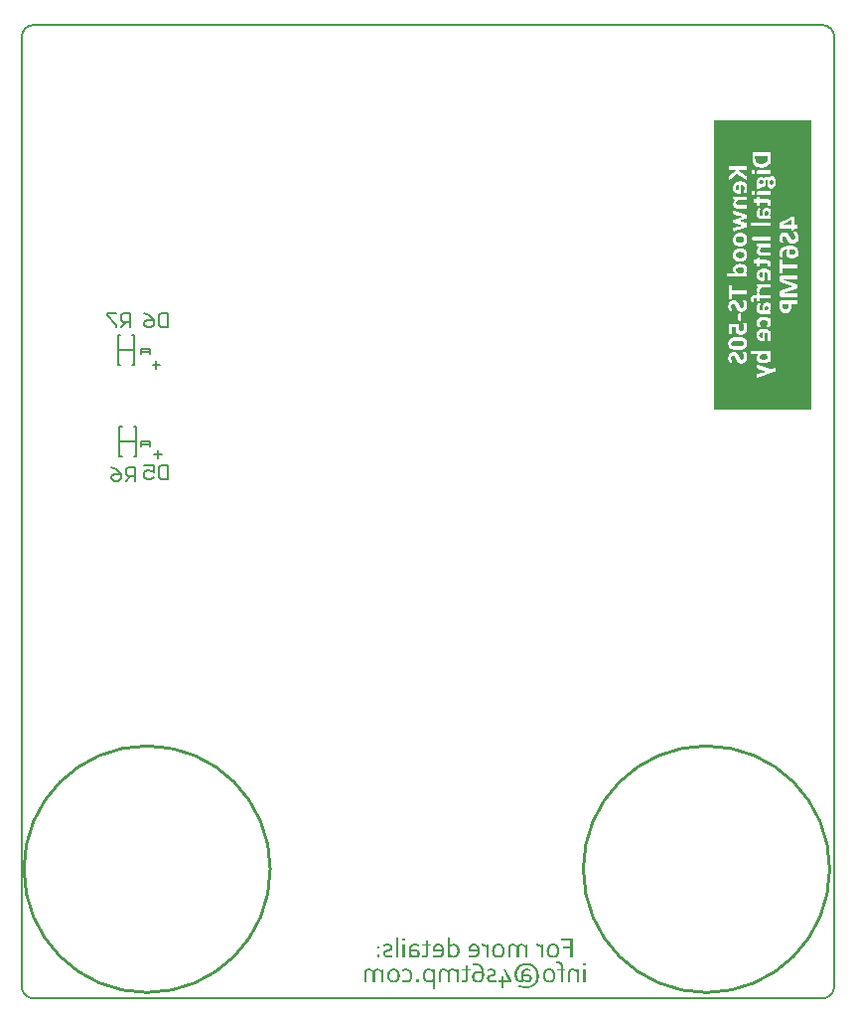
<source format=gbo>
G04*
G04 #@! TF.GenerationSoftware,Altium Limited,Altium Designer,20.0.10 (225)*
G04*
G04 Layer_Color=32896*
%FSLAX44Y44*%
%MOMM*%
G71*
G01*
G75*
%ADD10C,0.2540*%
%ADD11C,0.2000*%
%ADD13C,0.1500*%
G36*
X1057910Y3888740D02*
Y3642360D01*
X1027344D01*
X1003036D01*
X1003036D01*
X974725D01*
Y3888740D01*
X1003036D01*
X1027344D01*
X1057910D01*
D02*
G37*
G36*
X711234Y3189942D02*
X709360D01*
Y3192021D01*
X711234D01*
Y3189942D01*
D02*
G37*
G36*
X720313Y3187541D02*
X720459D01*
X720547Y3187511D01*
X720635D01*
X720986Y3187453D01*
X721250Y3187423D01*
X721367Y3187394D01*
X721455D01*
X721514Y3187365D01*
X721543D01*
X721836Y3187306D01*
X722099Y3187218D01*
X722304Y3187189D01*
X722334Y3187160D01*
X722363D01*
X722626Y3187072D01*
X722831Y3186984D01*
X722978Y3186925D01*
X723036Y3186896D01*
Y3185373D01*
X722480Y3185549D01*
X722216Y3185608D01*
X721982Y3185666D01*
X721806Y3185725D01*
X721631Y3185754D01*
X721543Y3185783D01*
X721514D01*
X720928Y3185900D01*
X720664Y3185930D01*
X720430D01*
X720225Y3185959D01*
X719903D01*
X719493Y3185930D01*
X719112Y3185900D01*
X718790Y3185842D01*
X718526Y3185783D01*
X718321Y3185695D01*
X718175Y3185637D01*
X718087Y3185608D01*
X718058Y3185578D01*
X717823Y3185432D01*
X717618Y3185256D01*
X717443Y3185110D01*
X717296Y3184963D01*
X717179Y3184817D01*
X717121Y3184700D01*
X717062Y3184641D01*
Y3184612D01*
X716974Y3184407D01*
X716916Y3184202D01*
X716857Y3184026D01*
Y3183997D01*
Y3183968D01*
X716798Y3183704D01*
X716769Y3183441D01*
Y3183323D01*
Y3183235D01*
Y3183177D01*
Y3183148D01*
Y3182357D01*
X716828D01*
X717296Y3182503D01*
X717706Y3182621D01*
X717911Y3182650D01*
X718058Y3182679D01*
X718146Y3182708D01*
X718175D01*
X718761Y3182796D01*
X719024Y3182825D01*
X719288Y3182855D01*
X719493D01*
X719668Y3182884D01*
X719815D01*
X720488Y3182855D01*
X720781Y3182796D01*
X721016Y3182767D01*
X721250Y3182708D01*
X721396Y3182650D01*
X721514Y3182621D01*
X721543D01*
X722070Y3182386D01*
X722304Y3182269D01*
X722480Y3182152D01*
X722656Y3182064D01*
X722773Y3181976D01*
X722831Y3181917D01*
X722861Y3181888D01*
X723241Y3181508D01*
X723505Y3181156D01*
X723593Y3180981D01*
X723651Y3180863D01*
X723710Y3180775D01*
Y3180746D01*
X723886Y3180248D01*
X723944Y3179985D01*
X723973Y3179750D01*
Y3179545D01*
X724003Y3179399D01*
Y3179282D01*
Y3179253D01*
Y3178930D01*
X723973Y3178637D01*
X723915Y3178374D01*
X723856Y3178140D01*
X723827Y3177964D01*
X723768Y3177817D01*
X723739Y3177729D01*
Y3177700D01*
X723505Y3177232D01*
X723388Y3177027D01*
X723271Y3176851D01*
X723154Y3176734D01*
X723066Y3176617D01*
X723007Y3176558D01*
X722978Y3176529D01*
X722568Y3176236D01*
X722187Y3176002D01*
X722011Y3175914D01*
X721894Y3175885D01*
X721806Y3175826D01*
X721777D01*
X721250Y3175680D01*
X720986Y3175650D01*
X720752Y3175621D01*
X720547Y3175592D01*
X720254D01*
X719815Y3175621D01*
X719463Y3175680D01*
X719317D01*
X719200Y3175709D01*
X719141Y3175738D01*
X719112D01*
X718731Y3175826D01*
X718409Y3175943D01*
X718292Y3176002D01*
X718204Y3176031D01*
X718146Y3176060D01*
X718116D01*
X717794Y3176236D01*
X717531Y3176382D01*
X717355Y3176500D01*
X717326Y3176558D01*
X717296D01*
X717062Y3176763D01*
X716857Y3176968D01*
X716740Y3177085D01*
X716711Y3177144D01*
X716681D01*
X716476Y3175885D01*
X714895D01*
Y3183470D01*
Y3183850D01*
X714924Y3184172D01*
X714953Y3184290D01*
Y3184378D01*
X714983Y3184436D01*
Y3184465D01*
X715070Y3184788D01*
X715158Y3185080D01*
X715217Y3185256D01*
X715246Y3185285D01*
Y3185315D01*
X715451Y3185666D01*
X715715Y3186017D01*
X715978Y3186281D01*
X716242Y3186516D01*
X716476Y3186720D01*
X716681Y3186837D01*
X716798Y3186925D01*
X716857Y3186955D01*
X717296Y3187160D01*
X717765Y3187306D01*
X718233Y3187423D01*
X718673Y3187482D01*
X719053Y3187541D01*
X719376Y3187570D01*
X720020D01*
X720313Y3187541D01*
D02*
G37*
G36*
X811012D02*
X811217Y3187511D01*
X811393D01*
X811539Y3187482D01*
X811656Y3187453D01*
X811715Y3187423D01*
X811744D01*
X812125Y3187306D01*
X812447Y3187160D01*
X812564Y3187101D01*
X812652Y3187072D01*
X812711Y3187013D01*
X812740D01*
X813062Y3186808D01*
X813326Y3186603D01*
X813501Y3186457D01*
X813531Y3186428D01*
X813560Y3186398D01*
X813824Y3186135D01*
X814029Y3185900D01*
X814175Y3185725D01*
X814204Y3185695D01*
X814234Y3185666D01*
X814263D01*
X814614Y3187277D01*
X816049D01*
Y3175885D01*
X814175Y3175885D01*
Y3183968D01*
X813941Y3184290D01*
X813677Y3184583D01*
X813443Y3184846D01*
X813209Y3185051D01*
X813033Y3185227D01*
X812886Y3185344D01*
X812769Y3185403D01*
X812740Y3185432D01*
X812418Y3185608D01*
X812096Y3185754D01*
X811803Y3185842D01*
X811510Y3185930D01*
X811276Y3185959D01*
X811100Y3185988D01*
X810924D01*
X810544Y3185959D01*
X810251Y3185900D01*
X810134Y3185871D01*
X810046Y3185842D01*
X809987Y3185813D01*
X809958D01*
X809665Y3185666D01*
X809431Y3185520D01*
X809284Y3185373D01*
X809226Y3185344D01*
Y3185315D01*
X809021Y3185051D01*
X808874Y3184758D01*
X808816Y3184641D01*
X808786Y3184553D01*
X808757Y3184495D01*
Y3184465D01*
X808640Y3184055D01*
X808611Y3183645D01*
X808581Y3183470D01*
Y3183323D01*
Y3183235D01*
Y3183206D01*
Y3175885D01*
X806707D01*
Y3183968D01*
X806473Y3184290D01*
X806209Y3184583D01*
X805946Y3184846D01*
X805741Y3185051D01*
X805536Y3185227D01*
X805389Y3185344D01*
X805272Y3185403D01*
X805243Y3185432D01*
X804921Y3185608D01*
X804598Y3185754D01*
X804306Y3185842D01*
X804013Y3185930D01*
X803778Y3185959D01*
X803603Y3185988D01*
X803427D01*
X803046Y3185959D01*
X802753Y3185900D01*
X802636Y3185871D01*
X802548Y3185842D01*
X802519Y3185813D01*
X802490D01*
X802197Y3185666D01*
X801963Y3185520D01*
X801816Y3185373D01*
X801758Y3185344D01*
Y3185315D01*
X801553Y3185051D01*
X801406Y3184758D01*
X801348Y3184641D01*
X801318Y3184553D01*
X801289Y3184495D01*
Y3184465D01*
X801172Y3184055D01*
X801143Y3183645D01*
X801113Y3183470D01*
Y3183323D01*
Y3183235D01*
Y3183206D01*
Y3175885D01*
X799239D01*
Y3183499D01*
X799268Y3183938D01*
X799298Y3184348D01*
X799356Y3184670D01*
X799415Y3184963D01*
X799503Y3185197D01*
X799561Y3185373D01*
X799591Y3185490D01*
X799620Y3185520D01*
X799766Y3185813D01*
X799942Y3186047D01*
X800088Y3186252D01*
X800235Y3186428D01*
X800381Y3186574D01*
X800498Y3186662D01*
X800557Y3186720D01*
X800586Y3186750D01*
X801025Y3187043D01*
X801406Y3187248D01*
X801582Y3187306D01*
X801699Y3187365D01*
X801787Y3187394D01*
X801816D01*
X802285Y3187511D01*
X802519Y3187541D01*
X802695D01*
X802841Y3187570D01*
X803075D01*
X803544Y3187541D01*
X803983Y3187482D01*
X804364Y3187365D01*
X804686Y3187277D01*
X804979Y3187160D01*
X805184Y3187043D01*
X805301Y3186984D01*
X805360Y3186955D01*
X805711Y3186720D01*
X806033Y3186428D01*
X806326Y3186164D01*
X806590Y3185900D01*
X806795Y3185666D01*
X806941Y3185461D01*
X807058Y3185344D01*
X807088Y3185285D01*
X807117D01*
X807293Y3185666D01*
X807527Y3185988D01*
X807732Y3186281D01*
X807937Y3186516D01*
X808142Y3186691D01*
X808288Y3186837D01*
X808406Y3186925D01*
X808435Y3186955D01*
X808757Y3187160D01*
X809109Y3187306D01*
X809460Y3187423D01*
X809811Y3187482D01*
X810104Y3187541D01*
X810339Y3187570D01*
X810544D01*
X811012Y3187541D01*
D02*
G37*
G36*
X689650Y3183235D02*
X687366D01*
Y3185578D01*
X689650D01*
Y3183235D01*
D02*
G37*
G36*
X770246Y3187541D02*
X770597Y3187511D01*
X770949Y3187453D01*
X771241Y3187365D01*
X771476Y3187277D01*
X771651Y3187218D01*
X771798Y3187189D01*
X771827Y3187160D01*
X772149Y3187013D01*
X772471Y3186808D01*
X772735Y3186633D01*
X772999Y3186457D01*
X773174Y3186281D01*
X773350Y3186135D01*
X773438Y3186047D01*
X773467Y3186017D01*
X773731Y3185725D01*
X773936Y3185403D01*
X774141Y3185080D01*
X774287Y3184788D01*
X774434Y3184524D01*
X774521Y3184319D01*
X774580Y3184172D01*
X774609Y3184114D01*
X774756Y3183675D01*
X774844Y3183206D01*
X774931Y3182767D01*
X774961Y3182328D01*
X774990Y3181976D01*
X775019Y3181683D01*
Y3181566D01*
Y3181478D01*
Y3181449D01*
Y3181420D01*
X774990Y3180863D01*
X774961Y3180336D01*
X774873Y3179868D01*
X774785Y3179457D01*
X774726Y3179135D01*
X774639Y3178901D01*
X774609Y3178755D01*
X774580Y3178696D01*
X774404Y3178286D01*
X774199Y3177935D01*
X773994Y3177642D01*
X773819Y3177378D01*
X773643Y3177173D01*
X773496Y3176997D01*
X773409Y3176909D01*
X773379Y3176880D01*
X773086Y3176646D01*
X772764Y3176441D01*
X772442Y3176265D01*
X772149Y3176119D01*
X771915Y3176031D01*
X771710Y3175943D01*
X771593Y3175914D01*
X771534Y3175885D01*
X770714Y3175709D01*
X770334Y3175650D01*
X769982Y3175621D01*
X769660D01*
X769426Y3175592D01*
X768840D01*
X768488Y3175621D01*
X768166Y3175650D01*
X767874Y3175680D01*
X767639Y3175709D01*
X767434Y3175738D01*
X767317Y3175768D01*
X767288D01*
X766966Y3175826D01*
X766673Y3175885D01*
X766409Y3175972D01*
X766175Y3176031D01*
X765999Y3176119D01*
X765882Y3176148D01*
X765794Y3176207D01*
X765765D01*
Y3177759D01*
X766321Y3177554D01*
X766585Y3177495D01*
X766819Y3177437D01*
X766995Y3177378D01*
X767141Y3177349D01*
X767259Y3177320D01*
X767288D01*
X767874Y3177261D01*
X768166Y3177232D01*
X768430D01*
X768635Y3177202D01*
X768986D01*
X769601Y3177232D01*
X769894Y3177261D01*
X770129Y3177320D01*
X770334Y3177349D01*
X770480Y3177378D01*
X770597Y3177408D01*
X770626D01*
X771154Y3177612D01*
X771388Y3177700D01*
X771593Y3177817D01*
X771739Y3177935D01*
X771856Y3177993D01*
X771944Y3178052D01*
X771974Y3178081D01*
X772354Y3178491D01*
X772647Y3178901D01*
X772735Y3179077D01*
X772823Y3179223D01*
X772852Y3179311D01*
X772881Y3179340D01*
X772999Y3179633D01*
X773057Y3179955D01*
X773116Y3180277D01*
X773174Y3180570D01*
Y3180834D01*
X773204Y3181039D01*
Y3181156D01*
Y3181215D01*
X765326D01*
Y3181420D01*
Y3181566D01*
Y3181625D01*
Y3181654D01*
Y3181830D01*
Y3181888D01*
Y3181917D01*
Y3182445D01*
X765384Y3182943D01*
X765443Y3183382D01*
X765501Y3183763D01*
X765560Y3184055D01*
X765619Y3184290D01*
X765648Y3184407D01*
X765677Y3184465D01*
X765824Y3184846D01*
X765970Y3185197D01*
X766146Y3185490D01*
X766292Y3185754D01*
X766439Y3185959D01*
X766526Y3186105D01*
X766614Y3186193D01*
X766644Y3186223D01*
X766878Y3186457D01*
X767112Y3186691D01*
X767376Y3186867D01*
X767581Y3187013D01*
X767786Y3187101D01*
X767932Y3187189D01*
X768049Y3187248D01*
X768079D01*
X768401Y3187365D01*
X768693Y3187423D01*
X769016Y3187482D01*
X769279Y3187541D01*
X769513D01*
X769689Y3187570D01*
X769865D01*
X770246Y3187541D01*
D02*
G37*
G36*
X739964D02*
X740315Y3187511D01*
X740667Y3187453D01*
X740959Y3187365D01*
X741194Y3187277D01*
X741369Y3187218D01*
X741516Y3187189D01*
X741545Y3187160D01*
X741867Y3187013D01*
X742189Y3186808D01*
X742453Y3186633D01*
X742717Y3186457D01*
X742892Y3186281D01*
X743068Y3186135D01*
X743156Y3186047D01*
X743185Y3186017D01*
X743449Y3185725D01*
X743654Y3185403D01*
X743859Y3185080D01*
X744005Y3184788D01*
X744152Y3184524D01*
X744240Y3184319D01*
X744298Y3184172D01*
X744327Y3184114D01*
X744474Y3183675D01*
X744562Y3183206D01*
X744650Y3182767D01*
X744679Y3182328D01*
X744708Y3181976D01*
X744737Y3181683D01*
Y3181566D01*
Y3181478D01*
Y3181449D01*
Y3181420D01*
X744708Y3180863D01*
X744679Y3180336D01*
X744591Y3179868D01*
X744503Y3179457D01*
X744445Y3179135D01*
X744357Y3178901D01*
X744327Y3178755D01*
X744298Y3178696D01*
X744122Y3178286D01*
X743917Y3177935D01*
X743712Y3177642D01*
X743537Y3177378D01*
X743361Y3177173D01*
X743214Y3176997D01*
X743127Y3176909D01*
X743097Y3176880D01*
X742804Y3176646D01*
X742482Y3176441D01*
X742160Y3176265D01*
X741867Y3176119D01*
X741633Y3176031D01*
X741428Y3175943D01*
X741311Y3175914D01*
X741252Y3175885D01*
X740432Y3175709D01*
X740052Y3175650D01*
X739700Y3175621D01*
X739378D01*
X739144Y3175592D01*
X738558D01*
X738207Y3175621D01*
X737885Y3175650D01*
X737592Y3175680D01*
X737357Y3175709D01*
X737152Y3175738D01*
X737035Y3175768D01*
X737006D01*
X736684Y3175826D01*
X736391Y3175885D01*
X736127Y3175972D01*
X735893Y3176031D01*
X735717Y3176119D01*
X735600Y3176148D01*
X735512Y3176207D01*
X735483D01*
Y3177759D01*
X736039Y3177554D01*
X736303Y3177495D01*
X736537Y3177437D01*
X736713Y3177378D01*
X736859Y3177349D01*
X736977Y3177320D01*
X737006D01*
X737592Y3177261D01*
X737885Y3177232D01*
X738148D01*
X738353Y3177202D01*
X738705D01*
X739320Y3177232D01*
X739612Y3177261D01*
X739847Y3177320D01*
X740052Y3177349D01*
X740198Y3177378D01*
X740315Y3177408D01*
X740344D01*
X740872Y3177612D01*
X741106Y3177700D01*
X741311Y3177817D01*
X741457Y3177935D01*
X741574Y3177993D01*
X741662Y3178052D01*
X741692Y3178081D01*
X742072Y3178491D01*
X742365Y3178901D01*
X742453Y3179077D01*
X742541Y3179223D01*
X742570Y3179311D01*
X742599Y3179340D01*
X742717Y3179633D01*
X742775Y3179955D01*
X742834Y3180277D01*
X742892Y3180570D01*
Y3180834D01*
X742922Y3181039D01*
Y3181156D01*
Y3181215D01*
X735044D01*
Y3181420D01*
Y3181566D01*
Y3181625D01*
Y3181654D01*
Y3181830D01*
Y3181888D01*
Y3181917D01*
Y3182445D01*
X735102Y3182943D01*
X735161Y3183382D01*
X735219Y3183763D01*
X735278Y3184055D01*
X735337Y3184290D01*
X735366Y3184407D01*
X735395Y3184465D01*
X735542Y3184846D01*
X735688Y3185197D01*
X735864Y3185490D01*
X736010Y3185754D01*
X736157Y3185959D01*
X736244Y3186105D01*
X736332Y3186193D01*
X736362Y3186223D01*
X736596Y3186457D01*
X736830Y3186691D01*
X737094Y3186867D01*
X737299Y3187013D01*
X737504Y3187101D01*
X737650Y3187189D01*
X737767Y3187248D01*
X737797D01*
X738119Y3187365D01*
X738412Y3187423D01*
X738734Y3187482D01*
X738997Y3187541D01*
X739232D01*
X739407Y3187570D01*
X739583D01*
X739964Y3187541D01*
D02*
G37*
G36*
X731295Y3187277D02*
X733492D01*
Y3185695D01*
X731295D01*
Y3178755D01*
X731266Y3178228D01*
X731236Y3178022D01*
X731178Y3177817D01*
X731149Y3177671D01*
X731119Y3177554D01*
X731090Y3177466D01*
Y3177437D01*
X730914Y3177027D01*
X730680Y3176734D01*
X730592Y3176617D01*
X730504Y3176529D01*
X730475Y3176470D01*
X730446Y3176441D01*
X730065Y3176177D01*
X729714Y3175972D01*
X729567Y3175914D01*
X729450Y3175855D01*
X729362Y3175826D01*
X729333D01*
X728806Y3175680D01*
X728542Y3175650D01*
X728308Y3175621D01*
X728103Y3175592D01*
X727781D01*
X727312Y3175621D01*
X727107Y3175650D01*
X726931D01*
X726785Y3175680D01*
X726697Y3175709D01*
X726609D01*
X726287Y3175768D01*
X726053Y3175826D01*
X725906Y3175885D01*
X725848D01*
Y3177408D01*
X726111Y3177349D01*
X726375Y3177290D01*
X726551Y3177261D01*
X726639D01*
X726931Y3177232D01*
X727166Y3177202D01*
X727400D01*
X727781Y3177232D01*
X728074Y3177261D01*
X728191Y3177290D01*
X728279D01*
X728308Y3177320D01*
X728337D01*
X728601Y3177437D01*
X728806Y3177554D01*
X728923Y3177671D01*
X728981Y3177700D01*
X729128Y3177905D01*
X729245Y3178081D01*
X729304Y3178228D01*
X729333Y3178286D01*
X729391Y3178549D01*
X729421Y3178784D01*
Y3178960D01*
Y3178989D01*
Y3179018D01*
Y3185695D01*
X726023D01*
Y3187277D01*
X729421D01*
Y3190410D01*
X731295D01*
Y3187277D01*
D02*
G37*
G36*
X854414Y3175885D02*
X852452D01*
Y3183235D01*
X845716D01*
Y3184993D01*
X852452D01*
Y3190176D01*
X844838D01*
Y3191933D01*
X854414D01*
Y3175885D01*
D02*
G37*
G36*
X823898Y3187541D02*
X824103Y3187511D01*
X824308Y3187482D01*
X824454Y3187453D01*
X824572Y3187423D01*
X824660Y3187394D01*
X824689D01*
X825099Y3187248D01*
X825450Y3187101D01*
X825597Y3187043D01*
X825685Y3186984D01*
X825743Y3186925D01*
X825772D01*
X826124Y3186721D01*
X826417Y3186516D01*
X826534Y3186428D01*
X826622Y3186340D01*
X826651Y3186310D01*
X826680Y3186281D01*
X826944Y3185988D01*
X827178Y3185725D01*
X827237Y3185608D01*
X827295Y3185549D01*
X827354Y3185490D01*
Y3185461D01*
X827412D01*
X827764Y3187277D01*
X829199D01*
Y3175885D01*
X827325D01*
Y3183792D01*
X827090Y3184143D01*
X826856Y3184407D01*
X826651Y3184583D01*
X826622Y3184612D01*
X826592Y3184641D01*
X826241Y3184905D01*
X825919Y3185080D01*
X825802Y3185168D01*
X825685Y3185227D01*
X825626Y3185256D01*
X825597D01*
X825157Y3185403D01*
X824777Y3185520D01*
X824630Y3185549D01*
X824513Y3185578D01*
X824425Y3185608D01*
X824396D01*
X823927Y3185695D01*
X823693Y3185725D01*
X823488D01*
X823312Y3185754D01*
X822961D01*
Y3187541D01*
X823166D01*
X823342Y3187570D01*
X823429D01*
X823898Y3187541D01*
D02*
G37*
G36*
X777304Y3187541D02*
X777509Y3187511D01*
X777714Y3187482D01*
X777860Y3187453D01*
X777977Y3187423D01*
X778065Y3187394D01*
X778094D01*
X778504Y3187248D01*
X778856Y3187101D01*
X779002Y3187043D01*
X779090Y3186984D01*
X779149Y3186925D01*
X779178D01*
X779529Y3186720D01*
X779822Y3186516D01*
X779939Y3186428D01*
X780027Y3186340D01*
X780057Y3186310D01*
X780086Y3186281D01*
X780349Y3185988D01*
X780584Y3185725D01*
X780642Y3185608D01*
X780701Y3185549D01*
X780759Y3185490D01*
Y3185461D01*
X780818D01*
X781170Y3187277D01*
X782605D01*
Y3175885D01*
X780730D01*
Y3183792D01*
X780496Y3184143D01*
X780262Y3184407D01*
X780057Y3184583D01*
X780027Y3184612D01*
X779998Y3184641D01*
X779647Y3184905D01*
X779324Y3185080D01*
X779207Y3185168D01*
X779090Y3185227D01*
X779032Y3185256D01*
X779002D01*
X778563Y3185403D01*
X778182Y3185520D01*
X778036Y3185549D01*
X777919Y3185578D01*
X777831Y3185608D01*
X777802D01*
X777333Y3185695D01*
X777099Y3185725D01*
X776894D01*
X776718Y3185754D01*
X776367D01*
Y3187541D01*
X776572D01*
X776747Y3187570D01*
X776835D01*
X777304Y3187541D01*
D02*
G37*
G36*
X711175Y3175885D02*
X709301D01*
Y3187277D01*
X711175D01*
Y3175885D01*
D02*
G37*
G36*
X705465D02*
X703590D01*
Y3193251D01*
X705465D01*
Y3175885D01*
D02*
G37*
G36*
X689650D02*
X687366D01*
Y3178228D01*
X689650D01*
Y3175885D01*
D02*
G37*
G36*
X837985Y3187541D02*
X838424Y3187511D01*
X838775Y3187423D01*
X839127Y3187365D01*
X839390Y3187277D01*
X839595Y3187189D01*
X839713Y3187160D01*
X839771Y3187130D01*
X840123Y3186955D01*
X840445Y3186750D01*
X840738Y3186545D01*
X841001Y3186340D01*
X841206Y3186164D01*
X841353Y3186017D01*
X841441Y3185930D01*
X841470Y3185901D01*
X841704Y3185578D01*
X841938Y3185256D01*
X842114Y3184963D01*
X842261Y3184641D01*
X842407Y3184378D01*
X842495Y3184173D01*
X842524Y3184055D01*
X842553Y3183997D01*
X842671Y3183587D01*
X842758Y3183148D01*
X842846Y3182767D01*
X842876Y3182386D01*
X842905Y3182064D01*
X842934Y3181801D01*
Y3181625D01*
Y3181595D01*
Y3181566D01*
X842905Y3181068D01*
X842876Y3180629D01*
X842817Y3180190D01*
X842758Y3179838D01*
X842700Y3179516D01*
X842641Y3179311D01*
X842583Y3179165D01*
Y3179106D01*
X842436Y3178725D01*
X842261Y3178345D01*
X842085Y3178052D01*
X841909Y3177759D01*
X841733Y3177554D01*
X841616Y3177378D01*
X841528Y3177261D01*
X841499Y3177232D01*
X841236Y3176939D01*
X840943Y3176705D01*
X840650Y3176500D01*
X840386Y3176324D01*
X840152Y3176177D01*
X839976Y3176089D01*
X839830Y3176031D01*
X839800Y3176002D01*
X839420Y3175855D01*
X839039Y3175768D01*
X838658Y3175680D01*
X838307Y3175650D01*
X837985Y3175621D01*
X837750Y3175592D01*
X837545D01*
X837077Y3175621D01*
X836667Y3175650D01*
X836286Y3175709D01*
X835964Y3175797D01*
X835700Y3175885D01*
X835495Y3175943D01*
X835349Y3175972D01*
X835320Y3176002D01*
X834968Y3176177D01*
X834646Y3176382D01*
X834353Y3176588D01*
X834090Y3176793D01*
X833885Y3176968D01*
X833738Y3177115D01*
X833650Y3177202D01*
X833621Y3177232D01*
X833357Y3177554D01*
X833152Y3177847D01*
X832977Y3178169D01*
X832801Y3178462D01*
X832684Y3178725D01*
X832596Y3178930D01*
X832567Y3179048D01*
X832538Y3179106D01*
X832391Y3179545D01*
X832303Y3179955D01*
X832215Y3180365D01*
X832186Y3180746D01*
X832157Y3181068D01*
X832127Y3181332D01*
Y3181508D01*
Y3181566D01*
X832157Y3182064D01*
X832186Y3182503D01*
X832245Y3182943D01*
X832303Y3183294D01*
X832391Y3183587D01*
X832450Y3183821D01*
X832479Y3183938D01*
X832508Y3183997D01*
X832655Y3184407D01*
X832830Y3184758D01*
X833006Y3185080D01*
X833182Y3185373D01*
X833357Y3185578D01*
X833475Y3185754D01*
X833562Y3185871D01*
X833592Y3185901D01*
X833855Y3186193D01*
X834148Y3186428D01*
X834412Y3186633D01*
X834705Y3186808D01*
X834939Y3186955D01*
X835115Y3187043D01*
X835232Y3187101D01*
X835290Y3187130D01*
X835671Y3187277D01*
X836052Y3187394D01*
X836432Y3187453D01*
X836784Y3187511D01*
X837106Y3187541D01*
X837340Y3187570D01*
X837545D01*
X837985Y3187541D01*
D02*
G37*
G36*
X791390Y3187541D02*
X791830Y3187511D01*
X792181Y3187423D01*
X792533Y3187365D01*
X792796Y3187277D01*
X793001Y3187189D01*
X793118Y3187160D01*
X793177Y3187130D01*
X793528Y3186955D01*
X793850Y3186750D01*
X794143Y3186545D01*
X794407Y3186340D01*
X794612Y3186164D01*
X794758Y3186017D01*
X794846Y3185930D01*
X794875Y3185900D01*
X795110Y3185578D01*
X795344Y3185256D01*
X795520Y3184963D01*
X795666Y3184641D01*
X795813Y3184378D01*
X795900Y3184172D01*
X795930Y3184055D01*
X795959Y3183997D01*
X796076Y3183587D01*
X796164Y3183148D01*
X796252Y3182767D01*
X796281Y3182386D01*
X796310Y3182064D01*
X796340Y3181801D01*
Y3181625D01*
Y3181595D01*
Y3181566D01*
X796310Y3181068D01*
X796281Y3180629D01*
X796223Y3180190D01*
X796164Y3179838D01*
X796105Y3179516D01*
X796047Y3179311D01*
X795988Y3179165D01*
Y3179106D01*
X795842Y3178725D01*
X795666Y3178345D01*
X795490Y3178052D01*
X795315Y3177759D01*
X795139Y3177554D01*
X795022Y3177378D01*
X794934Y3177261D01*
X794905Y3177232D01*
X794641Y3176939D01*
X794348Y3176705D01*
X794055Y3176500D01*
X793792Y3176324D01*
X793558Y3176177D01*
X793382Y3176089D01*
X793235Y3176031D01*
X793206Y3176002D01*
X792825Y3175855D01*
X792445Y3175768D01*
X792064Y3175680D01*
X791712Y3175650D01*
X791390Y3175621D01*
X791156Y3175592D01*
X790951D01*
X790482Y3175621D01*
X790072Y3175650D01*
X789692Y3175709D01*
X789370Y3175797D01*
X789106Y3175885D01*
X788901Y3175943D01*
X788755Y3175972D01*
X788725Y3176002D01*
X788374Y3176177D01*
X788052Y3176382D01*
X787759Y3176588D01*
X787495Y3176792D01*
X787290Y3176968D01*
X787144Y3177115D01*
X787056Y3177202D01*
X787027Y3177232D01*
X786763Y3177554D01*
X786558Y3177847D01*
X786382Y3178169D01*
X786207Y3178462D01*
X786089Y3178725D01*
X786002Y3178930D01*
X785972Y3179048D01*
X785943Y3179106D01*
X785797Y3179545D01*
X785709Y3179955D01*
X785621Y3180365D01*
X785592Y3180746D01*
X785562Y3181068D01*
X785533Y3181332D01*
Y3181508D01*
Y3181566D01*
X785562Y3182064D01*
X785592Y3182503D01*
X785650Y3182943D01*
X785709Y3183294D01*
X785797Y3183587D01*
X785855Y3183821D01*
X785884Y3183938D01*
X785914Y3183997D01*
X786060Y3184407D01*
X786236Y3184758D01*
X786412Y3185080D01*
X786587Y3185373D01*
X786763Y3185578D01*
X786880Y3185754D01*
X786968Y3185871D01*
X786997Y3185900D01*
X787261Y3186193D01*
X787554Y3186428D01*
X787817Y3186633D01*
X788110Y3186808D01*
X788345Y3186955D01*
X788520Y3187043D01*
X788637Y3187101D01*
X788696Y3187130D01*
X789077Y3187277D01*
X789457Y3187394D01*
X789838Y3187453D01*
X790190Y3187511D01*
X790512Y3187541D01*
X790746Y3187570D01*
X790951D01*
X791390Y3187541D01*
D02*
G37*
G36*
X749658Y3186193D02*
X749716D01*
X749950Y3186428D01*
X750185Y3186633D01*
X750419Y3186808D01*
X750624Y3186955D01*
X750829Y3187072D01*
X750975Y3187160D01*
X751063Y3187189D01*
X751093Y3187218D01*
X751385Y3187336D01*
X751708Y3187423D01*
X752000Y3187482D01*
X752293Y3187541D01*
X752528D01*
X752733Y3187570D01*
X752908D01*
X753289Y3187541D01*
X753640Y3187511D01*
X753787Y3187482D01*
X753904Y3187453D01*
X753963Y3187423D01*
X753992D01*
X754402Y3187306D01*
X754753Y3187189D01*
X754900Y3187101D01*
X755017Y3187072D01*
X755076Y3187013D01*
X755105D01*
X755486Y3186779D01*
X755837Y3186516D01*
X755954Y3186428D01*
X756071Y3186340D01*
X756130Y3186281D01*
X756159Y3186252D01*
X756510Y3185900D01*
X756803Y3185520D01*
X756920Y3185344D01*
X757008Y3185227D01*
X757038Y3185139D01*
X757067Y3185110D01*
X757330Y3184583D01*
X757418Y3184319D01*
X757506Y3184055D01*
X757594Y3183850D01*
X757653Y3183675D01*
X757682Y3183557D01*
Y3183528D01*
X757799Y3182825D01*
X757828Y3182474D01*
X757858Y3182122D01*
X757887Y3181859D01*
Y3181625D01*
Y3181478D01*
Y3181420D01*
X757858Y3180863D01*
X757828Y3180336D01*
X757770Y3179868D01*
X757682Y3179487D01*
X757594Y3179165D01*
X757535Y3178930D01*
X757506Y3178784D01*
X757477Y3178725D01*
X757301Y3178315D01*
X757125Y3177964D01*
X756920Y3177671D01*
X756745Y3177408D01*
X756569Y3177202D01*
X756452Y3177027D01*
X756364Y3176939D01*
X756335Y3176909D01*
X756071Y3176675D01*
X755778Y3176441D01*
X755515Y3176265D01*
X755281Y3176148D01*
X755076Y3176031D01*
X754900Y3175943D01*
X754783Y3175914D01*
X754753Y3175885D01*
X754080Y3175709D01*
X753758Y3175650D01*
X753494Y3175621D01*
X753260D01*
X753055Y3175592D01*
X752908D01*
X752440Y3175621D01*
X752235Y3175650D01*
X752059Y3175680D01*
X751942D01*
X751825Y3175709D01*
X751766Y3175738D01*
X751737D01*
X751385Y3175855D01*
X751093Y3175972D01*
X750975Y3176031D01*
X750888Y3176060D01*
X750858Y3176089D01*
X750829D01*
X750565Y3176265D01*
X750360Y3176412D01*
X750214Y3176529D01*
X750155Y3176588D01*
X749950Y3176792D01*
X749804Y3176968D01*
X749687Y3177085D01*
X749658Y3177144D01*
X749599D01*
X749218Y3175885D01*
X747783D01*
Y3193251D01*
X749658D01*
Y3186193D01*
D02*
G37*
G36*
X697059Y3187541D02*
X697323Y3187511D01*
X697557Y3187453D01*
X697762Y3187423D01*
X697909Y3187365D01*
X697997Y3187336D01*
X698026D01*
X698524Y3187160D01*
X698758Y3187043D01*
X698934Y3186925D01*
X699109Y3186837D01*
X699227Y3186750D01*
X699285Y3186720D01*
X699314Y3186691D01*
X699666Y3186340D01*
X699930Y3185959D01*
X700047Y3185813D01*
X700105Y3185695D01*
X700135Y3185608D01*
X700164Y3185578D01*
X700281Y3185315D01*
X700340Y3185080D01*
X700398Y3184817D01*
X700457Y3184583D01*
Y3184378D01*
X700486Y3184202D01*
Y3184085D01*
Y3184055D01*
Y3183733D01*
X700427Y3183470D01*
X700398Y3183206D01*
X700340Y3183001D01*
X700281Y3182855D01*
X700252Y3182708D01*
X700193Y3182650D01*
Y3182621D01*
X699930Y3182240D01*
X699666Y3181976D01*
X699549Y3181888D01*
X699461Y3181801D01*
X699402Y3181771D01*
X699373Y3181742D01*
X698992Y3181537D01*
X698641Y3181361D01*
X698494Y3181302D01*
X698377Y3181244D01*
X698289Y3181215D01*
X698260D01*
X697821Y3181097D01*
X697411Y3181010D01*
X697264Y3180981D01*
X697147Y3180951D01*
X697059Y3180922D01*
X697030D01*
X696708Y3180834D01*
X696415Y3180746D01*
X696298Y3180717D01*
X696210Y3180688D01*
X696181Y3180658D01*
X696152D01*
X695859Y3180570D01*
X695624Y3180453D01*
X695478Y3180365D01*
X695419Y3180336D01*
X695214Y3180160D01*
X695039Y3179985D01*
X694951Y3179868D01*
X694922Y3179838D01*
Y3179809D01*
X694805Y3179575D01*
X694746Y3179311D01*
X694717Y3179135D01*
Y3179077D01*
Y3179048D01*
X694746Y3178725D01*
X694834Y3178462D01*
X694922Y3178286D01*
X694951Y3178257D01*
Y3178228D01*
X695127Y3177993D01*
X695332Y3177817D01*
X695478Y3177671D01*
X695507Y3177642D01*
X695537D01*
X695829Y3177495D01*
X696122Y3177378D01*
X696269Y3177349D01*
X696357Y3177320D01*
X696415Y3177290D01*
X696444D01*
X696854Y3177232D01*
X697235Y3177202D01*
X697382Y3177173D01*
X697616D01*
X698202Y3177202D01*
X698465Y3177232D01*
X698699Y3177261D01*
X698904D01*
X699051Y3177290D01*
X699139Y3177320D01*
X699168D01*
X699666Y3177466D01*
X699900Y3177554D01*
X700105Y3177612D01*
X700281Y3177700D01*
X700427Y3177729D01*
X700515Y3177788D01*
X700545D01*
Y3176236D01*
X700398Y3176148D01*
X700252Y3176089D01*
X700135Y3176031D01*
X700105Y3176002D01*
X699900Y3175943D01*
X699695Y3175885D01*
X699520Y3175855D01*
X699490Y3175826D01*
X699461D01*
X699139Y3175768D01*
X698846Y3175709D01*
X698729D01*
X698641Y3175680D01*
X698553D01*
X698143Y3175621D01*
X697792Y3175592D01*
X697030D01*
X696679Y3175621D01*
X696357Y3175680D01*
X696093Y3175709D01*
X695859Y3175768D01*
X695683Y3175797D01*
X695566Y3175826D01*
X695537D01*
X695214Y3175914D01*
X694951Y3176002D01*
X694687Y3176119D01*
X694482Y3176236D01*
X694307Y3176324D01*
X694189Y3176412D01*
X694102Y3176441D01*
X694072Y3176470D01*
X693662Y3176851D01*
X693369Y3177232D01*
X693282Y3177378D01*
X693194Y3177495D01*
X693135Y3177583D01*
Y3177612D01*
X693018Y3177876D01*
X692930Y3178140D01*
X692872Y3178403D01*
X692813Y3178637D01*
Y3178842D01*
X692784Y3178989D01*
Y3179106D01*
Y3179135D01*
Y3179457D01*
X692842Y3179780D01*
X692872Y3180043D01*
X692930Y3180248D01*
X692989Y3180424D01*
X693047Y3180541D01*
X693077Y3180629D01*
X693106Y3180658D01*
X693340Y3181068D01*
X693604Y3181361D01*
X693721Y3181478D01*
X693809Y3181566D01*
X693867Y3181595D01*
X693897Y3181625D01*
X694248Y3181859D01*
X694599Y3182005D01*
X694746Y3182064D01*
X694863Y3182093D01*
X694922Y3182122D01*
X694951D01*
X695361Y3182240D01*
X695771Y3182357D01*
X695917Y3182386D01*
X696034Y3182415D01*
X696122Y3182445D01*
X696152D01*
X696503Y3182532D01*
X696767Y3182621D01*
X696884Y3182650D01*
X696972D01*
X697030Y3182679D01*
X697059D01*
X697382Y3182767D01*
X697616Y3182884D01*
X697792Y3182943D01*
X697821Y3182972D01*
X697850D01*
X698055Y3183118D01*
X698231Y3183265D01*
X698348Y3183382D01*
X698377Y3183441D01*
X698465Y3183704D01*
X698524Y3183968D01*
X698553Y3184055D01*
Y3184143D01*
Y3184202D01*
Y3184231D01*
X698524Y3184495D01*
X698494Y3184729D01*
X698465Y3184875D01*
X698436Y3184934D01*
X698319Y3185168D01*
X698172Y3185344D01*
X698055Y3185461D01*
X697997Y3185490D01*
X697762Y3185637D01*
X697528Y3185754D01*
X697323Y3185813D01*
X697294Y3185842D01*
X697264D01*
X696884Y3185930D01*
X696532Y3185959D01*
X696386Y3185988D01*
X696152D01*
X695595Y3185959D01*
X695361Y3185900D01*
X695127Y3185871D01*
X694951Y3185842D01*
X694805Y3185813D01*
X694717Y3185783D01*
X694687D01*
X694160Y3185666D01*
X693897Y3185578D01*
X693692Y3185520D01*
X693516Y3185461D01*
X693369Y3185432D01*
X693282Y3185373D01*
X693252D01*
Y3186925D01*
X693779Y3187101D01*
X694014Y3187189D01*
X694248Y3187248D01*
X694453Y3187306D01*
X694599Y3187336D01*
X694717Y3187365D01*
X694746D01*
X695361Y3187482D01*
X695654Y3187511D01*
X695917Y3187541D01*
X696122Y3187570D01*
X696474D01*
X697059Y3187541D01*
D02*
G37*
G36*
X865338Y3168780D02*
X863464D01*
Y3170859D01*
X865338D01*
Y3168780D01*
D02*
G37*
G36*
X751971Y3166378D02*
X752176Y3166349D01*
X752352D01*
X752498Y3166320D01*
X752615Y3166290D01*
X752674Y3166261D01*
X752703D01*
X753084Y3166144D01*
X753406Y3165998D01*
X753523Y3165939D01*
X753611Y3165910D01*
X753670Y3165851D01*
X753699D01*
X754021Y3165646D01*
X754285Y3165441D01*
X754460Y3165295D01*
X754490Y3165266D01*
X754519Y3165236D01*
X754783Y3164973D01*
X754988Y3164738D01*
X755134Y3164562D01*
X755163Y3164533D01*
X755193Y3164504D01*
X755222D01*
X755573Y3166115D01*
X757008D01*
Y3154722D01*
X755134D01*
Y3162805D01*
X754900Y3163127D01*
X754636Y3163420D01*
X754402Y3163684D01*
X754168Y3163889D01*
X753992Y3164065D01*
X753845Y3164182D01*
X753728Y3164240D01*
X753699Y3164270D01*
X753377Y3164445D01*
X753055Y3164592D01*
X752762Y3164680D01*
X752469Y3164767D01*
X752235Y3164797D01*
X752059Y3164826D01*
X751883D01*
X751503Y3164797D01*
X751210Y3164738D01*
X751093Y3164709D01*
X751005Y3164680D01*
X750946Y3164650D01*
X750917D01*
X750624Y3164504D01*
X750390Y3164358D01*
X750243Y3164211D01*
X750185Y3164182D01*
Y3164153D01*
X749980Y3163889D01*
X749833Y3163596D01*
X749775Y3163479D01*
X749745Y3163391D01*
X749716Y3163333D01*
Y3163303D01*
X749599Y3162893D01*
X749570Y3162483D01*
X749540Y3162307D01*
Y3162161D01*
Y3162073D01*
Y3162044D01*
Y3154722D01*
X747666D01*
Y3162805D01*
X747432Y3163127D01*
X747168Y3163420D01*
X746905Y3163684D01*
X746700Y3163889D01*
X746495Y3164065D01*
X746348Y3164182D01*
X746231Y3164240D01*
X746202Y3164270D01*
X745880Y3164445D01*
X745557Y3164592D01*
X745265Y3164680D01*
X744972Y3164767D01*
X744737Y3164797D01*
X744562Y3164826D01*
X744386D01*
X744005Y3164797D01*
X743712Y3164738D01*
X743595Y3164709D01*
X743507Y3164680D01*
X743478Y3164650D01*
X743449D01*
X743156Y3164504D01*
X742922Y3164358D01*
X742775Y3164211D01*
X742717Y3164182D01*
Y3164153D01*
X742512Y3163889D01*
X742365Y3163596D01*
X742307Y3163479D01*
X742277Y3163391D01*
X742248Y3163333D01*
Y3163303D01*
X742131Y3162893D01*
X742102Y3162483D01*
X742072Y3162307D01*
Y3162161D01*
Y3162073D01*
Y3162044D01*
Y3154722D01*
X740198D01*
Y3162337D01*
X740227Y3162776D01*
X740257Y3163186D01*
X740315Y3163508D01*
X740374Y3163801D01*
X740462Y3164035D01*
X740520Y3164211D01*
X740549Y3164328D01*
X740579Y3164358D01*
X740725Y3164650D01*
X740901Y3164885D01*
X741047Y3165090D01*
X741194Y3165266D01*
X741340Y3165412D01*
X741457Y3165500D01*
X741516Y3165558D01*
X741545Y3165587D01*
X741984Y3165880D01*
X742365Y3166086D01*
X742541Y3166144D01*
X742658Y3166202D01*
X742746Y3166232D01*
X742775D01*
X743244Y3166349D01*
X743478Y3166378D01*
X743654D01*
X743800Y3166407D01*
X744035D01*
X744503Y3166378D01*
X744942Y3166320D01*
X745323Y3166202D01*
X745645Y3166115D01*
X745938Y3165998D01*
X746143Y3165880D01*
X746260Y3165822D01*
X746319Y3165793D01*
X746670Y3165558D01*
X746992Y3165266D01*
X747285Y3165002D01*
X747549Y3164738D01*
X747754Y3164504D01*
X747900Y3164299D01*
X748018Y3164182D01*
X748047Y3164123D01*
X748076D01*
X748252Y3164504D01*
X748486Y3164826D01*
X748691Y3165119D01*
X748896Y3165353D01*
X749101Y3165529D01*
X749248Y3165675D01*
X749365Y3165763D01*
X749394Y3165793D01*
X749716Y3165998D01*
X750068Y3166144D01*
X750419Y3166261D01*
X750770Y3166320D01*
X751063Y3166378D01*
X751298Y3166407D01*
X751503D01*
X751971Y3166378D01*
D02*
G37*
G36*
X688215D02*
X688420Y3166349D01*
X688596D01*
X688742Y3166320D01*
X688859Y3166290D01*
X688918Y3166261D01*
X688947D01*
X689328Y3166144D01*
X689650Y3165998D01*
X689767Y3165939D01*
X689855Y3165910D01*
X689914Y3165851D01*
X689943D01*
X690265Y3165646D01*
X690529Y3165441D01*
X690704Y3165295D01*
X690734Y3165266D01*
X690763Y3165236D01*
X691027Y3164973D01*
X691232Y3164738D01*
X691378Y3164562D01*
X691407Y3164533D01*
X691436Y3164504D01*
X691466D01*
X691817Y3166115D01*
X693252D01*
Y3154722D01*
X691378D01*
Y3162805D01*
X691144Y3163127D01*
X690880Y3163420D01*
X690646Y3163684D01*
X690412Y3163889D01*
X690236Y3164065D01*
X690089Y3164182D01*
X689972Y3164240D01*
X689943Y3164270D01*
X689621Y3164445D01*
X689299Y3164592D01*
X689006Y3164680D01*
X688713Y3164767D01*
X688479Y3164797D01*
X688303Y3164826D01*
X688127D01*
X687747Y3164797D01*
X687454Y3164738D01*
X687337Y3164709D01*
X687249Y3164680D01*
X687190Y3164650D01*
X687161D01*
X686868Y3164504D01*
X686634Y3164358D01*
X686487Y3164211D01*
X686429Y3164182D01*
Y3164153D01*
X686224Y3163889D01*
X686077Y3163596D01*
X686019Y3163479D01*
X685989Y3163391D01*
X685960Y3163333D01*
Y3163303D01*
X685843Y3162893D01*
X685814Y3162483D01*
X685784Y3162307D01*
Y3162161D01*
Y3162073D01*
Y3162044D01*
Y3154722D01*
X683910D01*
Y3162805D01*
X683676Y3163127D01*
X683412Y3163420D01*
X683148Y3163684D01*
X682943Y3163889D01*
X682738Y3164065D01*
X682592Y3164182D01*
X682475Y3164240D01*
X682446Y3164270D01*
X682123Y3164445D01*
X681801Y3164592D01*
X681508Y3164680D01*
X681216Y3164767D01*
X680981Y3164797D01*
X680806Y3164826D01*
X680630D01*
X680249Y3164797D01*
X679956Y3164738D01*
X679839Y3164709D01*
X679751Y3164680D01*
X679722Y3164650D01*
X679693D01*
X679400Y3164504D01*
X679166Y3164358D01*
X679019Y3164211D01*
X678961Y3164182D01*
Y3164153D01*
X678756Y3163889D01*
X678609Y3163596D01*
X678551Y3163479D01*
X678521Y3163391D01*
X678492Y3163333D01*
Y3163303D01*
X678375Y3162893D01*
X678346Y3162483D01*
X678316Y3162307D01*
Y3162161D01*
Y3162073D01*
Y3162044D01*
Y3154722D01*
X676442D01*
Y3162337D01*
X676471Y3162776D01*
X676501Y3163186D01*
X676559Y3163508D01*
X676618Y3163801D01*
X676706Y3164035D01*
X676764Y3164211D01*
X676793Y3164328D01*
X676823Y3164358D01*
X676969Y3164650D01*
X677145Y3164885D01*
X677291Y3165090D01*
X677438Y3165266D01*
X677584Y3165412D01*
X677701Y3165500D01*
X677760Y3165558D01*
X677789Y3165587D01*
X678229Y3165880D01*
X678609Y3166086D01*
X678785Y3166144D01*
X678902Y3166202D01*
X678990Y3166232D01*
X679019D01*
X679488Y3166349D01*
X679722Y3166378D01*
X679898D01*
X680044Y3166407D01*
X680278D01*
X680747Y3166378D01*
X681186Y3166320D01*
X681567Y3166202D01*
X681889Y3166115D01*
X682182Y3165998D01*
X682387Y3165880D01*
X682504Y3165822D01*
X682563Y3165793D01*
X682914Y3165558D01*
X683236Y3165266D01*
X683529Y3165002D01*
X683793Y3164738D01*
X683998Y3164504D01*
X684144Y3164299D01*
X684261Y3164182D01*
X684291Y3164123D01*
X684320D01*
X684496Y3164504D01*
X684730Y3164826D01*
X684935Y3165119D01*
X685140Y3165353D01*
X685345Y3165529D01*
X685491Y3165675D01*
X685609Y3165763D01*
X685638Y3165793D01*
X685960Y3165998D01*
X686311Y3166144D01*
X686663Y3166261D01*
X687014Y3166320D01*
X687307Y3166378D01*
X687542Y3166407D01*
X687747D01*
X688215Y3166378D01*
D02*
G37*
G36*
X772881Y3171006D02*
X773233Y3170947D01*
X773526Y3170888D01*
X773789Y3170830D01*
X773965Y3170771D01*
X774111Y3170742D01*
X774141Y3170713D01*
X774492Y3170566D01*
X774814Y3170420D01*
X775078Y3170244D01*
X775341Y3170098D01*
X775546Y3169951D01*
X775693Y3169834D01*
X775810Y3169746D01*
X775839Y3169717D01*
X776367Y3169219D01*
X776601Y3168985D01*
X776806Y3168750D01*
X776952Y3168546D01*
X777069Y3168370D01*
X777157Y3168253D01*
X777187Y3168223D01*
X777567Y3167550D01*
X777714Y3167227D01*
X777860Y3166935D01*
X777977Y3166671D01*
X778065Y3166466D01*
X778094Y3166349D01*
X778124Y3166290D01*
X778387Y3165500D01*
X778475Y3165148D01*
X778563Y3164797D01*
X778622Y3164504D01*
X778680Y3164270D01*
X778709Y3164123D01*
Y3164065D01*
X778797Y3163186D01*
X778856Y3162747D01*
Y3162395D01*
X778885Y3162073D01*
Y3161810D01*
Y3161663D01*
Y3161634D01*
Y3161605D01*
X778856Y3161019D01*
X778827Y3160433D01*
X778768Y3159935D01*
X778709Y3159496D01*
X778651Y3159145D01*
X778592Y3158852D01*
X778534Y3158676D01*
Y3158647D01*
Y3158617D01*
X778387Y3158149D01*
X778212Y3157709D01*
X778065Y3157329D01*
X777889Y3157007D01*
X777743Y3156743D01*
X777626Y3156538D01*
X777538Y3156392D01*
X777509Y3156362D01*
X777245Y3156040D01*
X776952Y3155747D01*
X776659Y3155484D01*
X776396Y3155308D01*
X776191Y3155132D01*
X775986Y3155015D01*
X775869Y3154957D01*
X775839Y3154927D01*
X775459Y3154752D01*
X775078Y3154634D01*
X774697Y3154547D01*
X774346Y3154488D01*
X774024Y3154459D01*
X773789Y3154430D01*
X773584D01*
X773145Y3154459D01*
X772735Y3154488D01*
X772384Y3154547D01*
X772061Y3154634D01*
X771798Y3154693D01*
X771622Y3154752D01*
X771476Y3154781D01*
X771446Y3154810D01*
X771095Y3154957D01*
X770802Y3155132D01*
X770539Y3155308D01*
X770304Y3155484D01*
X770129Y3155630D01*
X769982Y3155747D01*
X769894Y3155835D01*
X769865Y3155865D01*
X769426Y3156421D01*
X769279Y3156714D01*
X769133Y3156978D01*
X769016Y3157182D01*
X768928Y3157387D01*
X768898Y3157505D01*
X768869Y3157534D01*
X768752Y3157914D01*
X768664Y3158266D01*
X768606Y3158617D01*
X768547Y3158940D01*
Y3159232D01*
X768518Y3159437D01*
Y3159584D01*
Y3159642D01*
X768547Y3160082D01*
X768576Y3160462D01*
X768635Y3160814D01*
X768693Y3161107D01*
X768781Y3161341D01*
X768840Y3161546D01*
X768869Y3161663D01*
X768898Y3161693D01*
X769045Y3162014D01*
X769221Y3162307D01*
X769396Y3162542D01*
X769543Y3162747D01*
X769689Y3162922D01*
X769806Y3163040D01*
X769894Y3163127D01*
X769924Y3163157D01*
X770187Y3163362D01*
X770451Y3163567D01*
X770685Y3163713D01*
X770949Y3163830D01*
X771154Y3163947D01*
X771329Y3164006D01*
X771446Y3164065D01*
X771476D01*
X771827Y3164182D01*
X772179Y3164240D01*
X772501Y3164299D01*
X772823Y3164358D01*
X773086D01*
X773291Y3164387D01*
X773467D01*
X774082Y3164358D01*
X774375Y3164299D01*
X774639Y3164270D01*
X774873Y3164211D01*
X775049Y3164153D01*
X775166Y3164123D01*
X775195D01*
X775810Y3163889D01*
X776103Y3163772D01*
X776337Y3163684D01*
X776542Y3163567D01*
X776689Y3163508D01*
X776806Y3163450D01*
X776835Y3163420D01*
X776894D01*
X776806Y3163977D01*
X776718Y3164504D01*
X776601Y3164943D01*
X776484Y3165353D01*
X776396Y3165675D01*
X776308Y3165910D01*
X776279Y3166056D01*
X776249Y3166115D01*
X776074Y3166525D01*
X775869Y3166876D01*
X775693Y3167198D01*
X775517Y3167491D01*
X775371Y3167696D01*
X775254Y3167872D01*
X775166Y3167960D01*
X775136Y3167989D01*
X774873Y3168253D01*
X774609Y3168458D01*
X774375Y3168663D01*
X774141Y3168809D01*
X773965Y3168926D01*
X773819Y3169014D01*
X773701Y3169043D01*
X773672Y3169073D01*
X773350Y3169190D01*
X773057Y3169307D01*
X772764Y3169366D01*
X772501Y3169395D01*
X772296Y3169424D01*
X772120Y3169453D01*
X771974D01*
X771446Y3169424D01*
X771212Y3169395D01*
X771007Y3169366D01*
X770831Y3169336D01*
X770714Y3169307D01*
X770626Y3169278D01*
X770597D01*
X770129Y3169160D01*
X769924Y3169102D01*
X769748Y3169073D01*
X769631Y3169014D01*
X769513Y3168985D01*
X769455Y3168955D01*
X769426D01*
Y3170478D01*
X769777Y3170625D01*
X770158Y3170771D01*
X770304Y3170800D01*
X770421Y3170830D01*
X770509Y3170859D01*
X770539D01*
X771066Y3170976D01*
X771329Y3171006D01*
X771564Y3171035D01*
X771798D01*
X771974Y3171064D01*
X772530D01*
X772881Y3171006D01*
D02*
G37*
G36*
X801699Y3156070D02*
Y3154722D01*
X795168D01*
Y3150066D01*
X793294D01*
Y3154722D01*
X790951D01*
Y3156304D01*
X793294D01*
Y3159935D01*
X795168D01*
Y3156304D01*
X797804D01*
X799591Y3156245D01*
Y3156304D01*
X794963Y3166115D01*
X796984D01*
X801699Y3156070D01*
D02*
G37*
G36*
X764945Y3166115D02*
X767141D01*
Y3164533D01*
X764945D01*
Y3157592D01*
X764916Y3157065D01*
X764886Y3156860D01*
X764828Y3156655D01*
X764799Y3156509D01*
X764769Y3156392D01*
X764740Y3156304D01*
Y3156274D01*
X764564Y3155865D01*
X764330Y3155572D01*
X764242Y3155454D01*
X764154Y3155367D01*
X764125Y3155308D01*
X764096Y3155279D01*
X763715Y3155015D01*
X763363Y3154810D01*
X763217Y3154752D01*
X763100Y3154693D01*
X763012Y3154664D01*
X762983D01*
X762456Y3154517D01*
X762192Y3154488D01*
X761958Y3154459D01*
X761753Y3154430D01*
X761431D01*
X760962Y3154459D01*
X760757Y3154488D01*
X760581D01*
X760435Y3154517D01*
X760347Y3154547D01*
X760259D01*
X759937Y3154605D01*
X759703Y3154664D01*
X759556Y3154722D01*
X759498D01*
Y3156245D01*
X759761Y3156187D01*
X760025Y3156128D01*
X760201Y3156099D01*
X760288D01*
X760581Y3156070D01*
X760816Y3156040D01*
X761050D01*
X761431Y3156070D01*
X761723Y3156099D01*
X761841Y3156128D01*
X761928D01*
X761958Y3156158D01*
X761987D01*
X762251Y3156274D01*
X762456Y3156392D01*
X762573Y3156509D01*
X762631Y3156538D01*
X762778Y3156743D01*
X762895Y3156919D01*
X762953Y3157065D01*
X762983Y3157124D01*
X763041Y3157387D01*
X763071Y3157622D01*
Y3157798D01*
Y3157827D01*
Y3157856D01*
Y3164533D01*
X759673D01*
Y3166115D01*
X763071D01*
Y3169248D01*
X764945D01*
Y3166115D01*
D02*
G37*
G36*
X712698Y3166378D02*
X713108Y3166349D01*
X713284Y3166320D01*
X713401Y3166290D01*
X713489Y3166261D01*
X713518D01*
X714016Y3166115D01*
X714221Y3166056D01*
X714426Y3165968D01*
X714573Y3165910D01*
X714690Y3165851D01*
X714778Y3165822D01*
X714807Y3165793D01*
X715246Y3165558D01*
X715627Y3165295D01*
X715773Y3165207D01*
X715891Y3165119D01*
X715949Y3165060D01*
X715978Y3165031D01*
X716359Y3164650D01*
X716652Y3164270D01*
X716769Y3164094D01*
X716828Y3163977D01*
X716886Y3163889D01*
X716916Y3163860D01*
X717179Y3163333D01*
X717296Y3163069D01*
X717384Y3162805D01*
X717472Y3162600D01*
X717501Y3162425D01*
X717560Y3162307D01*
Y3162278D01*
X717677Y3161605D01*
X717706Y3161253D01*
X717736Y3160931D01*
X717765Y3160667D01*
Y3160462D01*
Y3160316D01*
Y3160257D01*
X717736Y3159730D01*
X717706Y3159232D01*
X717618Y3158764D01*
X717531Y3158383D01*
X717472Y3158090D01*
X717384Y3157856D01*
X717355Y3157709D01*
X717326Y3157651D01*
X717150Y3157241D01*
X716945Y3156890D01*
X716740Y3156567D01*
X716564Y3156304D01*
X716388Y3156099D01*
X716242Y3155952D01*
X716154Y3155835D01*
X716125Y3155806D01*
X715832Y3155572D01*
X715510Y3155338D01*
X715217Y3155162D01*
X714953Y3155015D01*
X714690Y3154898D01*
X714514Y3154810D01*
X714397Y3154781D01*
X714338Y3154752D01*
X713958Y3154634D01*
X713577Y3154576D01*
X713196Y3154517D01*
X712874Y3154459D01*
X712581D01*
X712376Y3154430D01*
X711849D01*
X711556Y3154459D01*
X711468D01*
X711380Y3154488D01*
X711293D01*
X710970Y3154547D01*
X710678Y3154576D01*
X710502Y3154634D01*
X710443D01*
X710150Y3154693D01*
X709916Y3154752D01*
X709770Y3154810D01*
X709711D01*
X709506Y3154898D01*
X709330Y3154986D01*
X709213Y3155015D01*
X709184Y3155045D01*
Y3156597D01*
X709682Y3156392D01*
X709916Y3156333D01*
X710121Y3156274D01*
X710297Y3156216D01*
X710443Y3156187D01*
X710531Y3156158D01*
X710560D01*
X711088Y3156099D01*
X711322Y3156070D01*
X711527D01*
X711703Y3156040D01*
X712318D01*
X712640Y3156099D01*
X712933Y3156128D01*
X713167Y3156187D01*
X713372Y3156245D01*
X713548Y3156274D01*
X713635Y3156333D01*
X713665D01*
X714163Y3156597D01*
X714368Y3156743D01*
X714543Y3156890D01*
X714690Y3157007D01*
X714807Y3157124D01*
X714865Y3157182D01*
X714895Y3157212D01*
X715188Y3157680D01*
X715422Y3158120D01*
X715510Y3158295D01*
X715539Y3158442D01*
X715598Y3158529D01*
Y3158559D01*
X715744Y3159174D01*
X715773Y3159467D01*
X715803Y3159730D01*
X715832Y3159935D01*
Y3160140D01*
Y3160257D01*
Y3160287D01*
X715803Y3160726D01*
X715773Y3161136D01*
X715715Y3161517D01*
X715656Y3161810D01*
X715598Y3162073D01*
X715568Y3162249D01*
X715510Y3162366D01*
Y3162395D01*
X715393Y3162688D01*
X715246Y3162981D01*
X715100Y3163215D01*
X714953Y3163391D01*
X714836Y3163567D01*
X714748Y3163684D01*
X714690Y3163742D01*
X714660Y3163772D01*
X714221Y3164123D01*
X713840Y3164358D01*
X713665Y3164445D01*
X713548Y3164504D01*
X713460Y3164533D01*
X713430D01*
X712903Y3164680D01*
X712698Y3164709D01*
X712464Y3164738D01*
X712318Y3164767D01*
X712054D01*
X711556Y3164738D01*
X711351Y3164709D01*
X711146D01*
X711000Y3164680D01*
X710883Y3164650D01*
X710795Y3164621D01*
X710765D01*
X710268Y3164504D01*
X710033Y3164416D01*
X709828Y3164358D01*
X709623Y3164299D01*
X709477Y3164270D01*
X709389Y3164211D01*
X709360D01*
Y3165734D01*
X709770Y3165939D01*
X710209Y3166115D01*
X710385Y3166173D01*
X710531Y3166202D01*
X710619Y3166232D01*
X710648D01*
X711205Y3166349D01*
X711468Y3166378D01*
X711732D01*
X711937Y3166407D01*
X712230D01*
X712698Y3166378D01*
D02*
G37*
G36*
X865279Y3154722D02*
X863405D01*
Y3166115D01*
X865279D01*
Y3154722D01*
D02*
G37*
G36*
X854561Y3166378D02*
X854766Y3166349D01*
X854971D01*
X855117Y3166320D01*
X855234Y3166290D01*
X855293Y3166261D01*
X855322D01*
X855703Y3166144D01*
X856054Y3165998D01*
X856171Y3165939D01*
X856259Y3165910D01*
X856318Y3165851D01*
X856347D01*
X856669Y3165646D01*
X856933Y3165441D01*
X857138Y3165295D01*
X857167Y3165266D01*
X857196Y3165236D01*
X857460Y3164973D01*
X857694Y3164738D01*
X857841Y3164562D01*
X857870Y3164533D01*
X857899Y3164504D01*
X857929D01*
X858280Y3166115D01*
X859715D01*
Y3154722D01*
X857841D01*
Y3162805D01*
X857577Y3163127D01*
X857343Y3163420D01*
X857079Y3163684D01*
X856845Y3163889D01*
X856640Y3164065D01*
X856464Y3164182D01*
X856347Y3164240D01*
X856318Y3164270D01*
X855966Y3164445D01*
X855644Y3164592D01*
X855322Y3164680D01*
X855029Y3164767D01*
X854795Y3164797D01*
X854619Y3164826D01*
X854444D01*
X854063Y3164797D01*
X853741Y3164709D01*
X853448Y3164621D01*
X853214Y3164504D01*
X853038Y3164358D01*
X852921Y3164270D01*
X852833Y3164182D01*
X852803Y3164153D01*
X852598Y3163889D01*
X852452Y3163567D01*
X852364Y3163215D01*
X852276Y3162864D01*
X852247Y3162542D01*
X852218Y3162278D01*
Y3162102D01*
Y3162073D01*
Y3162044D01*
Y3154722D01*
X850343D01*
Y3162337D01*
Y3162747D01*
X850402Y3163098D01*
X850431Y3163420D01*
X850490Y3163684D01*
X850548Y3163918D01*
X850607Y3164065D01*
X850636Y3164182D01*
X850666Y3164211D01*
X850783Y3164504D01*
X850900Y3164738D01*
X851046Y3164973D01*
X851163Y3165148D01*
X851281Y3165295D01*
X851368Y3165382D01*
X851427Y3165441D01*
X851456Y3165470D01*
X851866Y3165793D01*
X852247Y3165998D01*
X852393Y3166086D01*
X852540Y3166144D01*
X852628Y3166173D01*
X852657D01*
X853155Y3166320D01*
X853419Y3166349D01*
X853624Y3166378D01*
X853829Y3166407D01*
X854092D01*
X854561Y3166378D01*
D02*
G37*
G36*
X842553Y3172353D02*
X842846Y3172294D01*
X843110Y3172265D01*
X843315Y3172206D01*
X843461Y3172148D01*
X843578Y3172119D01*
X843608D01*
X844135Y3171884D01*
X844369Y3171738D01*
X844574Y3171620D01*
X844721Y3171503D01*
X844838Y3171386D01*
X844926Y3171328D01*
X844955Y3171299D01*
X845160Y3171093D01*
X845335Y3170859D01*
X845628Y3170420D01*
X845716Y3170215D01*
X845804Y3170068D01*
X845833Y3169951D01*
X845863Y3169922D01*
X845980Y3169600D01*
X846038Y3169248D01*
X846097Y3168897D01*
X846155Y3168575D01*
Y3168282D01*
X846185Y3168047D01*
Y3167901D01*
Y3167843D01*
Y3166115D01*
X848206D01*
Y3164533D01*
X846185D01*
Y3154722D01*
X844311D01*
Y3164533D01*
X840943D01*
Y3166115D01*
X844311D01*
Y3167843D01*
Y3168135D01*
X844281Y3168399D01*
X844252Y3168604D01*
X844223Y3168809D01*
X844193Y3168985D01*
X844164Y3169102D01*
X844135Y3169160D01*
Y3169190D01*
X843988Y3169571D01*
X843813Y3169863D01*
X843754Y3169951D01*
X843696Y3170039D01*
X843637Y3170068D01*
Y3170098D01*
X843344Y3170332D01*
X843081Y3170478D01*
X842963Y3170537D01*
X842876Y3170566D01*
X842817Y3170595D01*
X842788D01*
X842407Y3170713D01*
X842056Y3170742D01*
X841909Y3170771D01*
X841411D01*
X841177Y3170742D01*
X841001Y3170713D01*
X840943D01*
X840620Y3170683D01*
X840386Y3170654D01*
X840210Y3170625D01*
X840152D01*
Y3172177D01*
X840357Y3172235D01*
X840591Y3172265D01*
X840767Y3172294D01*
X840855D01*
X841206Y3172353D01*
X841558Y3172382D01*
X841909D01*
X842553Y3172353D01*
D02*
G37*
G36*
X723300Y3154722D02*
X721016D01*
Y3157065D01*
X723300D01*
Y3154722D01*
D02*
G37*
G36*
X834646Y3166378D02*
X835085Y3166349D01*
X835437Y3166261D01*
X835788Y3166203D01*
X836052Y3166115D01*
X836257Y3166027D01*
X836374Y3165998D01*
X836432Y3165968D01*
X836784Y3165793D01*
X837106Y3165587D01*
X837399Y3165382D01*
X837663Y3165178D01*
X837868Y3165002D01*
X838014Y3164855D01*
X838102Y3164767D01*
X838131Y3164738D01*
X838365Y3164416D01*
X838600Y3164094D01*
X838775Y3163801D01*
X838922Y3163479D01*
X839068Y3163215D01*
X839156Y3163010D01*
X839185Y3162893D01*
X839215Y3162834D01*
X839332Y3162425D01*
X839420Y3161985D01*
X839508Y3161605D01*
X839537Y3161224D01*
X839566Y3160902D01*
X839595Y3160638D01*
Y3160463D01*
Y3160433D01*
Y3160404D01*
X839566Y3159906D01*
X839537Y3159467D01*
X839478Y3159027D01*
X839420Y3158676D01*
X839361Y3158354D01*
X839303Y3158149D01*
X839244Y3158002D01*
Y3157944D01*
X839098Y3157563D01*
X838922Y3157182D01*
X838746Y3156890D01*
X838570Y3156597D01*
X838395Y3156392D01*
X838278Y3156216D01*
X838190Y3156099D01*
X838160Y3156070D01*
X837897Y3155777D01*
X837604Y3155542D01*
X837311Y3155338D01*
X837048Y3155162D01*
X836813Y3155015D01*
X836637Y3154927D01*
X836491Y3154869D01*
X836462Y3154839D01*
X836081Y3154693D01*
X835700Y3154605D01*
X835320Y3154518D01*
X834968Y3154488D01*
X834646Y3154459D01*
X834412Y3154430D01*
X834207D01*
X833738Y3154459D01*
X833328Y3154488D01*
X832947Y3154547D01*
X832625Y3154634D01*
X832362Y3154722D01*
X832157Y3154781D01*
X832010Y3154810D01*
X831981Y3154839D01*
X831630Y3155015D01*
X831307Y3155220D01*
X831015Y3155425D01*
X830751Y3155630D01*
X830546Y3155806D01*
X830400Y3155952D01*
X830312Y3156040D01*
X830282Y3156070D01*
X830019Y3156392D01*
X829814Y3156685D01*
X829638Y3157007D01*
X829462Y3157299D01*
X829345Y3157563D01*
X829257Y3157768D01*
X829228Y3157885D01*
X829199Y3157944D01*
X829052Y3158383D01*
X828964Y3158793D01*
X828877Y3159203D01*
X828847Y3159584D01*
X828818Y3159906D01*
X828789Y3160170D01*
Y3160345D01*
Y3160404D01*
X828818Y3160902D01*
X828847Y3161341D01*
X828906Y3161780D01*
X828964Y3162132D01*
X829052Y3162425D01*
X829111Y3162659D01*
X829140Y3162776D01*
X829169Y3162834D01*
X829316Y3163245D01*
X829492Y3163596D01*
X829667Y3163918D01*
X829843Y3164211D01*
X830019Y3164416D01*
X830136Y3164592D01*
X830224Y3164709D01*
X830253Y3164738D01*
X830517Y3165031D01*
X830810Y3165266D01*
X831073Y3165470D01*
X831366Y3165646D01*
X831600Y3165793D01*
X831776Y3165880D01*
X831893Y3165939D01*
X831952Y3165968D01*
X832332Y3166115D01*
X832713Y3166232D01*
X833094Y3166290D01*
X833445Y3166349D01*
X833767Y3166378D01*
X834002Y3166407D01*
X834207D01*
X834646Y3166378D01*
D02*
G37*
G36*
X785504Y3166378D02*
X785767Y3166349D01*
X786002Y3166290D01*
X786207Y3166261D01*
X786353Y3166202D01*
X786441Y3166173D01*
X786470D01*
X786968Y3165998D01*
X787202Y3165880D01*
X787378Y3165763D01*
X787554Y3165675D01*
X787671Y3165587D01*
X787730Y3165558D01*
X787759Y3165529D01*
X788110Y3165178D01*
X788374Y3164797D01*
X788491Y3164650D01*
X788550Y3164533D01*
X788579Y3164445D01*
X788608Y3164416D01*
X788725Y3164153D01*
X788784Y3163918D01*
X788842Y3163654D01*
X788901Y3163420D01*
Y3163215D01*
X788930Y3163040D01*
Y3162922D01*
Y3162893D01*
Y3162571D01*
X788872Y3162307D01*
X788842Y3162044D01*
X788784Y3161839D01*
X788725Y3161693D01*
X788696Y3161546D01*
X788637Y3161487D01*
Y3161458D01*
X788374Y3161077D01*
X788110Y3160814D01*
X787993Y3160726D01*
X787905Y3160638D01*
X787847Y3160609D01*
X787817Y3160580D01*
X787437Y3160374D01*
X787085Y3160199D01*
X786939Y3160140D01*
X786822Y3160082D01*
X786734Y3160052D01*
X786704D01*
X786265Y3159935D01*
X785855Y3159847D01*
X785709Y3159818D01*
X785592Y3159789D01*
X785504Y3159760D01*
X785474D01*
X785152Y3159672D01*
X784859Y3159584D01*
X784742Y3159555D01*
X784654Y3159525D01*
X784625Y3159496D01*
X784596D01*
X784303Y3159408D01*
X784069Y3159291D01*
X783922Y3159203D01*
X783864Y3159174D01*
X783659Y3158998D01*
X783483Y3158822D01*
X783395Y3158705D01*
X783366Y3158676D01*
Y3158647D01*
X783249Y3158412D01*
X783190Y3158149D01*
X783161Y3157973D01*
Y3157914D01*
Y3157885D01*
X783190Y3157563D01*
X783278Y3157299D01*
X783366Y3157124D01*
X783395Y3157094D01*
Y3157065D01*
X783571Y3156831D01*
X783776Y3156655D01*
X783922Y3156509D01*
X783952Y3156479D01*
X783981D01*
X784274Y3156333D01*
X784567Y3156216D01*
X784713Y3156187D01*
X784801Y3156158D01*
X784859Y3156128D01*
X784889D01*
X785299Y3156070D01*
X785679Y3156040D01*
X785826Y3156011D01*
X786060D01*
X786646Y3156040D01*
X786910Y3156070D01*
X787144Y3156099D01*
X787349D01*
X787495Y3156128D01*
X787583Y3156158D01*
X787612D01*
X788110Y3156304D01*
X788345Y3156392D01*
X788550Y3156450D01*
X788725Y3156538D01*
X788872Y3156567D01*
X788960Y3156626D01*
X788989D01*
Y3155074D01*
X788842Y3154986D01*
X788696Y3154927D01*
X788579Y3154869D01*
X788550Y3154839D01*
X788345Y3154781D01*
X788140Y3154722D01*
X787964Y3154693D01*
X787935Y3154664D01*
X787905D01*
X787583Y3154605D01*
X787290Y3154547D01*
X787173D01*
X787085Y3154517D01*
X786997D01*
X786587Y3154459D01*
X786236Y3154430D01*
X785474D01*
X785123Y3154459D01*
X784801Y3154517D01*
X784537Y3154547D01*
X784303Y3154605D01*
X784127Y3154634D01*
X784010Y3154664D01*
X783981D01*
X783659Y3154752D01*
X783395Y3154839D01*
X783132Y3154957D01*
X782927Y3155074D01*
X782751Y3155162D01*
X782634Y3155250D01*
X782546Y3155279D01*
X782517Y3155308D01*
X782107Y3155689D01*
X781814Y3156070D01*
X781726Y3156216D01*
X781638Y3156333D01*
X781580Y3156421D01*
Y3156450D01*
X781462Y3156714D01*
X781375Y3156978D01*
X781316Y3157241D01*
X781257Y3157475D01*
Y3157680D01*
X781228Y3157827D01*
Y3157944D01*
Y3157973D01*
Y3158295D01*
X781287Y3158617D01*
X781316Y3158881D01*
X781375Y3159086D01*
X781433Y3159262D01*
X781492Y3159379D01*
X781521Y3159467D01*
X781550Y3159496D01*
X781785Y3159906D01*
X782048Y3160199D01*
X782165Y3160316D01*
X782253Y3160404D01*
X782312Y3160433D01*
X782341Y3160462D01*
X782692Y3160697D01*
X783044Y3160843D01*
X783190Y3160902D01*
X783307Y3160931D01*
X783366Y3160960D01*
X783395D01*
X783805Y3161077D01*
X784215Y3161194D01*
X784362Y3161224D01*
X784479Y3161253D01*
X784567Y3161282D01*
X784596D01*
X784947Y3161370D01*
X785211Y3161458D01*
X785328Y3161487D01*
X785416D01*
X785474Y3161517D01*
X785504D01*
X785826Y3161605D01*
X786060Y3161722D01*
X786236Y3161780D01*
X786265Y3161810D01*
X786294D01*
X786499Y3161956D01*
X786675Y3162102D01*
X786792Y3162220D01*
X786822Y3162278D01*
X786910Y3162542D01*
X786968Y3162805D01*
X786997Y3162893D01*
Y3162981D01*
Y3163040D01*
Y3163069D01*
X786968Y3163333D01*
X786939Y3163567D01*
X786910Y3163713D01*
X786880Y3163772D01*
X786763Y3164006D01*
X786617Y3164182D01*
X786499Y3164299D01*
X786441Y3164328D01*
X786207Y3164474D01*
X785972Y3164592D01*
X785767Y3164650D01*
X785738Y3164680D01*
X785709D01*
X785328Y3164767D01*
X784977Y3164797D01*
X784830Y3164826D01*
X784596D01*
X784040Y3164797D01*
X783805Y3164738D01*
X783571Y3164709D01*
X783395Y3164680D01*
X783249Y3164650D01*
X783161Y3164621D01*
X783132D01*
X782605Y3164504D01*
X782341Y3164416D01*
X782136Y3164358D01*
X781960Y3164299D01*
X781814Y3164270D01*
X781726Y3164211D01*
X781697D01*
Y3165763D01*
X782224Y3165939D01*
X782458Y3166027D01*
X782692Y3166086D01*
X782897Y3166144D01*
X783044Y3166173D01*
X783161Y3166202D01*
X783190D01*
X783805Y3166320D01*
X784098Y3166349D01*
X784362Y3166378D01*
X784567Y3166407D01*
X784918D01*
X785504Y3166378D01*
D02*
G37*
G36*
X702038D02*
X702477Y3166349D01*
X702829Y3166261D01*
X703180Y3166202D01*
X703444Y3166115D01*
X703649Y3166027D01*
X703766Y3165998D01*
X703825Y3165968D01*
X704176Y3165793D01*
X704498Y3165587D01*
X704791Y3165382D01*
X705055Y3165178D01*
X705260Y3165002D01*
X705406Y3164855D01*
X705494Y3164767D01*
X705523Y3164738D01*
X705758Y3164416D01*
X705992Y3164094D01*
X706168Y3163801D01*
X706314Y3163479D01*
X706460Y3163215D01*
X706548Y3163010D01*
X706578Y3162893D01*
X706607Y3162834D01*
X706724Y3162425D01*
X706812Y3161985D01*
X706900Y3161605D01*
X706929Y3161224D01*
X706958Y3160902D01*
X706988Y3160638D01*
Y3160462D01*
Y3160433D01*
Y3160404D01*
X706958Y3159906D01*
X706929Y3159467D01*
X706870Y3159027D01*
X706812Y3158676D01*
X706753Y3158354D01*
X706695Y3158149D01*
X706636Y3158002D01*
Y3157944D01*
X706490Y3157563D01*
X706314Y3157182D01*
X706138Y3156890D01*
X705963Y3156597D01*
X705787Y3156392D01*
X705670Y3156216D01*
X705582Y3156099D01*
X705553Y3156070D01*
X705289Y3155777D01*
X704996Y3155542D01*
X704703Y3155338D01*
X704440Y3155162D01*
X704205Y3155015D01*
X704030Y3154927D01*
X703883Y3154869D01*
X703854Y3154839D01*
X703473Y3154693D01*
X703092Y3154605D01*
X702712Y3154517D01*
X702360Y3154488D01*
X702038Y3154459D01*
X701804Y3154430D01*
X701599D01*
X701130Y3154459D01*
X700720Y3154488D01*
X700340Y3154547D01*
X700017Y3154634D01*
X699754Y3154722D01*
X699549Y3154781D01*
X699402Y3154810D01*
X699373Y3154839D01*
X699022Y3155015D01*
X698699Y3155220D01*
X698407Y3155425D01*
X698143Y3155630D01*
X697938Y3155806D01*
X697792Y3155952D01*
X697704Y3156040D01*
X697674Y3156070D01*
X697411Y3156392D01*
X697206Y3156685D01*
X697030Y3157007D01*
X696854Y3157299D01*
X696737Y3157563D01*
X696649Y3157768D01*
X696620Y3157885D01*
X696591Y3157944D01*
X696444Y3158383D01*
X696357Y3158793D01*
X696269Y3159203D01*
X696239Y3159584D01*
X696210Y3159906D01*
X696181Y3160170D01*
Y3160345D01*
Y3160404D01*
X696210Y3160902D01*
X696239Y3161341D01*
X696298Y3161780D01*
X696357Y3162132D01*
X696444Y3162425D01*
X696503Y3162659D01*
X696532Y3162776D01*
X696562Y3162834D01*
X696708Y3163245D01*
X696884Y3163596D01*
X697059Y3163918D01*
X697235Y3164211D01*
X697411Y3164416D01*
X697528Y3164592D01*
X697616Y3164709D01*
X697645Y3164738D01*
X697909Y3165031D01*
X698202Y3165266D01*
X698465Y3165470D01*
X698758Y3165646D01*
X698992Y3165793D01*
X699168Y3165880D01*
X699285Y3165939D01*
X699344Y3165968D01*
X699725Y3166115D01*
X700105Y3166232D01*
X700486Y3166290D01*
X700837Y3166349D01*
X701160Y3166378D01*
X701394Y3166407D01*
X701599D01*
X702038Y3166378D01*
D02*
G37*
G36*
X815815Y3171035D02*
X816635Y3170947D01*
X817367Y3170800D01*
X818011Y3170683D01*
X818304Y3170595D01*
X818539Y3170537D01*
X818773Y3170449D01*
X818949Y3170391D01*
X819095Y3170361D01*
X819212Y3170303D01*
X819271Y3170273D01*
X819300D01*
X820003Y3169951D01*
X820618Y3169600D01*
X821204Y3169219D01*
X821672Y3168867D01*
X822082Y3168546D01*
X822375Y3168282D01*
X822463Y3168194D01*
X822551Y3168106D01*
X822580Y3168077D01*
X822609Y3168047D01*
X823107Y3167491D01*
X823517Y3166935D01*
X823898Y3166349D01*
X824191Y3165822D01*
X824425Y3165324D01*
X824542Y3165119D01*
X824601Y3164973D01*
X824660Y3164826D01*
X824718Y3164709D01*
X824747Y3164650D01*
Y3164621D01*
X824982Y3163860D01*
X825157Y3163069D01*
X825304Y3162307D01*
X825392Y3161605D01*
X825421Y3161282D01*
X825450Y3161019D01*
Y3160755D01*
X825480Y3160521D01*
Y3160345D01*
Y3160228D01*
Y3160140D01*
Y3160111D01*
X825450Y3159496D01*
X825421Y3158910D01*
X825362Y3158383D01*
X825275Y3157915D01*
X825216Y3157534D01*
X825157Y3157241D01*
X825128Y3157124D01*
Y3157036D01*
X825099Y3157007D01*
Y3156978D01*
X824923Y3156450D01*
X824747Y3155982D01*
X824572Y3155542D01*
X824396Y3155162D01*
X824220Y3154839D01*
X824103Y3154605D01*
X824015Y3154459D01*
X823986Y3154400D01*
X823722Y3153990D01*
X823429Y3153610D01*
X823137Y3153258D01*
X822873Y3152965D01*
X822668Y3152731D01*
X822463Y3152555D01*
X822346Y3152438D01*
X822317Y3152409D01*
X821936Y3152086D01*
X821555Y3151823D01*
X821204Y3151559D01*
X820852Y3151354D01*
X820559Y3151208D01*
X820354Y3151062D01*
X820208Y3151003D01*
X820149Y3150974D01*
X819271Y3150593D01*
X818831Y3150446D01*
X818451Y3150329D01*
X818129Y3150212D01*
X817865Y3150154D01*
X817689Y3150125D01*
X817631Y3150095D01*
X817104Y3149978D01*
X816606Y3149919D01*
X816137Y3149861D01*
X815698Y3149802D01*
X815347D01*
X815054Y3149773D01*
X814819D01*
X814087Y3149802D01*
X813736D01*
X813443Y3149832D01*
X813179Y3149861D01*
X813004D01*
X812857Y3149890D01*
X812828D01*
X812125Y3149978D01*
X811832Y3150007D01*
X811569Y3150066D01*
X811334Y3150095D01*
X811159Y3150125D01*
X811041Y3150154D01*
X811012D01*
X810397Y3150271D01*
X810134Y3150329D01*
X809899Y3150388D01*
X809694Y3150446D01*
X809548Y3150476D01*
X809460Y3150505D01*
X809431D01*
X808933Y3150652D01*
X808699Y3150739D01*
X808523Y3150798D01*
X808347Y3150857D01*
X808230Y3150915D01*
X808171Y3150945D01*
X808142D01*
Y3152555D01*
X808581Y3152379D01*
X808991Y3152262D01*
X809138Y3152204D01*
X809284Y3152145D01*
X809372Y3152116D01*
X809401D01*
X809929Y3151969D01*
X810163Y3151911D01*
X810397Y3151852D01*
X810602Y3151794D01*
X810749Y3151765D01*
X810866Y3151735D01*
X810895D01*
X811510Y3151618D01*
X811832Y3151589D01*
X812096Y3151530D01*
X812330Y3151501D01*
X812506D01*
X812623Y3151472D01*
X812681D01*
X813384Y3151413D01*
X813736Y3151384D01*
X814029D01*
X814292Y3151354D01*
X814673Y3151354D01*
X815464Y3151384D01*
X816196Y3151472D01*
X816869Y3151559D01*
X817426Y3151706D01*
X817894Y3151823D01*
X818070Y3151882D01*
X818246Y3151911D01*
X818363Y3151970D01*
X818451Y3151999D01*
X818509Y3152028D01*
X818539D01*
X819124Y3152292D01*
X819681Y3152614D01*
X820149Y3152906D01*
X820559Y3153199D01*
X820882Y3153463D01*
X821116Y3153668D01*
X821262Y3153814D01*
X821321Y3153873D01*
X821702Y3154312D01*
X822053Y3154781D01*
X822346Y3155250D01*
X822580Y3155689D01*
X822756Y3156070D01*
X822873Y3156362D01*
X822932Y3156479D01*
X822961Y3156567D01*
X822990Y3156597D01*
Y3156626D01*
X823166Y3157241D01*
X823312Y3157885D01*
X823400Y3158500D01*
X823488Y3159057D01*
X823517Y3159525D01*
Y3159730D01*
X823547Y3159906D01*
Y3160023D01*
Y3160140D01*
Y3160199D01*
Y3160228D01*
Y3160667D01*
X823517Y3161107D01*
X823488Y3161487D01*
X823429Y3161839D01*
X823400Y3162161D01*
X823371Y3162366D01*
X823342Y3162513D01*
Y3162571D01*
X823254Y3163010D01*
X823166Y3163420D01*
X823049Y3163772D01*
X822932Y3164123D01*
X822844Y3164387D01*
X822756Y3164592D01*
X822727Y3164709D01*
X822697Y3164767D01*
X822522Y3165148D01*
X822346Y3165500D01*
X822141Y3165822D01*
X821965Y3166086D01*
X821819Y3166320D01*
X821702Y3166495D01*
X821614Y3166613D01*
X821584Y3166642D01*
X821321Y3166964D01*
X821028Y3167257D01*
X820735Y3167491D01*
X820471Y3167726D01*
X820266Y3167901D01*
X820061Y3168018D01*
X819944Y3168106D01*
X819915Y3168135D01*
X819154Y3168546D01*
X818802Y3168721D01*
X818480Y3168838D01*
X818187Y3168955D01*
X817953Y3169043D01*
X817806Y3169073D01*
X817748Y3169102D01*
X817279Y3169219D01*
X816811Y3169307D01*
X816342Y3169366D01*
X815903Y3169424D01*
X815552D01*
X815259Y3169453D01*
X814995D01*
X814351Y3169424D01*
X813765Y3169366D01*
X813209Y3169278D01*
X812740Y3169190D01*
X812330Y3169102D01*
X812037Y3169014D01*
X811920Y3168985D01*
X811832Y3168955D01*
X811803Y3168926D01*
X811774D01*
X811246Y3168721D01*
X810749Y3168487D01*
X810280Y3168223D01*
X809899Y3167989D01*
X809606Y3167755D01*
X809372Y3167579D01*
X809226Y3167462D01*
X809167Y3167403D01*
X808757Y3167022D01*
X808435Y3166583D01*
X808113Y3166173D01*
X807878Y3165793D01*
X807673Y3165441D01*
X807527Y3165178D01*
X807439Y3164973D01*
X807410Y3164943D01*
Y3164914D01*
X807176Y3164358D01*
X807029Y3163772D01*
X806912Y3163186D01*
X806824Y3162659D01*
X806766Y3162220D01*
Y3162014D01*
X806736Y3161839D01*
Y3161693D01*
Y3161605D01*
Y3161546D01*
Y3161517D01*
Y3161107D01*
X806766Y3160726D01*
X806795Y3160404D01*
X806853Y3160082D01*
X806883Y3159818D01*
X806941Y3159642D01*
X806971Y3159525D01*
Y3159467D01*
X807058Y3159115D01*
X807176Y3158793D01*
X807263Y3158500D01*
X807381Y3158266D01*
X807468Y3158061D01*
X807556Y3157885D01*
X807586Y3157798D01*
X807615Y3157768D01*
X807761Y3157534D01*
X807908Y3157299D01*
X808083Y3157094D01*
X808230Y3156948D01*
X808347Y3156831D01*
X808464Y3156743D01*
X808523Y3156685D01*
X808552Y3156655D01*
X808757Y3156509D01*
X808962Y3156421D01*
X809343Y3156304D01*
X809519Y3156274D01*
X809636Y3156245D01*
X809929D01*
X810075Y3156304D01*
X810309Y3156392D01*
X810456Y3156479D01*
X810485Y3156538D01*
X810544Y3156655D01*
X810573Y3156802D01*
X810631Y3157094D01*
X810661Y3157241D01*
Y3157358D01*
Y3157417D01*
Y3157446D01*
Y3162132D01*
Y3162483D01*
X810719Y3162805D01*
X810749Y3163069D01*
X810807Y3163333D01*
X810866Y3163538D01*
X810895Y3163684D01*
X810954Y3163801D01*
Y3163830D01*
X811188Y3164358D01*
X811334Y3164562D01*
X811451Y3164767D01*
X811569Y3164914D01*
X811686Y3165031D01*
X811744Y3165090D01*
X811774Y3165119D01*
X812213Y3165500D01*
X812681Y3165763D01*
X812886Y3165851D01*
X813033Y3165910D01*
X813150Y3165968D01*
X813179D01*
X813501Y3166086D01*
X813853Y3166144D01*
X814204Y3166202D01*
X814497Y3166261D01*
X814790D01*
X814995Y3166290D01*
X815552D01*
X815844Y3166261D01*
X815991D01*
X816079Y3166232D01*
X816167D01*
X816518Y3166173D01*
X816781Y3166144D01*
X816899Y3166115D01*
X816986D01*
X817045Y3166086D01*
X817074D01*
X817367Y3166027D01*
X817631Y3165939D01*
X817806Y3165910D01*
X817836Y3165880D01*
X817865D01*
X818129Y3165793D01*
X818363Y3165705D01*
X818509Y3165646D01*
X818539Y3165617D01*
X818568D01*
Y3164065D01*
X818011Y3164240D01*
X817748Y3164328D01*
X817514Y3164387D01*
X817338Y3164445D01*
X817162Y3164475D01*
X817074Y3164504D01*
X817045D01*
X816459Y3164621D01*
X816196Y3164650D01*
X815932D01*
X815727Y3164680D01*
X815112D01*
X814849Y3164650D01*
X814644Y3164621D01*
X814439Y3164592D01*
X814263Y3164533D01*
X814146Y3164504D01*
X814087Y3164474D01*
X814058D01*
X813677Y3164299D01*
X813414Y3164094D01*
X813238Y3163947D01*
X813179Y3163918D01*
Y3163889D01*
X812945Y3163596D01*
X812799Y3163333D01*
X812740Y3163186D01*
X812711Y3163098D01*
X812681Y3163040D01*
Y3163010D01*
X812594Y3162630D01*
X812564Y3162249D01*
X812535Y3162102D01*
Y3161985D01*
Y3161898D01*
Y3161868D01*
Y3161194D01*
X812594D01*
X813004Y3161341D01*
X813414Y3161458D01*
X813560Y3161487D01*
X813677Y3161517D01*
X813765Y3161546D01*
X813794D01*
X814321Y3161663D01*
X814556Y3161693D01*
X814819D01*
X815024Y3161722D01*
X815347D01*
X816020Y3161693D01*
X816313Y3161634D01*
X816547Y3161605D01*
X816781Y3161546D01*
X816928Y3161487D01*
X817045Y3161458D01*
X817074D01*
X817601Y3161224D01*
X817836Y3161107D01*
X818011Y3160990D01*
X818187Y3160902D01*
X818304Y3160814D01*
X818363Y3160755D01*
X818392Y3160726D01*
X818773Y3160345D01*
X819036Y3159994D01*
X819124Y3159818D01*
X819183Y3159701D01*
X819241Y3159613D01*
Y3159584D01*
X819417Y3159086D01*
X819476Y3158822D01*
X819505Y3158588D01*
Y3158383D01*
X819534Y3158237D01*
Y3158120D01*
Y3158090D01*
X819505Y3157534D01*
X819446Y3157299D01*
X819388Y3157065D01*
X819359Y3156890D01*
X819300Y3156772D01*
X819271Y3156685D01*
Y3156655D01*
X819036Y3156216D01*
X818802Y3155894D01*
X818714Y3155747D01*
X818626Y3155659D01*
X818568Y3155601D01*
X818539Y3155572D01*
X818158Y3155279D01*
X817777Y3155074D01*
X817631Y3154986D01*
X817514Y3154957D01*
X817426Y3154898D01*
X817396D01*
X816869Y3154752D01*
X816635Y3154722D01*
X816401Y3154693D01*
X816225Y3154664D01*
X815932D01*
X815464Y3154693D01*
X815288D01*
X815112Y3154722D01*
X814966Y3154752D01*
X814849D01*
X814790Y3154781D01*
X814761D01*
X814380Y3154898D01*
X814087Y3155015D01*
X813970Y3155074D01*
X813882Y3155103D01*
X813853Y3155132D01*
X813824D01*
X813531Y3155308D01*
X813267Y3155484D01*
X813121Y3155601D01*
X813062Y3155630D01*
X812828Y3155835D01*
X812623Y3156040D01*
X812506Y3156158D01*
X812447Y3156216D01*
X812418D01*
X812330Y3155982D01*
X812213Y3155777D01*
X812154Y3155630D01*
X812125Y3155572D01*
X811979Y3155396D01*
X811832Y3155250D01*
X811715Y3155132D01*
X811656Y3155103D01*
X811422Y3154957D01*
X811217Y3154869D01*
X811041Y3154810D01*
X811012Y3154781D01*
X810983D01*
X810661Y3154722D01*
X810368Y3154693D01*
X810221Y3154664D01*
X810046D01*
X809636Y3154693D01*
X809255Y3154752D01*
X808904Y3154810D01*
X808611Y3154898D01*
X808347Y3154986D01*
X808171Y3155074D01*
X808025Y3155103D01*
X807996Y3155132D01*
X807644Y3155338D01*
X807322Y3155572D01*
X807029Y3155777D01*
X806795Y3156011D01*
X806590Y3156216D01*
X806443Y3156362D01*
X806356Y3156479D01*
X806326Y3156509D01*
X806063Y3156860D01*
X805858Y3157241D01*
X805653Y3157592D01*
X805506Y3157944D01*
X805389Y3158237D01*
X805301Y3158500D01*
X805243Y3158647D01*
X805213Y3158705D01*
X805067Y3159203D01*
X804979Y3159730D01*
X804891Y3160199D01*
X804862Y3160667D01*
X804833Y3161048D01*
X804803Y3161370D01*
Y3161487D01*
Y3161575D01*
Y3161605D01*
Y3161634D01*
X804833Y3162395D01*
X804921Y3163127D01*
X805038Y3163772D01*
X805184Y3164358D01*
X805331Y3164826D01*
X805389Y3165002D01*
X805448Y3165178D01*
X805506Y3165295D01*
X805536Y3165382D01*
X805565Y3165441D01*
Y3165470D01*
X805887Y3166115D01*
X806209Y3166671D01*
X806561Y3167198D01*
X806912Y3167638D01*
X807205Y3167989D01*
X807439Y3168253D01*
X807615Y3168399D01*
X807644Y3168458D01*
X807673D01*
X808201Y3168897D01*
X808728Y3169278D01*
X809255Y3169600D01*
X809753Y3169863D01*
X810192Y3170098D01*
X810397Y3170156D01*
X810544Y3170244D01*
X810690Y3170303D01*
X810778Y3170332D01*
X810836Y3170361D01*
X810866D01*
X811569Y3170595D01*
X812271Y3170771D01*
X812974Y3170888D01*
X813589Y3170976D01*
X814146Y3171035D01*
X814351Y3171035D01*
X814556Y3171064D01*
X814936D01*
X815815Y3171035D01*
D02*
G37*
G36*
X731998Y3166378D02*
X732203Y3166349D01*
X732408Y3166320D01*
X732554Y3166261D01*
X732672Y3166232D01*
X732759Y3166202D01*
X732789D01*
X733169Y3166056D01*
X733492Y3165880D01*
X733609Y3165822D01*
X733697Y3165793D01*
X733755Y3165734D01*
X733784D01*
X734048Y3165558D01*
X734253Y3165412D01*
X734370Y3165295D01*
X734429Y3165266D01*
X734604Y3165090D01*
X734722Y3164943D01*
X734809Y3164826D01*
X734839Y3164797D01*
X734868D01*
X735278Y3166115D01*
X736654D01*
Y3149129D01*
X734839D01*
Y3155777D01*
X734780D01*
X734546Y3155542D01*
X734312Y3155338D01*
X734107Y3155162D01*
X733872Y3155015D01*
X733697Y3154898D01*
X733550Y3154810D01*
X733462Y3154781D01*
X733433Y3154752D01*
X733140Y3154634D01*
X732818Y3154576D01*
X732496Y3154517D01*
X732203Y3154459D01*
X731969D01*
X731764Y3154430D01*
X731588D01*
X731207Y3154459D01*
X730885Y3154517D01*
X730739D01*
X730621Y3154547D01*
X730563Y3154576D01*
X730534D01*
X730094Y3154693D01*
X729743Y3154810D01*
X729596Y3154869D01*
X729479Y3154927D01*
X729421Y3154957D01*
X729391D01*
X728981Y3155191D01*
X728659Y3155425D01*
X728513Y3155513D01*
X728425Y3155601D01*
X728366Y3155659D01*
X728337Y3155689D01*
X727986Y3156070D01*
X727693Y3156450D01*
X727576Y3156597D01*
X727488Y3156714D01*
X727459Y3156802D01*
X727429Y3156831D01*
X727166Y3157358D01*
X727078Y3157622D01*
X726990Y3157885D01*
X726902Y3158090D01*
X726844Y3158266D01*
X726814Y3158383D01*
Y3158412D01*
X726668Y3159145D01*
X726609Y3159496D01*
X726580Y3159847D01*
X726551Y3160111D01*
Y3160345D01*
Y3160492D01*
Y3160550D01*
X726580Y3161107D01*
X726609Y3161634D01*
X726697Y3162073D01*
X726756Y3162454D01*
X726844Y3162776D01*
X726931Y3163010D01*
X726961Y3163157D01*
X726990Y3163215D01*
X727166Y3163625D01*
X727341Y3163977D01*
X727517Y3164270D01*
X727693Y3164533D01*
X727839Y3164738D01*
X727956Y3164914D01*
X728044Y3165002D01*
X728074Y3165031D01*
X728337Y3165266D01*
X728601Y3165500D01*
X728864Y3165675D01*
X729128Y3165822D01*
X729333Y3165910D01*
X729509Y3165998D01*
X729626Y3166056D01*
X729655D01*
X730006Y3166173D01*
X730329Y3166261D01*
X730651Y3166320D01*
X730914Y3166378D01*
X731149D01*
X731324Y3166407D01*
X731500D01*
X731998Y3166378D01*
D02*
G37*
%LPC*%
G36*
X1022951Y3861404D02*
D01*
Y3860555D01*
X1022922Y3860730D01*
X1022863Y3860935D01*
X1022746Y3861140D01*
X1022687Y3861169D01*
X1022570Y3861257D01*
X1022307Y3861375D01*
X1022160Y3861404D01*
X1007429D01*
X1008337D01*
X1008249Y3861375D01*
X1008132D01*
X1007868Y3861287D01*
X1007663Y3861140D01*
X1007634Y3861082D01*
X1007546Y3860964D01*
X1007458Y3860759D01*
X1007429Y3860496D01*
Y3855986D01*
X1007458Y3855781D01*
X1007488Y3855283D01*
X1007546Y3854727D01*
X1007634Y3854141D01*
X1007751Y3853555D01*
X1007927Y3852999D01*
Y3852969D01*
X1007956Y3852940D01*
X1008015Y3852764D01*
X1008132Y3852471D01*
X1008308Y3852149D01*
X1008513Y3851768D01*
X1008747Y3851359D01*
X1009040Y3850948D01*
X1009391Y3850568D01*
X1009421Y3850509D01*
X1009567Y3850392D01*
X1009772Y3850216D01*
X1010036Y3850011D01*
X1010387Y3849748D01*
X1010768Y3849514D01*
X1011236Y3849250D01*
X1011734Y3849045D01*
X1011764D01*
X1011793Y3849016D01*
X1011881Y3848987D01*
X1011969Y3848957D01*
X1012261Y3848869D01*
X1012671Y3848781D01*
X1013140Y3848694D01*
X1013696Y3848606D01*
X1014311Y3848547D01*
X1014985Y3848518D01*
X1015336D01*
X1015512Y3848547D01*
X1015746D01*
X1016244Y3848576D01*
X1016830Y3848664D01*
X1017416Y3848752D01*
X1018060Y3848899D01*
X1018646Y3849103D01*
X1018675D01*
X1018704Y3849133D01*
X1018880Y3849191D01*
X1019173Y3849338D01*
X1019524Y3849514D01*
X1019905Y3849748D01*
X1020315Y3850011D01*
X1020725Y3850334D01*
X1021106Y3850714D01*
X1021135Y3850773D01*
X1021252Y3850890D01*
X1021428Y3851124D01*
X1021633Y3851417D01*
X1021867Y3851768D01*
X1022102Y3852208D01*
X1022336Y3852706D01*
X1022512Y3853233D01*
Y3853262D01*
X1022541Y3853292D01*
Y3853379D01*
X1022570Y3853496D01*
X1022599Y3853643D01*
X1022658Y3853819D01*
X1022717Y3854229D01*
X1022804Y3854756D01*
X1022892Y3855371D01*
X1022922Y3856044D01*
X1022951Y3856776D01*
Y3848518D01*
D01*
Y3861404D01*
D02*
G37*
G36*
X1002831Y3849470D02*
D01*
Y3848415D01*
X1002802Y3848679D01*
Y3848737D01*
X1002773Y3848855D01*
X1002743Y3849001D01*
X1002714Y3849147D01*
Y3849177D01*
X1002685Y3849235D01*
X1002626Y3849323D01*
X1002568Y3849411D01*
X1002538D01*
X1002480Y3849440D01*
X1002304Y3849470D01*
X987632D01*
X987485Y3849411D01*
X987456Y3849382D01*
X987427Y3849352D01*
X987368Y3849265D01*
X987309Y3849147D01*
Y3849118D01*
X987280Y3849030D01*
X987251Y3848884D01*
X987222Y3848679D01*
Y3848620D01*
X987192Y3848445D01*
X987163Y3848210D01*
Y3847625D01*
X987192Y3847361D01*
X987222Y3847127D01*
Y3847068D01*
X987251Y3846951D01*
X987280Y3846805D01*
X987309Y3846658D01*
Y3846629D01*
X987339Y3846541D01*
X987397Y3846453D01*
X987485Y3846394D01*
Y3846365D01*
X987544Y3846336D01*
X987602Y3846307D01*
X987690D01*
X994309D01*
X987719Y3841767D01*
X987690D01*
X987632Y3841709D01*
X987544Y3841679D01*
X987456Y3841591D01*
X987427Y3841562D01*
X987397Y3841504D01*
X987339Y3841387D01*
X987280Y3841270D01*
Y3841240D01*
X987251Y3841123D01*
X987222Y3840977D01*
X987192Y3840771D01*
Y3840713D01*
X987163Y3840567D01*
Y3839717D01*
X987192Y3839454D01*
X987222Y3839219D01*
Y3839161D01*
X987251Y3839044D01*
X987280Y3838868D01*
X987309Y3838722D01*
Y3838692D01*
X987339Y3838604D01*
X987397Y3838517D01*
X987485Y3838458D01*
Y3838429D01*
X987544Y3838399D01*
X987602Y3838370D01*
X987690D01*
X987719D01*
X987807D01*
X987954Y3838429D01*
X988130Y3838487D01*
X988159Y3838517D01*
X988276Y3838575D01*
X988510Y3838722D01*
X988803Y3838897D01*
X994368Y3843144D01*
X1001396Y3838517D01*
X1001425D01*
X1001484Y3838487D01*
X1001660Y3838370D01*
X1001894Y3838282D01*
X1001982Y3838224D01*
X1002070Y3838194D01*
X1002099D01*
X1002158Y3838165D01*
X1002304Y3838136D01*
X987163D01*
X1002392D01*
X1002480Y3838165D01*
X1002568Y3838224D01*
X1002626Y3838282D01*
X1002655Y3838370D01*
X1002714Y3838487D01*
Y3838517D01*
X1002743Y3838604D01*
X1002773Y3838780D01*
X1002802Y3838985D01*
Y3839219D01*
X1002831Y3839454D01*
Y3838136D01*
D01*
Y3849470D01*
D02*
G37*
G36*
X1023009Y3846321D02*
Y3845091D01*
X1022980Y3845326D01*
Y3845384D01*
X1022951Y3845501D01*
X1022922Y3845648D01*
X1022892Y3845794D01*
Y3845823D01*
X1022863Y3845882D01*
X1022804Y3845970D01*
X1022746Y3846028D01*
X1022717D01*
X1022687Y3846058D01*
X1022541Y3846087D01*
X1011881D01*
X1011851D01*
X1011822D01*
X1011676Y3846028D01*
X1011646D01*
X1011617Y3845970D01*
X1011559Y3845911D01*
X1011500Y3845794D01*
Y3845765D01*
X1011471Y3845677D01*
X1011441Y3845531D01*
X1011412Y3845326D01*
Y3845267D01*
X1011383Y3845121D01*
X1011354Y3844886D01*
Y3844330D01*
X1011383Y3844095D01*
X1011412Y3843861D01*
Y3843803D01*
X1011441Y3843686D01*
X1011471Y3843539D01*
X1011500Y3843393D01*
Y3843363D01*
X1011529Y3843305D01*
X1011588Y3843217D01*
X1011676Y3843158D01*
Y3843129D01*
X1011734Y3843100D01*
X1011793Y3843071D01*
X1011881D01*
X1022541D01*
X1022570D01*
X1022599D01*
X1022687Y3843100D01*
X1022746Y3843158D01*
X1022804Y3843217D01*
X1022834Y3843275D01*
X1022892Y3843393D01*
Y3843422D01*
X1022922Y3843510D01*
X1022951Y3843656D01*
X1022980Y3843861D01*
Y3844066D01*
X1023009Y3844301D01*
Y3842836D01*
X1008396D01*
X1008542Y3842866D01*
X1008747Y3842895D01*
X1009157Y3842983D01*
X1009362Y3843100D01*
X1009508Y3843217D01*
Y3843246D01*
X1009567Y3843305D01*
X1009596Y3843393D01*
X1009655Y3843539D01*
X1009713Y3843715D01*
X1009772Y3843949D01*
X1009801Y3844242D01*
X1009831Y3844594D01*
Y3844769D01*
X1009801Y3844945D01*
Y3845150D01*
X1009684Y3845619D01*
X1009626Y3845823D01*
X1009508Y3845970D01*
X1009479D01*
X1009450Y3846028D01*
X1009362Y3846087D01*
X1009245Y3846146D01*
X1009069Y3846204D01*
X1008864Y3846263D01*
X1008601Y3846292D01*
X1008308Y3846321D01*
X1023009D01*
X1008161D01*
X1008015Y3846292D01*
X1007810Y3846263D01*
X1007400Y3846175D01*
X1007195Y3846087D01*
X1007048Y3845970D01*
X1007019Y3845941D01*
X1006990Y3845882D01*
X1006931Y3845794D01*
X1006843Y3845648D01*
X1006785Y3845472D01*
X1006726Y3845238D01*
X1006697Y3844945D01*
X1006668Y3844594D01*
Y3844418D01*
X1006697Y3844242D01*
Y3844037D01*
X1006814Y3843568D01*
X1006902Y3843363D01*
X1007019Y3843217D01*
X1007048Y3843188D01*
X1007078Y3843158D01*
X1007166Y3843100D01*
X1007312Y3843012D01*
X1007458Y3842953D01*
X1007693Y3842895D01*
X1007956Y3842866D01*
X1008249Y3842836D01*
X1023009D01*
Y3846321D01*
D02*
G37*
G36*
X1027344Y3841255D02*
X1011207D01*
X1024181D01*
X1023947Y3841226D01*
X1023654Y3841167D01*
X1023624D01*
X1023595Y3841138D01*
X1023449Y3841079D01*
X1023214Y3840991D01*
X1022980Y3840874D01*
X1022922Y3840845D01*
X1022804Y3840728D01*
X1022599Y3840581D01*
X1022394Y3840376D01*
X1022365D01*
X1022336Y3840318D01*
X1022189Y3840171D01*
X1022014Y3839966D01*
X1021809Y3839732D01*
Y3839761D01*
X1021750Y3839820D01*
X1021692Y3839908D01*
X1021604Y3840025D01*
X1021369Y3840288D01*
X1021047Y3840523D01*
X1021018D01*
X1020959Y3840552D01*
X1020872Y3840610D01*
X1020725Y3840640D01*
X1020403Y3840757D01*
X1019993Y3840786D01*
X1019964D01*
X1019876D01*
X1019729Y3840757D01*
X1019554D01*
X1019144Y3840640D01*
X1018939Y3840581D01*
X1018704Y3840464D01*
X1018675Y3840435D01*
X1018616Y3840406D01*
X1018499Y3840347D01*
X1018353Y3840230D01*
X1018001Y3839995D01*
X1017650Y3839644D01*
X1017621Y3839673D01*
X1017562Y3839703D01*
X1017474Y3839791D01*
X1017357Y3839879D01*
X1017064Y3840113D01*
X1016654Y3840318D01*
X1016625D01*
X1016537Y3840347D01*
X1016420Y3840376D01*
X1016244Y3840435D01*
X1016039Y3840464D01*
X1015776Y3840523D01*
X1015512Y3840552D01*
X1015190D01*
X1015161D01*
X1015043D01*
X1014868Y3840523D01*
X1014633D01*
X1014370Y3840464D01*
X1014077Y3840406D01*
X1013813Y3840347D01*
X1013521Y3840230D01*
X1013491Y3840201D01*
X1013403Y3840171D01*
X1013257Y3840083D01*
X1013081Y3839995D01*
X1012701Y3839703D01*
X1012291Y3839322D01*
X1012261Y3839293D01*
X1012203Y3839205D01*
X1012115Y3839088D01*
X1011998Y3838912D01*
X1011851Y3838707D01*
X1011734Y3838473D01*
X1011617Y3838209D01*
X1011500Y3837916D01*
Y3837887D01*
X1011441Y3837770D01*
X1011412Y3837594D01*
X1011354Y3837389D01*
X1011295Y3837126D01*
X1011266Y3836803D01*
X1011207Y3836452D01*
Y3835807D01*
X1011236Y3835486D01*
X1011295Y3835163D01*
Y3835075D01*
X1011324Y3834987D01*
Y3834870D01*
X1011383Y3834607D01*
X1011441Y3834285D01*
Y3830858D01*
X1011471Y3830770D01*
X1011559Y3830653D01*
X1011734Y3830565D01*
X1011793Y3830536D01*
X1011939Y3830507D01*
X1012056Y3830478D01*
X1012203D01*
X1012408Y3830448D01*
X1011207D01*
X1012818D01*
X1012935Y3830478D01*
X1013228Y3830507D01*
X1013345Y3830536D01*
X1013462Y3830595D01*
X1013491Y3830624D01*
X1013579Y3830682D01*
X1013696Y3830770D01*
X1013726Y3830887D01*
Y3832147D01*
X1013784Y3832088D01*
X1013931Y3832000D01*
X1014136Y3831883D01*
X1014399Y3831766D01*
X1014428D01*
X1014458Y3831737D01*
X1014633Y3831707D01*
X1014868Y3831678D01*
X1015131Y3831649D01*
X1015161D01*
X1015278D01*
X1015453Y3831678D01*
X1015688D01*
X1015951Y3831737D01*
X1016244Y3831795D01*
X1016508Y3831854D01*
X1016801Y3831971D01*
X1016830D01*
X1016918Y3832030D01*
X1017064Y3832118D01*
X1017240Y3832206D01*
X1017621Y3832498D01*
X1018031Y3832879D01*
X1018060Y3832908D01*
X1018119Y3832967D01*
X1018206Y3833084D01*
X1018324Y3833260D01*
X1018441Y3833465D01*
X1018558Y3833699D01*
X1018675Y3833963D01*
X1018792Y3834255D01*
Y3834285D01*
X1018821Y3834402D01*
X1018851Y3834578D01*
X1018909Y3834783D01*
X1018939Y3835075D01*
X1018997Y3835368D01*
X1019026Y3835720D01*
Y3836276D01*
X1018997Y3836393D01*
X1018968Y3836715D01*
X1018909Y3837067D01*
Y3837096D01*
X1018880Y3837155D01*
X1018821Y3837331D01*
X1018734Y3837565D01*
X1018616Y3837799D01*
X1018646Y3837828D01*
X1018734Y3837887D01*
X1018851Y3837975D01*
X1018997Y3838063D01*
X1019026Y3838092D01*
X1019144Y3838121D01*
X1019290Y3838151D01*
X1019466Y3838180D01*
X1019524D01*
X1019671Y3838151D01*
X1019846Y3838063D01*
X1020051Y3837887D01*
Y3837858D01*
X1020081Y3837828D01*
X1020169Y3837653D01*
X1020257Y3837389D01*
X1020286Y3837008D01*
X1020403Y3834402D01*
Y3834255D01*
X1020432Y3834080D01*
Y3833846D01*
X1020491Y3833611D01*
X1020520Y3833347D01*
X1020667Y3832791D01*
Y3832762D01*
X1020696Y3832674D01*
X1020754Y3832527D01*
X1020813Y3832352D01*
X1021018Y3831971D01*
X1021282Y3831590D01*
X1021311Y3831561D01*
X1021340Y3831502D01*
X1021428Y3831415D01*
X1021545Y3831298D01*
X1021867Y3831063D01*
X1022248Y3830829D01*
X1022277D01*
X1022336Y3830800D01*
X1022453Y3830741D01*
X1022599Y3830682D01*
X1022804Y3830653D01*
X1023009Y3830595D01*
X1023507Y3830565D01*
X1023537D01*
X1023654D01*
X1023800Y3830595D01*
X1023976D01*
X1024210Y3830653D01*
X1024474Y3830712D01*
X1024737Y3830800D01*
X1025001Y3830917D01*
X1025030Y3830946D01*
X1025118Y3830975D01*
X1025235Y3831063D01*
X1025411Y3831180D01*
X1025616Y3831327D01*
X1025792Y3831502D01*
X1025997Y3831737D01*
X1026202Y3831971D01*
X1026231Y3832000D01*
X1026289Y3832088D01*
X1026377Y3832235D01*
X1026494Y3832440D01*
X1026641Y3832703D01*
X1026758Y3832996D01*
X1026904Y3833347D01*
X1027022Y3833728D01*
Y3833787D01*
X1027080Y3833904D01*
X1027110Y3834138D01*
X1027168Y3834402D01*
X1027227Y3834783D01*
X1027285Y3835193D01*
X1027315Y3835661D01*
X1027344Y3836159D01*
Y3836657D01*
X1027315Y3836979D01*
X1027285Y3837331D01*
X1027256Y3837740D01*
X1027197Y3838121D01*
X1027110Y3838502D01*
Y3838531D01*
X1027080Y3838648D01*
X1027022Y3838853D01*
X1026963Y3839059D01*
X1026787Y3839586D01*
X1026670Y3839849D01*
X1026524Y3840083D01*
X1026494Y3840113D01*
X1026465Y3840171D01*
X1026377Y3840288D01*
X1026260Y3840435D01*
X1025967Y3840728D01*
X1025792Y3840874D01*
X1025587Y3840991D01*
X1025557D01*
X1025499Y3841021D01*
X1025382Y3841079D01*
X1025235Y3841108D01*
X1025059Y3841167D01*
X1024854Y3841226D01*
X1024415Y3841255D01*
X1027344D01*
D02*
G37*
G36*
Y3830448D02*
X1017480D01*
X1027344D01*
D01*
D02*
G37*
G36*
X1023009Y3828633D02*
Y3827403D01*
X1022980Y3827637D01*
Y3827695D01*
X1022951Y3827812D01*
X1022922Y3827959D01*
X1022892Y3828105D01*
Y3828134D01*
X1022863Y3828193D01*
X1022804Y3828281D01*
X1022746Y3828340D01*
X1022717D01*
X1022687Y3828369D01*
X1022541Y3828398D01*
X1011881D01*
X1011851D01*
X1011822D01*
X1011676Y3828340D01*
X1011646D01*
X1011617Y3828281D01*
X1011559Y3828222D01*
X1011500Y3828105D01*
Y3828076D01*
X1011471Y3827988D01*
X1011441Y3827842D01*
X1011412Y3827637D01*
Y3827578D01*
X1011383Y3827432D01*
X1011354Y3827198D01*
Y3826641D01*
X1011383Y3826407D01*
X1011412Y3826172D01*
Y3826114D01*
X1011441Y3825997D01*
X1011471Y3825850D01*
X1011500Y3825704D01*
Y3825675D01*
X1011529Y3825616D01*
X1011588Y3825528D01*
X1011676Y3825470D01*
Y3825440D01*
X1011734Y3825411D01*
X1011793Y3825382D01*
X1011881D01*
X1022541D01*
X1022570D01*
X1022599D01*
X1022687Y3825411D01*
X1022746Y3825470D01*
X1022804Y3825528D01*
X1022834Y3825587D01*
X1022892Y3825704D01*
Y3825733D01*
X1022922Y3825821D01*
X1022951Y3825967D01*
X1022980Y3826172D01*
Y3826377D01*
X1023009Y3826612D01*
Y3825147D01*
X1008396D01*
X1008542Y3825177D01*
X1008747Y3825206D01*
X1009157Y3825294D01*
X1009362Y3825411D01*
X1009508Y3825528D01*
Y3825557D01*
X1009567Y3825616D01*
X1009596Y3825704D01*
X1009655Y3825850D01*
X1009713Y3826026D01*
X1009772Y3826260D01*
X1009801Y3826553D01*
X1009831Y3826905D01*
Y3827080D01*
X1009801Y3827256D01*
Y3827461D01*
X1009684Y3827930D01*
X1009626Y3828134D01*
X1009508Y3828281D01*
X1009479D01*
X1009450Y3828340D01*
X1009362Y3828398D01*
X1009245Y3828457D01*
X1009069Y3828515D01*
X1008864Y3828574D01*
X1008601Y3828603D01*
X1008308Y3828633D01*
X1023009D01*
X1008161D01*
X1008015Y3828603D01*
X1007810Y3828574D01*
X1007400Y3828486D01*
X1007195Y3828398D01*
X1007048Y3828281D01*
X1007019Y3828252D01*
X1006990Y3828193D01*
X1006931Y3828105D01*
X1006843Y3827959D01*
X1006785Y3827783D01*
X1006726Y3827549D01*
X1006697Y3827256D01*
X1006668Y3826905D01*
Y3826729D01*
X1006697Y3826553D01*
Y3826348D01*
X1006814Y3825880D01*
X1006902Y3825675D01*
X1007019Y3825528D01*
X1007048Y3825499D01*
X1007078Y3825470D01*
X1007166Y3825411D01*
X1007312Y3825323D01*
X1007458Y3825265D01*
X1007693Y3825206D01*
X1007956Y3825177D01*
X1008249Y3825147D01*
X1023009D01*
Y3828633D01*
D02*
G37*
G36*
X1003036Y3836847D02*
X990970D01*
X996915D01*
X996622Y3836818D01*
X996300Y3836789D01*
X995890Y3836759D01*
X995451Y3836701D01*
X995012Y3836613D01*
X994573Y3836496D01*
X994514Y3836466D01*
X994368Y3836437D01*
X994163Y3836349D01*
X993899Y3836203D01*
X993606Y3836057D01*
X993284Y3835881D01*
X992962Y3835646D01*
X992640Y3835412D01*
X992610Y3835383D01*
X992493Y3835295D01*
X992347Y3835149D01*
X992171Y3834944D01*
X991966Y3834680D01*
X991761Y3834387D01*
X991585Y3834065D01*
X991410Y3833684D01*
X991380Y3833626D01*
X991351Y3833509D01*
X991263Y3833304D01*
X991175Y3833011D01*
X991117Y3832689D01*
X991029Y3832279D01*
X991000Y3831869D01*
X990970Y3831400D01*
Y3831166D01*
X991000Y3830931D01*
X991029Y3830609D01*
X991058Y3830258D01*
X991146Y3829877D01*
X991234Y3829496D01*
X991380Y3829116D01*
X991410Y3829086D01*
X991439Y3828940D01*
X991527Y3828764D01*
X991644Y3828559D01*
X991820Y3828296D01*
X991995Y3828032D01*
X992200Y3827769D01*
X992464Y3827534D01*
X992493Y3827505D01*
X992581Y3827446D01*
X992728Y3827329D01*
X992933Y3827183D01*
X993167Y3827036D01*
X993460Y3826890D01*
X993782Y3826743D01*
X994133Y3826626D01*
X994163D01*
X994309Y3826568D01*
X994485Y3826538D01*
X994748Y3826480D01*
X995070Y3826422D01*
X995422Y3826392D01*
X995803Y3826334D01*
X996886D01*
X997003Y3826363D01*
X997267Y3826451D01*
X997501Y3826597D01*
X997530Y3826626D01*
X997618Y3826773D01*
X997735Y3826978D01*
X997765Y3827271D01*
Y3833772D01*
X997794D01*
X997882D01*
X998028D01*
X998175Y3833743D01*
X998585Y3833714D01*
X999024Y3833626D01*
X999053D01*
X999112Y3833596D01*
X999229Y3833538D01*
X999346Y3833479D01*
X999668Y3833333D01*
X999990Y3833098D01*
X1000020Y3833069D01*
X1000049Y3833040D01*
X1000108Y3832952D01*
X1000195Y3832864D01*
X1000400Y3832571D01*
X1000576Y3832191D01*
Y3832161D01*
X1000605Y3832103D01*
X1000635Y3831986D01*
X1000664Y3831810D01*
X1000693Y3831605D01*
X1000723Y3831400D01*
X1000752Y3831136D01*
Y3830375D01*
X1000723Y3829936D01*
X1000664Y3829467D01*
Y3829438D01*
X1000635Y3829350D01*
X1000605Y3829262D01*
X1000576Y3829116D01*
X1000488Y3828764D01*
X1000400Y3828413D01*
Y3828383D01*
X1000371Y3828325D01*
X1000313Y3828149D01*
X1000225Y3827944D01*
X1000137Y3827710D01*
X1000108Y3827651D01*
X1000078Y3827534D01*
X1000049Y3827388D01*
X1000020Y3827242D01*
Y3827183D01*
X1000078Y3827066D01*
Y3827036D01*
X1000108Y3827007D01*
X1000137Y3826978D01*
X1000225Y3826949D01*
X1000254D01*
X1000313Y3826919D01*
X1000400Y3826890D01*
X1000547Y3826861D01*
X1000576D01*
X1000664Y3826831D01*
X1000840D01*
X1001045D01*
X1001074D01*
X1001191D01*
X1001338D01*
X1001484Y3826861D01*
X1001513D01*
X1001601D01*
X1001806Y3826890D01*
X1001835D01*
X1001894Y3826919D01*
X1002040Y3826978D01*
X1002099Y3827007D01*
X1002216Y3827095D01*
Y3827124D01*
X1002275Y3827183D01*
X1002333Y3827329D01*
X1002421Y3827534D01*
X1002450Y3827593D01*
X1002509Y3827769D01*
X1002597Y3828032D01*
X1002714Y3828413D01*
Y3828442D01*
X1002743Y3828501D01*
Y3828618D01*
X1002773Y3828764D01*
X1002802Y3828940D01*
X1002860Y3829145D01*
X1002919Y3829643D01*
Y3829672D01*
X1002948Y3829760D01*
Y3829906D01*
X1002978Y3830082D01*
X1003007Y3830316D01*
Y3830580D01*
X1003036Y3831136D01*
Y3831371D01*
X1003007Y3831634D01*
X1002978Y3831986D01*
X1002948Y3832367D01*
X1002890Y3832806D01*
X1002802Y3833245D01*
X1002685Y3833655D01*
X1002655Y3833714D01*
X1002626Y3833831D01*
X1002538Y3834036D01*
X1002421Y3834270D01*
X1002275Y3834563D01*
X1002070Y3834856D01*
X1001865Y3835149D01*
X1001601Y3835442D01*
X1001572Y3835471D01*
X1001455Y3835558D01*
X1001308Y3835676D01*
X1001103Y3835822D01*
X1000840Y3835998D01*
X1000518Y3836174D01*
X1000166Y3836349D01*
X999756Y3836496D01*
X999698D01*
X999551Y3836554D01*
X999317Y3836613D01*
X999024Y3836671D01*
X998643Y3836730D01*
X998175Y3836789D01*
X997677Y3836818D01*
X997150Y3836847D01*
X1003036D01*
D02*
G37*
G36*
X1002831Y3823844D02*
D01*
Y3822849D01*
X1002802Y3823083D01*
Y3823141D01*
X1002773Y3823258D01*
X1002743Y3823405D01*
X1002714Y3823551D01*
Y3823581D01*
X1002685Y3823639D01*
X1002626Y3823727D01*
X1002568Y3823786D01*
X1002538D01*
X1002509Y3823815D01*
X1002363Y3823844D01*
X1002831D01*
X990970D01*
X991615D01*
X991468Y3823786D01*
X991439D01*
X991410Y3823727D01*
X991380Y3823669D01*
X991322Y3823581D01*
Y3823551D01*
X991292Y3823463D01*
X991263Y3823346D01*
X991234Y3823200D01*
Y3823141D01*
X991205Y3823024D01*
X991175Y3822819D01*
Y3822321D01*
X991205Y3822146D01*
X991234Y3821941D01*
Y3821882D01*
X991263Y3821794D01*
X991292Y3821677D01*
X991322Y3821560D01*
Y3821530D01*
X991351Y3821472D01*
X991410Y3821413D01*
X991468Y3821355D01*
X991527Y3821326D01*
X991673Y3821296D01*
X992903D01*
X992874Y3821267D01*
X992757Y3821150D01*
X992581Y3820974D01*
X992347Y3820740D01*
X992142Y3820447D01*
X991878Y3820154D01*
X991673Y3819832D01*
X991468Y3819481D01*
X991439Y3819451D01*
X991380Y3819334D01*
X991322Y3819129D01*
X991205Y3818895D01*
X991117Y3818602D01*
X991058Y3818280D01*
X991000Y3817957D01*
X990970Y3817577D01*
Y3817401D01*
X991000Y3817196D01*
X991029Y3816933D01*
X991058Y3816640D01*
X991117Y3816318D01*
X991234Y3816025D01*
X991351Y3815732D01*
X991380Y3815703D01*
X991410Y3815615D01*
X991497Y3815468D01*
X991615Y3815293D01*
X991907Y3814883D01*
X992317Y3814502D01*
X992347Y3814473D01*
X992435Y3814414D01*
X992552Y3814355D01*
X992728Y3814238D01*
X992933Y3814121D01*
X993196Y3814033D01*
X993460Y3813916D01*
X993782Y3813828D01*
X993811D01*
X993928Y3813799D01*
X994104Y3813770D01*
X994338Y3813711D01*
X994631Y3813682D01*
X994953Y3813653D01*
X995334Y3813623D01*
X1002831D01*
Y3823844D01*
D02*
G37*
G36*
X1023185Y3823625D02*
D01*
Y3818705D01*
X1023156Y3818910D01*
X1023127Y3819173D01*
X1023097Y3819437D01*
X1022951Y3819964D01*
Y3819993D01*
X1022922Y3820081D01*
X1022863Y3820198D01*
X1022775Y3820345D01*
X1022570Y3820696D01*
X1022277Y3821047D01*
X1022248Y3821077D01*
X1022189Y3821106D01*
X1022102Y3821194D01*
X1021955Y3821282D01*
X1021779Y3821399D01*
X1021574Y3821516D01*
X1021106Y3821692D01*
X1021077D01*
X1020989Y3821721D01*
X1020813Y3821750D01*
X1020608Y3821779D01*
X1020374Y3821809D01*
X1020081Y3821838D01*
X1019729Y3821867D01*
X1019378D01*
X1013901D01*
Y3823185D01*
X1013872Y3823273D01*
X1013784Y3823390D01*
X1013638Y3823507D01*
X1013608D01*
X1013579Y3823537D01*
X1013521D01*
X1013403Y3823566D01*
X1013286Y3823595D01*
X1013111D01*
X1012906Y3823625D01*
X1008542D01*
X1012291D01*
X1012115Y3823595D01*
X1012056D01*
X1011969Y3823566D01*
X1011851Y3823537D01*
X1011734Y3823507D01*
X1011705D01*
X1011646Y3823478D01*
X1011588Y3823419D01*
X1011529Y3823361D01*
X1011500Y3823332D01*
X1011471Y3823302D01*
X1011441Y3823244D01*
Y3821867D01*
X1009069D01*
X1009040D01*
X1009011D01*
X1008864Y3821809D01*
X1008835D01*
X1008806Y3821750D01*
X1008747Y3821692D01*
X1008688Y3821574D01*
Y3821545D01*
X1008659Y3821458D01*
X1008630Y3821311D01*
X1008601Y3821106D01*
Y3821047D01*
X1008571Y3820901D01*
X1008542Y3820667D01*
Y3820110D01*
X1008571Y3819876D01*
X1008601Y3819642D01*
Y3819583D01*
X1008630Y3819466D01*
X1008659Y3819319D01*
X1008688Y3819173D01*
Y3819144D01*
X1008718Y3819085D01*
X1008776Y3818997D01*
X1008864Y3818939D01*
Y3818910D01*
X1008923Y3818880D01*
X1008981Y3818851D01*
X1009069D01*
X1011441D01*
Y3816479D01*
X1011471Y3816391D01*
X1011529Y3816332D01*
Y3816303D01*
X1011588Y3816274D01*
X1011646Y3816245D01*
X1011734Y3816186D01*
X1011764D01*
X1011822Y3816157D01*
X1011939Y3816127D01*
X1012115Y3816098D01*
X1012144D01*
X1012261Y3816069D01*
X1012437Y3816039D01*
X1008542D01*
X1017586D01*
X1012906D01*
X1013052Y3816069D01*
X1013374Y3816098D01*
X1013521Y3816127D01*
X1013638Y3816186D01*
X1013667Y3816215D01*
X1013755Y3816274D01*
X1013872Y3816362D01*
X1013901Y3816508D01*
Y3818851D01*
X1018939D01*
X1018968D01*
X1019085D01*
X1019231Y3818822D01*
X1019436D01*
X1019876Y3818734D01*
X1020081Y3818675D01*
X1020257Y3818587D01*
X1020286D01*
X1020315Y3818529D01*
X1020374Y3818470D01*
X1020462Y3818353D01*
X1020549Y3818236D01*
X1020608Y3818060D01*
X1020637Y3817855D01*
X1020667Y3817592D01*
Y3817328D01*
X1020637Y3817182D01*
Y3817152D01*
X1020608Y3817065D01*
X1020549Y3816830D01*
Y3816801D01*
X1020520Y3816742D01*
X1020462Y3816596D01*
Y3816566D01*
X1020432Y3816537D01*
X1020403Y3816391D01*
Y3816362D01*
X1020462Y3816274D01*
Y3816245D01*
X1020491Y3816215D01*
X1020549Y3816186D01*
X1020637Y3816157D01*
X1020667D01*
X1020725Y3816127D01*
X1020813D01*
X1020959Y3816098D01*
X1020989D01*
X1021106Y3816069D01*
X1021282Y3816039D01*
X1021809D01*
X1022072Y3816069D01*
X1022336Y3816127D01*
X1022365D01*
X1022482Y3816157D01*
X1022599Y3816215D01*
X1022717Y3816303D01*
Y3816332D01*
X1022775Y3816362D01*
X1022834Y3816479D01*
X1022892Y3816625D01*
Y3816654D01*
X1022951Y3816772D01*
X1022980Y3816918D01*
X1023039Y3817123D01*
Y3817182D01*
X1023068Y3817299D01*
X1023097Y3817504D01*
X1023127Y3817738D01*
Y3817797D01*
X1023156Y3817943D01*
X1023185Y3818148D01*
Y3816039D01*
D01*
Y3823625D01*
D02*
G37*
G36*
X1023214Y3814517D02*
D01*
Y3810914D01*
X1023185Y3811149D01*
X1023156Y3811383D01*
X1023127Y3811646D01*
X1022980Y3812203D01*
Y3812232D01*
X1022951Y3812320D01*
X1022892Y3812466D01*
X1022834Y3812613D01*
X1022629Y3813023D01*
X1022336Y3813433D01*
X1022307Y3813462D01*
X1022248Y3813521D01*
X1022160Y3813609D01*
X1022043Y3813726D01*
X1021867Y3813872D01*
X1021692Y3813989D01*
X1021252Y3814253D01*
X1021223D01*
X1021135Y3814282D01*
X1020989Y3814341D01*
X1020813Y3814370D01*
X1020608Y3814429D01*
X1020344Y3814487D01*
X1020051Y3814517D01*
X1023214D01*
X1019612D01*
X1019436Y3814487D01*
X1019202Y3814458D01*
X1018939Y3814429D01*
X1018675Y3814370D01*
X1018411Y3814282D01*
X1018148Y3814165D01*
X1018119Y3814136D01*
X1018031Y3814106D01*
X1017914Y3814019D01*
X1017738Y3813872D01*
X1017562Y3813726D01*
X1017357Y3813550D01*
X1017181Y3813316D01*
X1017006Y3813081D01*
X1016976Y3813052D01*
X1016918Y3812935D01*
X1016859Y3812789D01*
X1016742Y3812584D01*
X1016625Y3812320D01*
X1016537Y3811998D01*
X1016420Y3811646D01*
X1016332Y3811266D01*
Y3811207D01*
X1016303Y3811061D01*
X1016244Y3810856D01*
X1016215Y3810534D01*
X1016156Y3810182D01*
X1016127Y3809743D01*
X1016098Y3809274D01*
Y3807693D01*
X1015453D01*
X1015424D01*
X1015366D01*
X1015278D01*
X1015161D01*
X1014868Y3807751D01*
X1014575Y3807810D01*
X1014546D01*
X1014516Y3807839D01*
X1014341Y3807869D01*
X1014165Y3807986D01*
X1013960Y3808132D01*
X1013901Y3808161D01*
X1013813Y3808308D01*
X1013696Y3808513D01*
X1013579Y3808777D01*
Y3808806D01*
X1013550Y3808835D01*
X1013521Y3808923D01*
X1013491Y3809040D01*
X1013462Y3809333D01*
X1013433Y3809743D01*
Y3810006D01*
X1013462Y3810182D01*
X1013491Y3810622D01*
X1013608Y3811090D01*
Y3811119D01*
X1013638Y3811178D01*
X1013667Y3811295D01*
X1013726Y3811442D01*
X1013843Y3811793D01*
X1013989Y3812144D01*
Y3812173D01*
X1014018Y3812232D01*
X1014106Y3812408D01*
X1014223Y3812672D01*
X1014370Y3812906D01*
X1014399Y3812964D01*
X1014428Y3813081D01*
X1014487Y3813228D01*
X1014516Y3813404D01*
Y3813492D01*
X1014458Y3813667D01*
X1014428D01*
X1014399Y3813726D01*
X1014223Y3813814D01*
X1014194D01*
X1014106Y3813843D01*
X1013989Y3813872D01*
X1013813Y3813901D01*
X1013784D01*
X1013667D01*
X1013491Y3813931D01*
X1013316D01*
X1013286D01*
X1013257D01*
X1013111D01*
X1012906Y3813901D01*
X1012730Y3813872D01*
X1012701D01*
X1012583Y3813814D01*
X1012466Y3813755D01*
X1012320Y3813667D01*
X1012291Y3813638D01*
X1012203Y3813521D01*
X1012086Y3813345D01*
X1011939Y3813081D01*
Y3813052D01*
X1011910Y3812993D01*
X1011851Y3812906D01*
X1011822Y3812789D01*
X1011705Y3812466D01*
X1011559Y3812086D01*
Y3812057D01*
X1011529Y3811998D01*
X1011500Y3811881D01*
X1011441Y3811734D01*
X1011412Y3811529D01*
X1011354Y3811324D01*
X1011266Y3810856D01*
Y3810826D01*
X1011236Y3810739D01*
Y3810592D01*
X1011207Y3810417D01*
X1011178Y3810211D01*
Y3809977D01*
X1011149Y3809479D01*
Y3809040D01*
X1011178Y3808747D01*
X1011207Y3808396D01*
X1011266Y3808044D01*
X1011324Y3807693D01*
X1011412Y3807341D01*
Y3807312D01*
X1011441Y3807195D01*
X1011500Y3807019D01*
X1011588Y3806814D01*
X1011822Y3806346D01*
X1011998Y3806111D01*
X1012173Y3805877D01*
X1012203Y3805848D01*
X1012261Y3805789D01*
X1012378Y3805672D01*
X1012525Y3805555D01*
X1012701Y3805409D01*
X1012935Y3805262D01*
X1013198Y3805145D01*
X1013491Y3805028D01*
X1013521D01*
X1013638Y3804969D01*
X1013813Y3804940D01*
X1014018Y3804881D01*
X1014311Y3804823D01*
X1014633Y3804793D01*
X1014985Y3804735D01*
X1023214D01*
Y3814517D01*
D02*
G37*
G36*
X1002831Y3811778D02*
D01*
Y3807444D01*
X1002802Y3807766D01*
Y3807825D01*
X1002773Y3807971D01*
X1002743Y3808147D01*
X1002714Y3808322D01*
Y3808352D01*
X1002655Y3808440D01*
X1002626Y3808557D01*
X1002538Y3808645D01*
X1002509D01*
X1002450Y3808703D01*
X1002333Y3808733D01*
X1002187Y3808762D01*
X992522Y3811602D01*
X992493D01*
X992464Y3811632D01*
X992317Y3811661D01*
X992142Y3811720D01*
X991995Y3811749D01*
X991966D01*
X991878D01*
X991644Y3811778D01*
X991585D01*
X991439Y3811720D01*
X991410Y3811690D01*
X991380Y3811661D01*
X991351Y3811573D01*
X991292Y3811456D01*
Y3811427D01*
X991263Y3811339D01*
X991234Y3811193D01*
X991205Y3810988D01*
Y3810929D01*
X991175Y3810782D01*
Y3809728D01*
X991205Y3809494D01*
Y3809435D01*
X991234Y3809318D01*
X991263Y3809172D01*
X991292Y3809025D01*
Y3808996D01*
X991322Y3808937D01*
X991380Y3808849D01*
X991468Y3808791D01*
X991497Y3808762D01*
X991527Y3808733D01*
X991702Y3808674D01*
X999551Y3806565D01*
X999698Y3806536D01*
X999551Y3806507D01*
X991702Y3804515D01*
X991673D01*
X991615Y3804486D01*
X991468Y3804398D01*
X991439Y3804369D01*
X991410Y3804340D01*
X991292Y3804164D01*
Y3804135D01*
X991263Y3804047D01*
X991234Y3803930D01*
X991205Y3803724D01*
Y3803666D01*
X991175Y3803520D01*
Y3802729D01*
X991205Y3802524D01*
X991234Y3802289D01*
Y3802231D01*
X991263Y3802114D01*
X991292Y3801967D01*
X991322Y3801850D01*
Y3801821D01*
X991351Y3801762D01*
X991380Y3801674D01*
X991439Y3801616D01*
X991497Y3801587D01*
X991644Y3801499D01*
X999580Y3799361D01*
X999698Y3799332D01*
X999551Y3799302D01*
X991702Y3797281D01*
X991673D01*
X991615Y3797252D01*
X991468Y3797194D01*
X991439Y3797164D01*
X991410Y3797135D01*
X991292Y3796960D01*
Y3796930D01*
X991263Y3796842D01*
X991234Y3796696D01*
X991205Y3796491D01*
Y3796432D01*
X991175Y3796286D01*
Y3795261D01*
X991205Y3795027D01*
Y3794968D01*
X991234Y3794851D01*
X991263Y3794704D01*
X991292Y3794587D01*
Y3794558D01*
X991322Y3794500D01*
X991380Y3794412D01*
X991439Y3794353D01*
X991497Y3794324D01*
X991644Y3794294D01*
X991175D01*
X1002831D01*
Y3811778D01*
D02*
G37*
G36*
X1023009Y3801718D02*
D01*
Y3800723D01*
X1022980Y3800957D01*
Y3801016D01*
X1022951Y3801133D01*
X1022922Y3801279D01*
X1022892Y3801425D01*
Y3801455D01*
X1022863Y3801513D01*
X1022804Y3801601D01*
X1022746Y3801660D01*
X1022717D01*
X1022687Y3801689D01*
X1022541Y3801718D01*
X1023009D01*
X1006726D01*
X1006580Y3801660D01*
X1006551D01*
X1006521Y3801601D01*
X1006463Y3801543D01*
X1006404Y3801425D01*
Y3801396D01*
X1006375Y3801309D01*
X1006346Y3801162D01*
X1006316Y3800957D01*
Y3800898D01*
X1006287Y3800752D01*
X1006258Y3800518D01*
Y3798702D01*
Y3799961D01*
X1006287Y3799727D01*
X1006316Y3799493D01*
Y3799434D01*
X1006346Y3799317D01*
X1006375Y3799171D01*
X1006404Y3799024D01*
Y3798995D01*
X1006433Y3798936D01*
X1006492Y3798848D01*
X1006580Y3798790D01*
Y3798761D01*
X1006638Y3798731D01*
X1006697Y3798702D01*
X1006258D01*
X1023009D01*
Y3801718D01*
D02*
G37*
G36*
X1046321Y3806565D02*
X1030653D01*
D01*
X1040932D01*
X1040815Y3806536D01*
X1040640D01*
X1040464Y3806507D01*
X1040435D01*
X1040318Y3806477D01*
X1040171Y3806419D01*
X1040025Y3806389D01*
X1039995Y3806360D01*
X1039908Y3806331D01*
X1039761Y3806272D01*
X1039615Y3806185D01*
X1031092Y3801382D01*
X1031063D01*
X1031034Y3801323D01*
X1030975Y3801265D01*
X1030917Y3801176D01*
X1030887Y3801147D01*
X1030858Y3801060D01*
X1030829Y3800942D01*
X1030770Y3800767D01*
Y3800708D01*
X1030741Y3800591D01*
X1030712Y3800386D01*
X1030682Y3800122D01*
Y3799976D01*
X1030653Y3799859D01*
Y3798805D01*
X1030682Y3798453D01*
X1030712Y3798102D01*
Y3798014D01*
X1030741Y3797838D01*
X1030770Y3797633D01*
X1030799Y3797428D01*
Y3797369D01*
X1030829Y3797281D01*
X1030887Y3797164D01*
X1030975Y3797047D01*
Y3797018D01*
X1031034Y3796960D01*
X1031092Y3796930D01*
X1031180Y3796901D01*
X1040523D01*
Y3795495D01*
X1040552Y3795407D01*
X1040669Y3795320D01*
X1040727Y3795261D01*
X1040845Y3795202D01*
X1040903Y3795173D01*
X1040962Y3795144D01*
X1041079Y3795114D01*
X1041196D01*
X1041372Y3795085D01*
X1041577Y3795056D01*
X1042016D01*
X1042163Y3795085D01*
X1042455Y3795114D01*
X1042748Y3795202D01*
X1042807Y3795232D01*
X1042895Y3795290D01*
X1042983Y3795378D01*
X1043041Y3795524D01*
Y3796901D01*
X1045853D01*
X1045882D01*
X1045911D01*
X1045999Y3796930D01*
X1046058Y3796989D01*
X1046116Y3797047D01*
X1046145Y3797135D01*
X1046204Y3797252D01*
Y3797281D01*
X1046233Y3797369D01*
X1046263Y3797516D01*
X1046292Y3797721D01*
Y3797897D01*
X1046321Y3798131D01*
Y3795056D01*
D01*
Y3806565D01*
D02*
G37*
G36*
X1023009Y3789945D02*
D01*
Y3788891D01*
X1022980Y3789155D01*
Y3789213D01*
X1022951Y3789330D01*
X1022922Y3789477D01*
X1022892Y3789623D01*
Y3789652D01*
X1022863Y3789711D01*
X1022804Y3789799D01*
X1022746Y3789887D01*
X1022717D01*
X1022658Y3789916D01*
X1022512Y3789945D01*
X1007810D01*
X1007663Y3789887D01*
X1007634Y3789857D01*
X1007605Y3789828D01*
X1007546Y3789740D01*
X1007488Y3789623D01*
Y3789594D01*
X1007458Y3789477D01*
X1007429Y3789330D01*
X1007400Y3789125D01*
Y3789067D01*
X1007371Y3788920D01*
X1007341Y3788686D01*
Y3788100D01*
X1007371Y3787866D01*
X1007400Y3787632D01*
Y3787573D01*
X1007429Y3787456D01*
X1007458Y3787280D01*
X1007488Y3787134D01*
Y3787104D01*
X1007517Y3787046D01*
X1007576Y3786958D01*
X1007663Y3786870D01*
Y3786841D01*
X1007722Y3786812D01*
X1007781Y3786783D01*
X1007341D01*
X1022570D01*
X1022658Y3786812D01*
X1022746Y3786870D01*
Y3786900D01*
X1022804Y3786929D01*
X1022834Y3787017D01*
X1022892Y3787134D01*
Y3787163D01*
X1022922Y3787251D01*
X1022951Y3787427D01*
X1022980Y3787632D01*
Y3787837D01*
X1023009Y3788071D01*
Y3786783D01*
D01*
Y3789945D01*
D02*
G37*
G36*
X1046526Y3793796D02*
X1030448D01*
X1043393D01*
X1043305Y3793767D01*
X1043158Y3793738D01*
X1043041Y3793709D01*
X1043012D01*
X1042953Y3793680D01*
X1042865Y3793621D01*
X1042807Y3793562D01*
X1042778Y3793533D01*
X1042748Y3793504D01*
X1042719Y3793445D01*
Y3793328D01*
X1042748Y3793240D01*
X1042807Y3793094D01*
X1042924Y3792889D01*
Y3792859D01*
X1042953Y3792830D01*
X1043041Y3792654D01*
X1043188Y3792420D01*
X1043363Y3792098D01*
Y3792068D01*
X1043393Y3792010D01*
X1043451Y3791922D01*
X1043510Y3791776D01*
X1043568Y3791600D01*
X1043656Y3791424D01*
X1043803Y3790956D01*
Y3790927D01*
X1043832Y3790839D01*
X1043861Y3790692D01*
X1043890Y3790516D01*
X1043920Y3790282D01*
X1043949Y3790019D01*
X1043978Y3789726D01*
Y3789199D01*
X1043949Y3789081D01*
X1043920Y3788759D01*
X1043861Y3788408D01*
Y3788379D01*
X1043832Y3788320D01*
X1043803Y3788232D01*
X1043744Y3788144D01*
X1043627Y3787881D01*
X1043480Y3787617D01*
Y3787588D01*
X1043422Y3787559D01*
X1043305Y3787441D01*
X1043100Y3787266D01*
X1042865Y3787119D01*
X1042836D01*
X1042807Y3787090D01*
X1042602Y3787031D01*
X1042338Y3786973D01*
X1042016Y3786944D01*
X1041987D01*
X1041928D01*
X1041840D01*
X1041694Y3786973D01*
X1041401Y3787061D01*
X1041108Y3787236D01*
X1041079D01*
X1041050Y3787295D01*
X1040874Y3787441D01*
X1040669Y3787676D01*
X1040435Y3787998D01*
Y3788027D01*
X1040376Y3788086D01*
X1040318Y3788174D01*
X1040259Y3788291D01*
X1040083Y3788642D01*
X1039908Y3789052D01*
Y3789081D01*
X1039849Y3789140D01*
X1039820Y3789257D01*
X1039732Y3789433D01*
X1039556Y3789814D01*
X1039351Y3790253D01*
Y3790282D01*
X1039293Y3790370D01*
X1039234Y3790487D01*
X1039146Y3790634D01*
X1038941Y3791014D01*
X1038707Y3791454D01*
X1038678Y3791483D01*
X1038648Y3791541D01*
X1038560Y3791659D01*
X1038443Y3791805D01*
X1038180Y3792156D01*
X1037828Y3792508D01*
X1037799Y3792537D01*
X1037740Y3792596D01*
X1037623Y3792684D01*
X1037477Y3792772D01*
X1037301Y3792889D01*
X1037096Y3793035D01*
X1036598Y3793269D01*
X1036569D01*
X1036481Y3793299D01*
X1036335Y3793357D01*
X1036130Y3793387D01*
X1035895Y3793445D01*
X1035602Y3793504D01*
X1035280Y3793533D01*
X1034929D01*
X1034870D01*
X1034753D01*
X1034519Y3793504D01*
X1034255Y3793474D01*
X1033962Y3793445D01*
X1033640Y3793357D01*
X1033289Y3793269D01*
X1032967Y3793123D01*
X1032937Y3793094D01*
X1032820Y3793035D01*
X1032674Y3792947D01*
X1032469Y3792830D01*
X1032264Y3792684D01*
X1032000Y3792479D01*
X1031766Y3792244D01*
X1031561Y3792010D01*
X1031532Y3791981D01*
X1031473Y3791893D01*
X1031356Y3791747D01*
X1031239Y3791541D01*
X1031122Y3791307D01*
X1030975Y3791014D01*
X1030858Y3790721D01*
X1030741Y3790370D01*
Y3790312D01*
X1030682Y3790194D01*
X1030653Y3790019D01*
X1030594Y3789755D01*
X1030536Y3789462D01*
X1030507Y3789111D01*
X1030448Y3788349D01*
Y3787998D01*
X1030477Y3787646D01*
X1030536Y3787236D01*
Y3787207D01*
X1030565Y3787149D01*
Y3787031D01*
X1030594Y3786885D01*
X1030682Y3786563D01*
X1030770Y3786212D01*
Y3786182D01*
X1030799Y3786123D01*
X1030829Y3786036D01*
X1030858Y3785919D01*
X1030975Y3785655D01*
X1031092Y3785362D01*
Y3785333D01*
X1031122Y3785304D01*
X1031180Y3785157D01*
X1031297Y3784981D01*
X1031385Y3784864D01*
X1031414Y3784835D01*
X1031444Y3784806D01*
X1031532Y3784747D01*
X1031590Y3784718D01*
X1031619D01*
X1031649Y3784688D01*
X1031824Y3784630D01*
X1031854D01*
X1031912Y3784601D01*
X1032029D01*
X1032176D01*
X1032205D01*
X1032322Y3784572D01*
X1032498D01*
X1032703D01*
X1032762D01*
X1032908D01*
X1033084D01*
X1033289Y3784601D01*
X1033318D01*
X1033435Y3784630D01*
X1033552Y3784659D01*
X1033699Y3784688D01*
X1033728D01*
X1033787Y3784718D01*
X1033845Y3784747D01*
X1033904Y3784806D01*
X1033933Y3784835D01*
X1033962Y3784981D01*
Y3785011D01*
X1033933Y3785099D01*
X1033904Y3785216D01*
X1033816Y3785421D01*
X1033787Y3785479D01*
X1033699Y3785626D01*
X1033582Y3785831D01*
X1033465Y3786123D01*
Y3786153D01*
X1033435Y3786182D01*
X1033377Y3786270D01*
X1033347Y3786387D01*
X1033230Y3786709D01*
X1033084Y3787090D01*
Y3787119D01*
X1033055Y3787178D01*
X1033025Y3787295D01*
X1032996Y3787441D01*
X1032967Y3787617D01*
X1032937Y3787822D01*
X1032908Y3788291D01*
Y3788466D01*
X1032937Y3788613D01*
X1032967Y3788906D01*
X1033055Y3789199D01*
Y3789228D01*
X1033084Y3789257D01*
X1033142Y3789433D01*
X1033260Y3789638D01*
X1033406Y3789843D01*
X1033435Y3789872D01*
X1033552Y3789989D01*
X1033728Y3790107D01*
X1033933Y3790224D01*
X1033992Y3790253D01*
X1034138Y3790282D01*
X1034343Y3790312D01*
X1034577Y3790341D01*
X1034607D01*
X1034665D01*
X1034753Y3790312D01*
X1034900D01*
X1035192Y3790224D01*
X1035485Y3790077D01*
X1035515D01*
X1035544Y3790019D01*
X1035720Y3789872D01*
X1035925Y3789638D01*
X1036159Y3789316D01*
Y3789286D01*
X1036217Y3789228D01*
X1036276Y3789140D01*
X1036335Y3788994D01*
X1036510Y3788671D01*
X1036715Y3788261D01*
Y3788232D01*
X1036774Y3788144D01*
X1036803Y3788027D01*
X1036891Y3787881D01*
X1037067Y3787471D01*
X1037272Y3787031D01*
Y3787002D01*
X1037330Y3786914D01*
X1037389Y3786797D01*
X1037448Y3786621D01*
X1037653Y3786241D01*
X1037916Y3785801D01*
X1037945Y3785772D01*
X1037975Y3785684D01*
X1038063Y3785567D01*
X1038150Y3785421D01*
X1038443Y3785069D01*
X1038795Y3784718D01*
X1038824Y3784688D01*
X1038883Y3784630D01*
X1039000Y3784542D01*
X1039117Y3784454D01*
X1039293Y3784337D01*
X1039498Y3784191D01*
X1039995Y3783956D01*
X1040025D01*
X1040113Y3783898D01*
X1040259Y3783868D01*
X1040435Y3783810D01*
X1040698Y3783752D01*
X1040962Y3783722D01*
X1041255Y3783664D01*
X1041811D01*
X1042045Y3783693D01*
X1042338Y3783722D01*
X1042660Y3783781D01*
X1043041Y3783868D01*
X1043422Y3783986D01*
X1043773Y3784132D01*
X1043803Y3784161D01*
X1043920Y3784220D01*
X1044095Y3784308D01*
X1044301Y3784454D01*
X1044535Y3784630D01*
X1044798Y3784864D01*
X1045062Y3785099D01*
X1045296Y3785392D01*
X1045325Y3785421D01*
X1045384Y3785538D01*
X1045501Y3785684D01*
X1045648Y3785889D01*
X1045794Y3786182D01*
X1045940Y3786475D01*
X1046087Y3786826D01*
X1046233Y3787207D01*
Y3787266D01*
X1046292Y3787383D01*
X1046321Y3787588D01*
X1046380Y3787881D01*
X1046438Y3788203D01*
X1046468Y3788584D01*
X1046526Y3788994D01*
Y3783664D01*
D01*
Y3793796D01*
D02*
G37*
G36*
X1003036Y3793006D02*
X990970D01*
X996886D01*
X996622Y3792976D01*
X996300Y3792947D01*
X995920Y3792918D01*
X995480Y3792859D01*
X995070Y3792772D01*
X994631Y3792654D01*
X994573Y3792625D01*
X994426Y3792596D01*
X994221Y3792508D01*
X993958Y3792361D01*
X993665Y3792215D01*
X993343Y3792010D01*
X993020Y3791805D01*
X992698Y3791541D01*
X992669Y3791512D01*
X992552Y3791395D01*
X992405Y3791248D01*
X992230Y3791044D01*
X992025Y3790780D01*
X991820Y3790458D01*
X991615Y3790107D01*
X991439Y3789726D01*
X991410Y3789667D01*
X991351Y3789521D01*
X991292Y3789286D01*
X991205Y3788994D01*
X991117Y3788613D01*
X991029Y3788174D01*
X991000Y3787676D01*
X990970Y3787149D01*
Y3786914D01*
X991000Y3786651D01*
X991029Y3786299D01*
X991058Y3785919D01*
X991146Y3785479D01*
X991234Y3785069D01*
X991380Y3784659D01*
X991410Y3784601D01*
X991439Y3784484D01*
X991527Y3784279D01*
X991673Y3784044D01*
X991820Y3783752D01*
X992025Y3783459D01*
X992259Y3783166D01*
X992522Y3782902D01*
X992552Y3782873D01*
X992669Y3782785D01*
X992815Y3782668D01*
X993050Y3782521D01*
X993313Y3782346D01*
X993635Y3782170D01*
X993987Y3782024D01*
X994397Y3781877D01*
X994455Y3781848D01*
X994602Y3781819D01*
X994807Y3781760D01*
X995129Y3781701D01*
X995480Y3781643D01*
X995920Y3781584D01*
X996388Y3781526D01*
X997150D01*
X997413Y3781555D01*
X997735Y3781584D01*
X998116Y3781613D01*
X998526Y3781672D01*
X998965Y3781789D01*
X999405Y3781906D01*
X999463Y3781936D01*
X999580Y3781965D01*
X999785Y3782053D01*
X1000049Y3782170D01*
X1000371Y3782316D01*
X1000693Y3782521D01*
X1001015Y3782726D01*
X1001338Y3782990D01*
X1001367Y3783019D01*
X1001484Y3783107D01*
X1001630Y3783283D01*
X1001806Y3783488D01*
X1002011Y3783752D01*
X1002216Y3784073D01*
X1002421Y3784425D01*
X1002597Y3784835D01*
X1002626Y3784893D01*
X1002655Y3785040D01*
X1002743Y3785274D01*
X1002802Y3785567D01*
X1002890Y3785948D01*
X1002978Y3786387D01*
X1003007Y3786885D01*
X1003036Y3787412D01*
Y3787646D01*
X1003007Y3787910D01*
X1002978Y3788261D01*
X1002948Y3788642D01*
X1002860Y3789052D01*
X1002773Y3789492D01*
X1002655Y3789901D01*
X1002626Y3789960D01*
X1002568Y3790077D01*
X1002480Y3790282D01*
X1002363Y3790516D01*
X1002187Y3790780D01*
X1002011Y3791073D01*
X1001777Y3791366D01*
X1001513Y3791659D01*
X1001484Y3791688D01*
X1001367Y3791776D01*
X1001220Y3791893D01*
X1000986Y3792039D01*
X1000723Y3792215D01*
X1000400Y3792391D01*
X1000049Y3792537D01*
X999668Y3792684D01*
X999610D01*
X999463Y3792742D01*
X999229Y3792772D01*
X998936Y3792830D01*
X998555Y3792889D01*
X998116Y3792947D01*
X997647Y3792976D01*
X997120Y3793006D01*
X1003036D01*
D02*
G37*
G36*
X1023009Y3783561D02*
X1011149D01*
X1011793D01*
X1011646Y3783503D01*
X1011617D01*
X1011588Y3783444D01*
X1011559Y3783385D01*
X1011500Y3783297D01*
Y3783268D01*
X1011471Y3783180D01*
X1011441Y3783063D01*
X1011412Y3782917D01*
Y3782858D01*
X1011383Y3782741D01*
X1011354Y3782536D01*
Y3782038D01*
X1011383Y3781862D01*
X1011412Y3781657D01*
Y3781599D01*
X1011441Y3781511D01*
X1011471Y3781394D01*
X1011500Y3781277D01*
Y3781247D01*
X1011529Y3781189D01*
X1011588Y3781130D01*
X1011646Y3781072D01*
X1011705Y3781042D01*
X1011851Y3781013D01*
X1013081D01*
X1013052Y3780984D01*
X1012935Y3780867D01*
X1012759Y3780691D01*
X1012525Y3780457D01*
X1012320Y3780164D01*
X1012056Y3779871D01*
X1011851Y3779549D01*
X1011646Y3779197D01*
X1011617Y3779168D01*
X1011559Y3779051D01*
X1011500Y3778846D01*
X1011383Y3778611D01*
X1011295Y3778319D01*
X1011236Y3777997D01*
X1011178Y3777675D01*
X1011149Y3777294D01*
Y3777382D01*
Y3777118D01*
X1011178Y3776913D01*
X1011207Y3776649D01*
X1011236Y3776357D01*
X1011295Y3776035D01*
X1011412Y3775742D01*
X1011529Y3775449D01*
X1011559Y3775419D01*
X1011588Y3775332D01*
X1011676Y3775185D01*
X1011793Y3775009D01*
X1012086Y3774599D01*
X1012496Y3774219D01*
X1012525Y3774189D01*
X1012613Y3774131D01*
X1012730Y3774072D01*
X1012906Y3773955D01*
X1013111Y3773838D01*
X1013374Y3773750D01*
X1013638Y3773633D01*
X1013960Y3773545D01*
X1013989D01*
X1014106Y3773516D01*
X1014282Y3773487D01*
X1014516Y3773428D01*
X1014809Y3773399D01*
X1015131Y3773369D01*
X1015512Y3773340D01*
X1023009D01*
X1022599D01*
X1022687Y3773369D01*
X1022746Y3773428D01*
X1022804Y3773487D01*
X1022834Y3773545D01*
X1022892Y3773662D01*
Y3773692D01*
X1022922Y3773779D01*
X1022951Y3773926D01*
X1022980Y3774131D01*
Y3774336D01*
X1023009Y3774570D01*
Y3775361D01*
X1022980Y3775595D01*
Y3775654D01*
X1022951Y3775771D01*
X1022922Y3775917D01*
X1022892Y3776064D01*
Y3776093D01*
X1022863Y3776152D01*
X1022804Y3776240D01*
X1022746Y3776298D01*
X1022717D01*
X1022687Y3776327D01*
X1022541Y3776357D01*
X1016449D01*
X1016420D01*
X1016332D01*
X1016186D01*
X1016010D01*
X1015600Y3776415D01*
X1015395Y3776444D01*
X1015219Y3776474D01*
X1015190D01*
X1015131Y3776503D01*
X1014956Y3776562D01*
X1014721Y3776679D01*
X1014458Y3776825D01*
X1014428D01*
X1014399Y3776855D01*
X1014282Y3776972D01*
X1014106Y3777147D01*
X1013960Y3777382D01*
X1013931Y3777440D01*
X1013872Y3777587D01*
X1013813Y3777850D01*
X1013784Y3778172D01*
Y3778260D01*
X1013813Y3778377D01*
X1013843Y3778524D01*
X1013901Y3778729D01*
X1013960Y3778904D01*
X1014077Y3779139D01*
X1014223Y3779344D01*
X1014253Y3779373D01*
X1014311Y3779432D01*
X1014399Y3779549D01*
X1014516Y3779724D01*
X1014692Y3779900D01*
X1014926Y3780105D01*
X1015161Y3780310D01*
X1015453Y3780544D01*
X1022541D01*
X1022570D01*
X1022599D01*
X1022687Y3780574D01*
X1022746Y3780632D01*
X1022804Y3780691D01*
X1022834Y3780750D01*
X1022892Y3780867D01*
Y3780896D01*
X1022922Y3780984D01*
X1022951Y3781130D01*
X1022980Y3781335D01*
Y3781540D01*
X1023009Y3781775D01*
Y3782565D01*
X1022980Y3782800D01*
Y3782858D01*
X1022951Y3782975D01*
X1022922Y3783122D01*
X1022892Y3783268D01*
Y3783297D01*
X1022863Y3783356D01*
X1022804Y3783444D01*
X1022746Y3783503D01*
X1022717D01*
X1022687Y3783532D01*
X1022541Y3783561D01*
X1023009D01*
D02*
G37*
G36*
X1046526Y3781936D02*
X1030477D01*
X1038531D01*
X1038238Y3781906D01*
X1037916D01*
X1037213Y3781848D01*
X1037155D01*
X1037038Y3781819D01*
X1036862D01*
X1036598Y3781760D01*
X1036305Y3781731D01*
X1035983Y3781672D01*
X1035280Y3781526D01*
X1035222D01*
X1035105Y3781467D01*
X1034929Y3781408D01*
X1034695Y3781320D01*
X1034402Y3781233D01*
X1034080Y3781116D01*
X1033435Y3780793D01*
X1033406Y3780764D01*
X1033289Y3780706D01*
X1033113Y3780618D01*
X1032908Y3780471D01*
X1032674Y3780296D01*
X1032410Y3780091D01*
X1032176Y3779856D01*
X1031912Y3779593D01*
X1031883Y3779563D01*
X1031795Y3779446D01*
X1031678Y3779300D01*
X1031532Y3779095D01*
X1031385Y3778831D01*
X1031209Y3778509D01*
X1031034Y3778187D01*
X1030887Y3777806D01*
X1030858Y3777748D01*
X1030829Y3777631D01*
X1030770Y3777396D01*
X1030682Y3777103D01*
X1030594Y3776723D01*
X1030536Y3776313D01*
X1030507Y3775844D01*
X1030477Y3775317D01*
Y3775024D01*
X1030507Y3774731D01*
X1030536Y3774409D01*
Y3774321D01*
X1030565Y3774233D01*
Y3774116D01*
X1030624Y3773853D01*
X1030682Y3773560D01*
Y3773501D01*
X1030741Y3773326D01*
X1030799Y3773091D01*
X1030887Y3772886D01*
Y3772827D01*
X1030946Y3772740D01*
X1031004Y3772593D01*
X1031063Y3772505D01*
Y3772476D01*
X1031122Y3772447D01*
X1031239Y3772359D01*
X1031297Y3772330D01*
X1031444Y3772271D01*
X1031473D01*
X1031532Y3772242D01*
X1031619D01*
X1031737D01*
X1031766D01*
X1031824Y3772213D01*
X1031971D01*
X1032117D01*
X1032147D01*
X1032176D01*
X1032352D01*
X1032557D01*
X1032762Y3772242D01*
X1032791D01*
X1032908Y3772271D01*
X1033025Y3772300D01*
X1033142Y3772330D01*
X1033172D01*
X1033201Y3772359D01*
X1033318Y3772447D01*
X1033347Y3772505D01*
X1033377Y3772652D01*
Y3772740D01*
X1033347Y3772886D01*
X1033318Y3773033D01*
X1033289Y3773062D01*
X1033260Y3773179D01*
X1033201Y3773355D01*
X1033142Y3773560D01*
X1033113Y3773618D01*
X1033084Y3773765D01*
X1033025Y3774028D01*
X1032967Y3774321D01*
Y3774351D01*
X1032937Y3774409D01*
Y3774497D01*
X1032908Y3774614D01*
X1032879Y3774936D01*
Y3775493D01*
X1032908Y3775698D01*
X1032937Y3775903D01*
X1032967Y3776166D01*
X1033025Y3776459D01*
X1033142Y3776723D01*
X1033260Y3776986D01*
X1033289Y3777015D01*
X1033318Y3777103D01*
X1033406Y3777220D01*
X1033523Y3777367D01*
X1033816Y3777719D01*
X1034226Y3778070D01*
X1034255Y3778099D01*
X1034343Y3778128D01*
X1034460Y3778216D01*
X1034636Y3778304D01*
X1034841Y3778392D01*
X1035075Y3778509D01*
X1035661Y3778685D01*
X1035690D01*
X1035807Y3778714D01*
X1035954Y3778743D01*
X1036188Y3778773D01*
X1036452Y3778802D01*
X1036745Y3778831D01*
X1037389Y3778890D01*
X1037360Y3778831D01*
X1037272Y3778714D01*
X1037184Y3778509D01*
X1037067Y3778275D01*
Y3778246D01*
X1037038Y3778216D01*
X1036950Y3778040D01*
X1036862Y3777806D01*
X1036774Y3777543D01*
Y3777513D01*
X1036745Y3777484D01*
Y3777396D01*
X1036715Y3777279D01*
X1036628Y3776986D01*
X1036569Y3776664D01*
Y3776635D01*
X1036540Y3776576D01*
Y3776488D01*
X1036510Y3776371D01*
X1036481Y3776049D01*
Y3775463D01*
X1036510Y3775258D01*
Y3774966D01*
X1036569Y3774673D01*
X1036628Y3774321D01*
X1036715Y3773999D01*
X1036833Y3773677D01*
Y3773647D01*
X1036891Y3773531D01*
X1036979Y3773384D01*
X1037067Y3773179D01*
X1037360Y3772740D01*
X1037565Y3772505D01*
X1037770Y3772300D01*
X1037799Y3772271D01*
X1037887Y3772213D01*
X1038004Y3772125D01*
X1038180Y3772008D01*
X1038385Y3771861D01*
X1038619Y3771744D01*
X1038912Y3771627D01*
X1039205Y3771510D01*
X1039234D01*
X1039351Y3771480D01*
X1039527Y3771422D01*
X1039761Y3771363D01*
X1040025Y3771334D01*
X1040347Y3771275D01*
X1040698Y3771246D01*
X1041284D01*
X1041489Y3771275D01*
X1041782Y3771305D01*
X1042133Y3771334D01*
X1042485Y3771393D01*
X1042895Y3771510D01*
X1043275Y3771627D01*
X1043305Y3771656D01*
X1043451Y3771685D01*
X1043627Y3771773D01*
X1043861Y3771890D01*
X1044125Y3772037D01*
X1044418Y3772213D01*
X1044710Y3772447D01*
X1045003Y3772681D01*
X1045033Y3772711D01*
X1045120Y3772798D01*
X1045238Y3772945D01*
X1045413Y3773150D01*
X1045589Y3773413D01*
X1045765Y3773706D01*
X1045940Y3774028D01*
X1046116Y3774409D01*
X1046145Y3774467D01*
X1046175Y3774585D01*
X1046233Y3774790D01*
X1046321Y3775083D01*
X1046409Y3775405D01*
X1046468Y3775815D01*
X1046497Y3776254D01*
X1046526Y3776723D01*
Y3771246D01*
D01*
Y3781936D01*
D02*
G37*
G36*
X1003036Y3779798D02*
X990970D01*
X996886D01*
X996622Y3779768D01*
X996300Y3779739D01*
X995920Y3779710D01*
X995480Y3779651D01*
X995070Y3779563D01*
X994631Y3779446D01*
X994573Y3779417D01*
X994426Y3779388D01*
X994221Y3779300D01*
X993958Y3779153D01*
X993665Y3779007D01*
X993343Y3778802D01*
X993020Y3778597D01*
X992698Y3778333D01*
X992669Y3778304D01*
X992552Y3778187D01*
X992405Y3778040D01*
X992230Y3777835D01*
X992025Y3777572D01*
X991820Y3777250D01*
X991615Y3776898D01*
X991439Y3776518D01*
X991410Y3776459D01*
X991351Y3776313D01*
X991292Y3776078D01*
X991205Y3775786D01*
X991117Y3775405D01*
X991029Y3774966D01*
X991000Y3774467D01*
X990970Y3773940D01*
Y3773706D01*
X991000Y3773443D01*
X991029Y3773091D01*
X991058Y3772711D01*
X991146Y3772271D01*
X991234Y3771861D01*
X991380Y3771451D01*
X991410Y3771393D01*
X991439Y3771275D01*
X991527Y3771070D01*
X991673Y3770836D01*
X991820Y3770543D01*
X992025Y3770251D01*
X992259Y3769958D01*
X992522Y3769694D01*
X992552Y3769665D01*
X992669Y3769577D01*
X992815Y3769460D01*
X993050Y3769313D01*
X993313Y3769138D01*
X993635Y3768962D01*
X993987Y3768815D01*
X994397Y3768669D01*
X994455Y3768640D01*
X994602Y3768611D01*
X994807Y3768552D01*
X995129Y3768493D01*
X995480Y3768435D01*
X995920Y3768376D01*
X996388Y3768318D01*
X997150D01*
X997413Y3768347D01*
X997735Y3768376D01*
X998116Y3768405D01*
X998526Y3768464D01*
X998965Y3768581D01*
X999405Y3768698D01*
X999463Y3768727D01*
X999580Y3768757D01*
X999785Y3768845D01*
X1000049Y3768962D01*
X1000371Y3769108D01*
X1000693Y3769313D01*
X1001015Y3769518D01*
X1001338Y3769782D01*
X1001367Y3769811D01*
X1001484Y3769899D01*
X1001630Y3770075D01*
X1001806Y3770280D01*
X1002011Y3770543D01*
X1002216Y3770865D01*
X1002421Y3771217D01*
X1002597Y3771627D01*
X1002626Y3771685D01*
X1002655Y3771832D01*
X1002743Y3772066D01*
X1002802Y3772359D01*
X1002890Y3772740D01*
X1002978Y3773179D01*
X1003007Y3773677D01*
X1003036Y3774204D01*
Y3774438D01*
X1003007Y3774702D01*
X1002978Y3775053D01*
X1002948Y3775434D01*
X1002860Y3775844D01*
X1002773Y3776283D01*
X1002655Y3776693D01*
X1002626Y3776752D01*
X1002568Y3776869D01*
X1002480Y3777074D01*
X1002363Y3777308D01*
X1002187Y3777572D01*
X1002011Y3777865D01*
X1001777Y3778158D01*
X1001513Y3778451D01*
X1001484Y3778480D01*
X1001367Y3778568D01*
X1001220Y3778685D01*
X1000986Y3778831D01*
X1000723Y3779007D01*
X1000400Y3779183D01*
X1000049Y3779329D01*
X999668Y3779476D01*
X999610D01*
X999463Y3779534D01*
X999229Y3779563D01*
X998936Y3779622D01*
X998555Y3779680D01*
X998116Y3779739D01*
X997647Y3779768D01*
X997120Y3779798D01*
X1003036D01*
D02*
G37*
G36*
X1023185Y3771642D02*
D01*
Y3766721D01*
X1023156Y3766927D01*
X1023127Y3767190D01*
X1023097Y3767454D01*
X1022951Y3767981D01*
Y3768010D01*
X1022922Y3768098D01*
X1022863Y3768215D01*
X1022775Y3768362D01*
X1022570Y3768713D01*
X1022277Y3769064D01*
X1022248Y3769094D01*
X1022189Y3769123D01*
X1022102Y3769211D01*
X1021955Y3769299D01*
X1021779Y3769416D01*
X1021574Y3769533D01*
X1021106Y3769709D01*
X1021077D01*
X1020989Y3769738D01*
X1020813Y3769767D01*
X1020608Y3769796D01*
X1020374Y3769826D01*
X1020081Y3769855D01*
X1019729Y3769884D01*
X1019378D01*
X1013901D01*
Y3771202D01*
X1013872Y3771290D01*
X1013784Y3771407D01*
X1013638Y3771524D01*
X1013608D01*
X1013579Y3771554D01*
X1013521D01*
X1013403Y3771583D01*
X1013286Y3771612D01*
X1013111D01*
X1012906Y3771642D01*
X1008542D01*
X1012291D01*
X1012115Y3771612D01*
X1012056D01*
X1011969Y3771583D01*
X1011851Y3771554D01*
X1011734Y3771524D01*
X1011705D01*
X1011646Y3771495D01*
X1011588Y3771436D01*
X1011529Y3771378D01*
X1011500Y3771349D01*
X1011471Y3771319D01*
X1011441Y3771261D01*
Y3769884D01*
X1009069D01*
X1009040D01*
X1009011D01*
X1008864Y3769826D01*
X1008835D01*
X1008806Y3769767D01*
X1008747Y3769709D01*
X1008688Y3769591D01*
Y3769562D01*
X1008659Y3769474D01*
X1008630Y3769328D01*
X1008601Y3769123D01*
Y3769064D01*
X1008571Y3768918D01*
X1008542Y3768683D01*
Y3768127D01*
X1008571Y3767893D01*
X1008601Y3767659D01*
Y3767600D01*
X1008630Y3767483D01*
X1008659Y3767336D01*
X1008688Y3767190D01*
Y3767161D01*
X1008718Y3767102D01*
X1008776Y3767014D01*
X1008864Y3766956D01*
Y3766927D01*
X1008923Y3766897D01*
X1008981Y3766868D01*
X1009069D01*
X1011441D01*
Y3764496D01*
X1011471Y3764408D01*
X1011529Y3764349D01*
Y3764320D01*
X1011588Y3764291D01*
X1011646Y3764261D01*
X1011734Y3764203D01*
X1011764D01*
X1011822Y3764174D01*
X1011939Y3764144D01*
X1012115Y3764115D01*
X1012144D01*
X1012261Y3764086D01*
X1012437Y3764056D01*
X1008542D01*
X1017586D01*
X1012906D01*
X1013052Y3764086D01*
X1013374Y3764115D01*
X1013521Y3764144D01*
X1013638Y3764203D01*
X1013667Y3764232D01*
X1013755Y3764291D01*
X1013872Y3764379D01*
X1013901Y3764525D01*
Y3766868D01*
X1018939D01*
X1018968D01*
X1019085D01*
X1019231Y3766839D01*
X1019436D01*
X1019876Y3766751D01*
X1020081Y3766692D01*
X1020257Y3766604D01*
X1020286D01*
X1020315Y3766546D01*
X1020374Y3766487D01*
X1020462Y3766370D01*
X1020549Y3766253D01*
X1020608Y3766077D01*
X1020637Y3765872D01*
X1020667Y3765609D01*
Y3765345D01*
X1020637Y3765199D01*
Y3765169D01*
X1020608Y3765081D01*
X1020549Y3764847D01*
Y3764818D01*
X1020520Y3764759D01*
X1020462Y3764613D01*
Y3764584D01*
X1020432Y3764554D01*
X1020403Y3764408D01*
Y3764379D01*
X1020462Y3764291D01*
Y3764261D01*
X1020491Y3764232D01*
X1020549Y3764203D01*
X1020637Y3764174D01*
X1020667D01*
X1020725Y3764144D01*
X1020813D01*
X1020959Y3764115D01*
X1020989D01*
X1021106Y3764086D01*
X1021282Y3764056D01*
X1021809D01*
X1022072Y3764086D01*
X1022336Y3764144D01*
X1022365D01*
X1022482Y3764174D01*
X1022599Y3764232D01*
X1022717Y3764320D01*
Y3764349D01*
X1022775Y3764379D01*
X1022834Y3764496D01*
X1022892Y3764642D01*
Y3764671D01*
X1022951Y3764789D01*
X1022980Y3764935D01*
X1023039Y3765140D01*
Y3765199D01*
X1023068Y3765316D01*
X1023097Y3765521D01*
X1023127Y3765755D01*
Y3765814D01*
X1023156Y3765960D01*
X1023185Y3766165D01*
Y3764056D01*
D01*
Y3771642D01*
D02*
G37*
G36*
X1046321Y3770338D02*
X1030741D01*
X1031649D01*
X1031444Y3770309D01*
X1031385D01*
X1031297Y3770280D01*
X1031151Y3770251D01*
X1031034Y3770221D01*
X1031004D01*
X1030946Y3770192D01*
X1030887Y3770133D01*
X1030829Y3770104D01*
X1030799Y3770075D01*
X1030770Y3770045D01*
X1030741Y3769958D01*
Y3758858D01*
X1030770Y3758799D01*
X1030829Y3758741D01*
Y3758712D01*
X1030887Y3758682D01*
X1030946Y3758653D01*
X1031034Y3758594D01*
X1031063D01*
X1031151Y3758565D01*
X1031268Y3758536D01*
X1031444Y3758507D01*
X1031473D01*
X1031619Y3758477D01*
X1031795Y3758448D01*
X1032264D01*
X1032439Y3758477D01*
X1032645Y3758507D01*
X1032674D01*
X1032791Y3758536D01*
X1032908Y3758565D01*
X1033055Y3758594D01*
X1033084D01*
X1033142Y3758624D01*
X1033201Y3758682D01*
X1033260Y3758741D01*
X1033289Y3758799D01*
X1033318Y3758946D01*
Y3762812D01*
X1045823D01*
X1045853D01*
X1045882D01*
X1045970Y3762841D01*
X1046058Y3762899D01*
Y3762929D01*
X1046116Y3762958D01*
X1046145Y3763046D01*
X1046204Y3763163D01*
Y3763192D01*
X1046233Y3763280D01*
X1046263Y3763456D01*
X1046292Y3763661D01*
Y3763866D01*
X1046321Y3764100D01*
Y3758448D01*
D01*
Y3770338D01*
D02*
G37*
G36*
X1023214Y3762504D02*
D01*
Y3757028D01*
X1023185Y3757291D01*
X1023156Y3757643D01*
X1023127Y3758023D01*
X1023068Y3758463D01*
X1022980Y3758902D01*
X1022863Y3759312D01*
X1022834Y3759371D01*
X1022804Y3759488D01*
X1022717Y3759693D01*
X1022599Y3759927D01*
X1022453Y3760220D01*
X1022248Y3760513D01*
X1022043Y3760806D01*
X1021779Y3761099D01*
X1021750Y3761128D01*
X1021633Y3761216D01*
X1021487Y3761333D01*
X1021282Y3761479D01*
X1021018Y3761655D01*
X1020696Y3761831D01*
X1020344Y3762007D01*
X1019934Y3762153D01*
X1019876D01*
X1019729Y3762211D01*
X1019495Y3762270D01*
X1019202Y3762328D01*
X1018821Y3762387D01*
X1018353Y3762446D01*
X1017855Y3762475D01*
X1017328Y3762504D01*
X1023214D01*
X1011149D01*
X1017094D01*
X1016801Y3762475D01*
X1016479Y3762446D01*
X1016069Y3762416D01*
X1015629Y3762358D01*
X1015190Y3762270D01*
X1014751Y3762153D01*
X1014692Y3762123D01*
X1014546Y3762094D01*
X1014341Y3762007D01*
X1014077Y3761860D01*
X1013784Y3761714D01*
X1013462Y3761538D01*
X1013140Y3761303D01*
X1012818Y3761069D01*
X1012788Y3761040D01*
X1012671Y3760952D01*
X1012525Y3760806D01*
X1012349Y3760601D01*
X1012144Y3760337D01*
X1011939Y3760044D01*
X1011764Y3759722D01*
X1011588Y3759341D01*
X1011559Y3759283D01*
X1011529Y3759166D01*
X1011441Y3758961D01*
X1011354Y3758668D01*
X1011295Y3758346D01*
X1011207Y3757935D01*
X1011178Y3757526D01*
X1011149Y3757057D01*
Y3756823D01*
X1011178Y3756588D01*
X1011207Y3756266D01*
X1011236Y3755915D01*
X1011324Y3755534D01*
X1011412Y3755154D01*
X1011559Y3754773D01*
X1011588Y3754743D01*
X1011617Y3754597D01*
X1011705Y3754421D01*
X1011822Y3754216D01*
X1011998Y3753953D01*
X1012173Y3753689D01*
X1012378Y3753426D01*
X1012642Y3753191D01*
X1012671Y3753162D01*
X1012759Y3753103D01*
X1012906Y3752986D01*
X1013111Y3752840D01*
X1013345Y3752693D01*
X1013638Y3752547D01*
X1013960Y3752401D01*
X1014311Y3752283D01*
X1014341D01*
X1014487Y3752225D01*
X1014663Y3752195D01*
X1014926Y3752137D01*
X1015248Y3752078D01*
X1015600Y3752049D01*
X1015981Y3751990D01*
X1017064D01*
X1017181Y3752020D01*
X1017445Y3752108D01*
X1017679Y3752254D01*
X1017709Y3752283D01*
X1017796Y3752430D01*
X1017914Y3752635D01*
X1017943Y3752928D01*
Y3759429D01*
X1017972D01*
X1018060D01*
X1018206D01*
X1018353Y3759400D01*
X1018763Y3759371D01*
X1019202Y3759283D01*
X1019231D01*
X1019290Y3759254D01*
X1019407Y3759195D01*
X1019524Y3759136D01*
X1019846Y3758990D01*
X1020169Y3758755D01*
X1020198Y3758726D01*
X1020227Y3758697D01*
X1020286Y3758609D01*
X1020374Y3758521D01*
X1020579Y3758228D01*
X1020754Y3757848D01*
Y3757818D01*
X1020784Y3757760D01*
X1020813Y3757643D01*
X1020842Y3757467D01*
X1020872Y3757262D01*
X1020901Y3757057D01*
X1020930Y3756794D01*
Y3756032D01*
X1020901Y3755593D01*
X1020842Y3755124D01*
Y3755095D01*
X1020813Y3755007D01*
X1020784Y3754919D01*
X1020754Y3754773D01*
X1020667Y3754421D01*
X1020579Y3754070D01*
Y3754041D01*
X1020549Y3753982D01*
X1020491Y3753806D01*
X1020403Y3753601D01*
X1020315Y3753367D01*
X1020286Y3753308D01*
X1020257Y3753191D01*
X1020227Y3753045D01*
X1020198Y3752898D01*
Y3752840D01*
X1020257Y3752722D01*
Y3752693D01*
X1020286Y3752664D01*
X1020315Y3752635D01*
X1020403Y3752606D01*
X1020432D01*
X1020491Y3752576D01*
X1020579Y3752547D01*
X1020725Y3752518D01*
X1020754D01*
X1020842Y3752488D01*
X1021018D01*
X1021223D01*
X1021252D01*
X1021369D01*
X1021516D01*
X1021662Y3752518D01*
X1021692D01*
X1021779D01*
X1021984Y3752547D01*
X1022014D01*
X1022072Y3752576D01*
X1022219Y3752635D01*
X1022277Y3752664D01*
X1022394Y3752752D01*
Y3752781D01*
X1022453Y3752840D01*
X1022512Y3752986D01*
X1022599Y3753191D01*
X1022629Y3753250D01*
X1022687Y3753426D01*
X1022775Y3753689D01*
X1022892Y3754070D01*
Y3754099D01*
X1022922Y3754158D01*
Y3754275D01*
X1022951Y3754421D01*
X1022980Y3754597D01*
X1023039Y3754802D01*
X1023097Y3755300D01*
Y3755329D01*
X1023127Y3755417D01*
Y3755563D01*
X1023156Y3755739D01*
X1023185Y3755974D01*
Y3756237D01*
X1023214Y3756794D01*
Y3752781D01*
Y3762504D01*
D02*
G37*
G36*
X1003036Y3766560D02*
X986109D01*
X996915D01*
X996652Y3766531D01*
X996300D01*
X995920Y3766502D01*
X995480Y3766443D01*
X994602Y3766267D01*
X994543Y3766238D01*
X994397Y3766209D01*
X994192Y3766151D01*
X993928Y3766033D01*
X993635Y3765916D01*
X993313Y3765770D01*
X992991Y3765594D01*
X992669Y3765389D01*
X992640Y3765359D01*
X992522Y3765272D01*
X992376Y3765155D01*
X992200Y3764979D01*
X991995Y3764774D01*
X991790Y3764510D01*
X991585Y3764218D01*
X991410Y3763925D01*
X991380Y3763895D01*
X991351Y3763778D01*
X991263Y3763573D01*
X991175Y3763339D01*
X991117Y3763046D01*
X991029Y3762695D01*
X991000Y3762314D01*
X990970Y3761904D01*
Y3761758D01*
X991000Y3761582D01*
X991029Y3761347D01*
X991058Y3761113D01*
X991117Y3760820D01*
X991234Y3760557D01*
X991351Y3760264D01*
X991380Y3760234D01*
X991410Y3760147D01*
X991497Y3760000D01*
X991615Y3759795D01*
X991761Y3759590D01*
X991966Y3759327D01*
X992171Y3759063D01*
X992435Y3758799D01*
X986636D01*
X986607D01*
X986577D01*
X986431Y3758741D01*
X986402D01*
X986372Y3758682D01*
X986314Y3758624D01*
X986255Y3758507D01*
Y3758477D01*
X986226Y3758390D01*
X986197Y3758243D01*
X986167Y3758067D01*
Y3758009D01*
X986138Y3757863D01*
X986109Y3757628D01*
Y3757042D01*
X986138Y3756837D01*
X986167Y3756603D01*
Y3756544D01*
X986197Y3756427D01*
X986226Y3756281D01*
X986255Y3756135D01*
Y3756105D01*
X986284Y3756046D01*
X986343Y3755959D01*
X986431Y3755900D01*
Y3755871D01*
X986489Y3755842D01*
X986548Y3755812D01*
X986109D01*
X1002497D01*
X1002450D01*
X1002509Y3755842D01*
X1002597Y3755900D01*
X1002655Y3755959D01*
X1002685Y3756017D01*
X1002743Y3756105D01*
Y3756135D01*
X1002773Y3756193D01*
Y3756310D01*
X1002802Y3756486D01*
Y3756632D01*
X1002831Y3756837D01*
Y3757511D01*
X1002802Y3757716D01*
Y3757745D01*
X1002773Y3757863D01*
Y3757979D01*
X1002743Y3758097D01*
Y3758126D01*
X1002714Y3758185D01*
X1002655Y3758243D01*
X1002597Y3758302D01*
X1002568D01*
X1002538Y3758331D01*
X1002363Y3758360D01*
X1001191D01*
X1001220Y3758390D01*
X1001338Y3758507D01*
X1001484Y3758682D01*
X1001689Y3758887D01*
X1001923Y3759151D01*
X1002128Y3759473D01*
X1002363Y3759766D01*
X1002568Y3760117D01*
X1002597Y3760147D01*
X1002626Y3760264D01*
X1002714Y3760439D01*
X1002802Y3760703D01*
X1002890Y3760996D01*
X1002948Y3761318D01*
X1003007Y3761699D01*
X1003036Y3762109D01*
Y3762314D01*
X1003007Y3762548D01*
X1002978Y3762841D01*
X1002919Y3763163D01*
X1002831Y3763515D01*
X1002714Y3763866D01*
X1002568Y3764188D01*
X1002538Y3764218D01*
X1002480Y3764335D01*
X1002363Y3764481D01*
X1002245Y3764686D01*
X1002040Y3764891D01*
X1001835Y3765125D01*
X1001601Y3765359D01*
X1001308Y3765565D01*
X1001279Y3765594D01*
X1001162Y3765652D01*
X1000986Y3765740D01*
X1000752Y3765858D01*
X1000488Y3765975D01*
X1000166Y3766121D01*
X999815Y3766238D01*
X999434Y3766326D01*
X999375D01*
X999258Y3766355D01*
X999024Y3766385D01*
X998731Y3766443D01*
X998409Y3766472D01*
X997999Y3766531D01*
X997589Y3766560D01*
X1003036D01*
D02*
G37*
G36*
X1023009Y3749501D02*
D01*
Y3748505D01*
X1022980Y3748740D01*
Y3748798D01*
X1022951Y3748915D01*
X1022922Y3749062D01*
X1022892Y3749208D01*
Y3749238D01*
X1022863Y3749296D01*
X1022804Y3749384D01*
X1022746Y3749443D01*
X1022717D01*
X1022687Y3749472D01*
X1022541Y3749501D01*
X1023009D01*
X1011149D01*
X1011793D01*
X1011646Y3749443D01*
X1011617D01*
X1011588Y3749384D01*
X1011559Y3749325D01*
X1011500Y3749238D01*
Y3749208D01*
X1011471Y3749120D01*
X1011441Y3749003D01*
X1011412Y3748857D01*
Y3748798D01*
X1011383Y3748681D01*
X1011354Y3748476D01*
Y3747978D01*
X1011383Y3747803D01*
X1011412Y3747598D01*
Y3747539D01*
X1011441Y3747451D01*
X1011471Y3747334D01*
X1011500Y3747217D01*
Y3747188D01*
X1011529Y3747129D01*
X1011588Y3747070D01*
X1011646Y3747012D01*
X1011705Y3746982D01*
X1011851Y3746953D01*
X1013169D01*
X1013140Y3746924D01*
X1013081Y3746866D01*
X1012964Y3746807D01*
X1012818Y3746690D01*
X1012525Y3746426D01*
X1012203Y3746162D01*
X1012173Y3746133D01*
X1012144Y3746104D01*
X1011969Y3745928D01*
X1011764Y3745694D01*
X1011588Y3745460D01*
Y3745430D01*
X1011559Y3745401D01*
X1011471Y3745255D01*
X1011354Y3745020D01*
X1011266Y3744786D01*
Y3744757D01*
X1011236Y3744727D01*
X1011207Y3744552D01*
X1011178Y3744347D01*
X1011149Y3744083D01*
Y3743878D01*
X1011178Y3743761D01*
Y3743732D01*
X1011207Y3743644D01*
X1011236Y3743527D01*
X1011266Y3743380D01*
Y3743351D01*
X1011295Y3743263D01*
X1011324Y3743146D01*
X1011354Y3743058D01*
Y3743029D01*
X1011383Y3742970D01*
X1011412Y3742912D01*
X1011441Y3742853D01*
Y3742824D01*
X1011471Y3742794D01*
X1011588Y3742736D01*
X1011646Y3742707D01*
X1011705D01*
X1011793Y3742678D01*
X1011822D01*
X1011881Y3742648D01*
X1011998D01*
X1012173D01*
X1012203D01*
X1012349Y3742619D01*
X1013345D01*
X1013579Y3742648D01*
X1013608D01*
X1013726Y3742678D01*
X1013872Y3742707D01*
X1013989Y3742736D01*
X1014018D01*
X1014077Y3742765D01*
X1014136Y3742794D01*
X1014194Y3742853D01*
X1014223Y3742912D01*
X1014253Y3743058D01*
Y3743117D01*
X1014223Y3743263D01*
Y3743293D01*
X1014194Y3743351D01*
X1014165Y3743439D01*
X1014136Y3743556D01*
Y3743585D01*
X1014106Y3743644D01*
X1014077Y3743761D01*
X1014048Y3743878D01*
Y3743907D01*
X1014018Y3743995D01*
X1013989Y3744113D01*
Y3744435D01*
X1014048Y3744581D01*
X1014106Y3744786D01*
X1014136Y3744815D01*
X1014165Y3744933D01*
X1014282Y3745108D01*
X1014428Y3745313D01*
X1014458Y3745372D01*
X1014575Y3745489D01*
X1014751Y3745665D01*
X1015014Y3745870D01*
X1015043D01*
X1015073Y3745928D01*
X1015248Y3746046D01*
X1015512Y3746250D01*
X1015864Y3746485D01*
X1022541D01*
X1022570D01*
X1022599D01*
X1022687Y3746514D01*
X1022746Y3746573D01*
X1022804Y3746631D01*
X1022834Y3746690D01*
X1022892Y3746807D01*
Y3746836D01*
X1022922Y3746924D01*
X1022951Y3747070D01*
X1022980Y3747275D01*
Y3747480D01*
X1023009Y3747715D01*
Y3742619D01*
D01*
Y3749501D01*
D02*
G37*
G36*
X1002831Y3748578D02*
D01*
Y3743161D01*
X1002802Y3743424D01*
Y3743483D01*
X1002773Y3743600D01*
X1002743Y3743746D01*
X1002714Y3743893D01*
Y3743922D01*
X1002685Y3743981D01*
X1002626Y3744069D01*
X1002568Y3744156D01*
X1002538D01*
X1002480Y3744186D01*
X1002333Y3744215D01*
X989828D01*
Y3748198D01*
X989770Y3748344D01*
X989711Y3748374D01*
X989652Y3748403D01*
X989565Y3748462D01*
X989535D01*
X989447Y3748491D01*
X989330Y3748520D01*
X989155Y3748549D01*
X989125D01*
X988979D01*
X988803Y3748578D01*
X1002831D01*
X987251D01*
X988159D01*
X987954Y3748549D01*
X987895D01*
X987807Y3748520D01*
X987661Y3748491D01*
X987544Y3748462D01*
X987514D01*
X987456Y3748432D01*
X987397Y3748374D01*
X987339Y3748344D01*
X987309Y3748315D01*
X987280Y3748286D01*
X987251Y3748198D01*
Y3737098D01*
X987280Y3737040D01*
X987339Y3736981D01*
Y3736952D01*
X987397Y3736923D01*
X987456Y3736893D01*
X987544Y3736835D01*
X987573D01*
X987661Y3736806D01*
X987778Y3736776D01*
X987954Y3736747D01*
X987983D01*
X988130Y3736718D01*
X988305Y3736689D01*
X988774D01*
X988950Y3736718D01*
X989155Y3736747D01*
X989184D01*
X989301Y3736776D01*
X989418Y3736806D01*
X989565Y3736835D01*
X989594D01*
X989652Y3736864D01*
X989711Y3736923D01*
X989770Y3736981D01*
X989799Y3737040D01*
X989828Y3737186D01*
Y3741052D01*
X1002333D01*
X1002363D01*
X1002392D01*
X1002480Y3741082D01*
X1002568Y3741140D01*
Y3741169D01*
X1002626Y3741198D01*
X1002655Y3741286D01*
X1002714Y3741404D01*
Y3741433D01*
X1002743Y3741521D01*
X1002773Y3741696D01*
X1002802Y3741902D01*
Y3742106D01*
X1002831Y3742341D01*
Y3736689D01*
D01*
Y3748578D01*
D02*
G37*
G36*
X1023009Y3741974D02*
D01*
Y3739193D01*
X1022980Y3739427D01*
Y3739485D01*
X1022951Y3739602D01*
X1022922Y3739749D01*
X1022892Y3739895D01*
Y3739925D01*
X1022863Y3739983D01*
X1022804Y3740071D01*
X1022746Y3740130D01*
X1022717D01*
X1022687Y3740159D01*
X1022541Y3740188D01*
X1013901D01*
Y3741565D01*
X1013872Y3741653D01*
X1013784Y3741770D01*
X1013638Y3741887D01*
X1013608D01*
X1013579D01*
X1013521Y3741916D01*
X1013403D01*
X1013286Y3741945D01*
X1013111D01*
X1012906Y3741974D01*
X1006141D01*
X1012291D01*
X1012115Y3741945D01*
X1012056D01*
X1011969Y3741916D01*
X1011851D01*
X1011734Y3741887D01*
X1011705D01*
X1011646Y3741858D01*
X1011588Y3741799D01*
X1011529Y3741740D01*
X1011500Y3741711D01*
X1011471Y3741682D01*
X1011441Y3741623D01*
Y3740188D01*
X1010563D01*
X1010504D01*
X1010387D01*
X1010153D01*
X1009889Y3740159D01*
X1009596Y3740130D01*
X1009274Y3740100D01*
X1008630Y3739983D01*
X1008601D01*
X1008483Y3739954D01*
X1008337Y3739895D01*
X1008161Y3739807D01*
X1007693Y3739602D01*
X1007253Y3739310D01*
X1007224Y3739280D01*
X1007166Y3739222D01*
X1007048Y3739134D01*
X1006931Y3738987D01*
X1006814Y3738812D01*
X1006668Y3738607D01*
X1006433Y3738138D01*
Y3738109D01*
X1006375Y3738021D01*
X1006346Y3737845D01*
X1006287Y3737640D01*
X1006228Y3737406D01*
X1006199Y3737113D01*
X1006141Y3736791D01*
Y3736147D01*
X1006170Y3735883D01*
X1006228Y3735561D01*
Y3735473D01*
X1006287Y3735298D01*
X1006346Y3735092D01*
X1006404Y3734887D01*
Y3734858D01*
X1006463Y3734770D01*
X1006521Y3734653D01*
X1006580Y3734565D01*
Y3734536D01*
X1006638Y3734507D01*
X1006697Y3734477D01*
X1006814Y3734419D01*
X1006843D01*
X1006902Y3734390D01*
X1007048Y3734360D01*
X1007195Y3734331D01*
X1007224D01*
X1007341Y3734301D01*
X1008161D01*
X1008337Y3734331D01*
X1008366D01*
X1008454Y3734360D01*
X1008571Y3734390D01*
X1008659Y3734419D01*
X1008688D01*
X1008718Y3734448D01*
X1008835Y3734536D01*
Y3734565D01*
X1008864Y3734653D01*
Y3734712D01*
X1008835Y3734858D01*
Y3734887D01*
X1008806Y3734917D01*
X1008718Y3735092D01*
Y3735121D01*
X1008688Y3735180D01*
X1008659Y3735298D01*
X1008630Y3735444D01*
Y3735473D01*
X1008601Y3735590D01*
X1008571Y3735737D01*
Y3736117D01*
X1008630Y3736322D01*
X1008688Y3736498D01*
X1008718Y3736527D01*
X1008747Y3736645D01*
X1008864Y3736762D01*
X1009011Y3736908D01*
X1009040Y3736937D01*
X1009157Y3736996D01*
X1009362Y3737054D01*
X1009596Y3737113D01*
X1009626D01*
X1009655D01*
X1009831Y3737142D01*
X1010124Y3737172D01*
X1010475D01*
X1011441D01*
Y3735180D01*
X1011471Y3735092D01*
X1011529Y3735034D01*
Y3735005D01*
X1011588Y3734975D01*
X1011646Y3734946D01*
X1011734Y3734887D01*
X1011764D01*
X1011822Y3734858D01*
X1011939Y3734829D01*
X1012115Y3734799D01*
X1012144D01*
X1012261Y3734770D01*
X1012437Y3734741D01*
X1012671D01*
X1012701D01*
X1012788D01*
X1012906D01*
X1013052Y3734770D01*
X1013374Y3734799D01*
X1013521Y3734829D01*
X1013638Y3734887D01*
X1013667Y3734917D01*
X1013755Y3734975D01*
X1013872Y3735092D01*
X1013901Y3735239D01*
Y3737172D01*
X1022541D01*
X1022570D01*
X1022599D01*
X1022687Y3737201D01*
X1022746Y3737260D01*
X1022804Y3737318D01*
X1022834Y3737377D01*
X1022892Y3737494D01*
Y3737523D01*
X1022922Y3737611D01*
X1022951Y3737757D01*
X1022980Y3737962D01*
Y3738167D01*
X1023009Y3738402D01*
Y3734301D01*
D01*
D01*
Y3741974D01*
D02*
G37*
G36*
X1046321Y3756632D02*
X1030741D01*
X1031912D01*
X1031795Y3756603D01*
X1031678D01*
X1031356Y3756486D01*
X1031209Y3756427D01*
X1031092Y3756310D01*
X1031063Y3756281D01*
X1031034Y3756252D01*
X1030917Y3756076D01*
X1030799Y3755812D01*
X1030741Y3755637D01*
Y3753059D01*
X1030799Y3752767D01*
X1030858Y3752474D01*
Y3752444D01*
X1030887Y3752415D01*
X1030917Y3752239D01*
X1031004Y3752005D01*
X1031151Y3751771D01*
X1031180Y3751712D01*
X1031297Y3751595D01*
X1031473Y3751449D01*
X1031707Y3751302D01*
X1031766Y3751273D01*
X1031942Y3751185D01*
X1032176Y3751068D01*
X1032527Y3750951D01*
X1041782Y3747583D01*
Y3747524D01*
X1032557Y3744069D01*
X1032527D01*
X1032469Y3744039D01*
X1032381Y3744010D01*
X1032264Y3743951D01*
X1032000Y3743834D01*
X1031707Y3743717D01*
X1031678D01*
X1031649Y3743688D01*
X1031502Y3743571D01*
X1031327Y3743453D01*
X1031151Y3743278D01*
X1031122Y3743249D01*
X1031034Y3743131D01*
X1030946Y3742956D01*
X1030858Y3742721D01*
Y3742692D01*
X1030829Y3742663D01*
X1030799Y3742487D01*
X1030770Y3742253D01*
X1030741Y3741931D01*
Y3739588D01*
X1030770Y3739412D01*
X1030829Y3739236D01*
X1030858Y3739207D01*
X1030887Y3739090D01*
X1030975Y3738973D01*
X1031092Y3738856D01*
X1031122Y3738826D01*
X1031180Y3738768D01*
X1031327Y3738680D01*
X1031473Y3738621D01*
X1031502Y3738592D01*
X1031619Y3738563D01*
X1031795Y3738534D01*
X1045882D01*
X1045970Y3738563D01*
X1046058Y3738621D01*
X1046116Y3738680D01*
X1046145Y3738738D01*
X1046204Y3738856D01*
Y3738885D01*
X1046233Y3738973D01*
X1046263Y3739119D01*
X1046292Y3739324D01*
Y3739529D01*
X1046321Y3739763D01*
Y3738534D01*
D01*
Y3756632D01*
D02*
G37*
G36*
X1023214Y3733687D02*
D01*
Y3730085D01*
X1023185Y3730319D01*
X1023156Y3730553D01*
X1023127Y3730817D01*
X1022980Y3731373D01*
Y3731402D01*
X1022951Y3731490D01*
X1022892Y3731637D01*
X1022834Y3731783D01*
X1022629Y3732193D01*
X1022336Y3732603D01*
X1022307Y3732632D01*
X1022248Y3732691D01*
X1022160Y3732779D01*
X1022043Y3732896D01*
X1021867Y3733042D01*
X1021692Y3733159D01*
X1021252Y3733423D01*
X1021223D01*
X1021135Y3733452D01*
X1020989Y3733511D01*
X1020813Y3733540D01*
X1020608Y3733599D01*
X1020344Y3733657D01*
X1020051Y3733687D01*
X1023214D01*
X1019612D01*
X1019436Y3733657D01*
X1019202Y3733628D01*
X1018939Y3733599D01*
X1018675Y3733540D01*
X1018411Y3733452D01*
X1018148Y3733335D01*
X1018119Y3733306D01*
X1018031Y3733277D01*
X1017914Y3733189D01*
X1017738Y3733042D01*
X1017562Y3732896D01*
X1017357Y3732720D01*
X1017181Y3732486D01*
X1017006Y3732252D01*
X1016976Y3732222D01*
X1016918Y3732105D01*
X1016859Y3731959D01*
X1016742Y3731754D01*
X1016625Y3731490D01*
X1016537Y3731168D01*
X1016420Y3730817D01*
X1016332Y3730436D01*
Y3730377D01*
X1016303Y3730231D01*
X1016244Y3730026D01*
X1016215Y3729704D01*
X1016156Y3729352D01*
X1016127Y3728913D01*
X1016098Y3728445D01*
Y3726863D01*
X1015453D01*
X1015424D01*
X1015366D01*
X1015278D01*
X1015161D01*
X1014868Y3726921D01*
X1014575Y3726980D01*
X1014546D01*
X1014516Y3727009D01*
X1014341Y3727039D01*
X1014165Y3727156D01*
X1013960Y3727302D01*
X1013901Y3727332D01*
X1013813Y3727478D01*
X1013696Y3727683D01*
X1013579Y3727946D01*
Y3727976D01*
X1013550Y3728005D01*
X1013521Y3728093D01*
X1013491Y3728210D01*
X1013462Y3728503D01*
X1013433Y3728913D01*
Y3729177D01*
X1013462Y3729352D01*
X1013491Y3729792D01*
X1013608Y3730260D01*
Y3730289D01*
X1013638Y3730348D01*
X1013667Y3730465D01*
X1013726Y3730612D01*
X1013843Y3730963D01*
X1013989Y3731314D01*
Y3731344D01*
X1014018Y3731402D01*
X1014106Y3731578D01*
X1014223Y3731842D01*
X1014370Y3732076D01*
X1014399Y3732134D01*
X1014428Y3732252D01*
X1014487Y3732398D01*
X1014516Y3732574D01*
Y3732662D01*
X1014458Y3732837D01*
X1014428D01*
X1014399Y3732896D01*
X1014223Y3732984D01*
X1014194D01*
X1014106Y3733013D01*
X1013989Y3733042D01*
X1013813Y3733072D01*
X1013784D01*
X1013667D01*
X1013491Y3733101D01*
X1013316D01*
X1013286D01*
X1013257D01*
X1013111D01*
X1012906Y3733072D01*
X1012730Y3733042D01*
X1012701D01*
X1012583Y3732984D01*
X1012466Y3732925D01*
X1012320Y3732837D01*
X1012291Y3732808D01*
X1012203Y3732691D01*
X1012086Y3732515D01*
X1011939Y3732252D01*
Y3732222D01*
X1011910Y3732164D01*
X1011851Y3732076D01*
X1011822Y3731959D01*
X1011705Y3731637D01*
X1011559Y3731256D01*
Y3731227D01*
X1011529Y3731168D01*
X1011500Y3731051D01*
X1011441Y3730905D01*
X1011412Y3730699D01*
X1011354Y3730494D01*
X1011266Y3730026D01*
Y3729997D01*
X1011236Y3729909D01*
Y3729762D01*
X1011207Y3729586D01*
X1011178Y3729381D01*
Y3729147D01*
X1011149Y3728649D01*
Y3728210D01*
X1011178Y3727917D01*
X1011207Y3727566D01*
X1011266Y3727214D01*
X1011324Y3726863D01*
X1011412Y3726512D01*
Y3726482D01*
X1011441Y3726365D01*
X1011500Y3726189D01*
X1011588Y3725984D01*
X1011822Y3725516D01*
X1011998Y3725281D01*
X1012173Y3725047D01*
X1012203Y3725018D01*
X1012261Y3724959D01*
X1012378Y3724842D01*
X1012525Y3724725D01*
X1012701Y3724579D01*
X1012935Y3724432D01*
X1013198Y3724315D01*
X1013491Y3724198D01*
X1013521D01*
X1013638Y3724139D01*
X1013813Y3724110D01*
X1014018Y3724052D01*
X1014311Y3723993D01*
X1014633Y3723964D01*
X1014985Y3723905D01*
X1023214D01*
Y3733687D01*
D02*
G37*
G36*
X1000928Y3735810D02*
X986958D01*
X999903D01*
X999815Y3735781D01*
X999668Y3735751D01*
X999551Y3735722D01*
X999522D01*
X999463Y3735693D01*
X999375Y3735634D01*
X999317Y3735576D01*
X999288Y3735546D01*
X999258Y3735517D01*
X999229Y3735458D01*
Y3735341D01*
X999258Y3735253D01*
X999317Y3735107D01*
X999434Y3734902D01*
Y3734873D01*
X999463Y3734843D01*
X999551Y3734668D01*
X999698Y3734433D01*
X999873Y3734111D01*
Y3734082D01*
X999903Y3734023D01*
X999961Y3733936D01*
X1000020Y3733789D01*
X1000078Y3733613D01*
X1000166Y3733438D01*
X1000313Y3732969D01*
Y3732940D01*
X1000342Y3732852D01*
X1000371Y3732705D01*
X1000400Y3732530D01*
X1000430Y3732296D01*
X1000459Y3732032D01*
X1000488Y3731739D01*
Y3731212D01*
X1000459Y3731095D01*
X1000430Y3730773D01*
X1000371Y3730421D01*
Y3730392D01*
X1000342Y3730333D01*
X1000313Y3730245D01*
X1000254Y3730157D01*
X1000137Y3729894D01*
X999990Y3729630D01*
Y3729601D01*
X999932Y3729572D01*
X999815Y3729455D01*
X999610Y3729279D01*
X999375Y3729133D01*
X999346D01*
X999317Y3729103D01*
X999112Y3729045D01*
X998848Y3728986D01*
X998526Y3728957D01*
X998497D01*
X998438D01*
X998350D01*
X998204Y3728986D01*
X997911Y3729074D01*
X997618Y3729250D01*
X997589D01*
X997560Y3729308D01*
X997384Y3729455D01*
X997179Y3729689D01*
X996945Y3730011D01*
Y3730041D01*
X996886Y3730099D01*
X996827Y3730187D01*
X996769Y3730304D01*
X996593Y3730656D01*
X996417Y3731065D01*
Y3731095D01*
X996359Y3731153D01*
X996330Y3731270D01*
X996242Y3731446D01*
X996066Y3731827D01*
X995861Y3732266D01*
Y3732296D01*
X995803Y3732383D01*
X995744Y3732501D01*
X995656Y3732647D01*
X995451Y3733028D01*
X995217Y3733467D01*
X995188Y3733496D01*
X995158Y3733555D01*
X995070Y3733672D01*
X994953Y3733818D01*
X994690Y3734170D01*
X994338Y3734521D01*
X994309Y3734550D01*
X994250Y3734609D01*
X994133Y3734697D01*
X993987Y3734785D01*
X993811Y3734902D01*
X993606Y3735049D01*
X993108Y3735283D01*
X993079D01*
X992991Y3735312D01*
X992845Y3735370D01*
X992640Y3735400D01*
X992405Y3735458D01*
X992112Y3735517D01*
X991790Y3735546D01*
X991439D01*
X991380D01*
X991263D01*
X991029Y3735517D01*
X990765Y3735488D01*
X990472Y3735458D01*
X990150Y3735370D01*
X989799Y3735283D01*
X989477Y3735136D01*
X989447Y3735107D01*
X989330Y3735049D01*
X989184Y3734961D01*
X988979Y3734843D01*
X988774Y3734697D01*
X988510Y3734492D01*
X988276Y3734258D01*
X988071Y3734023D01*
X988042Y3733994D01*
X987983Y3733906D01*
X987866Y3733760D01*
X987749Y3733555D01*
X987632Y3733321D01*
X987485Y3733028D01*
X987368Y3732735D01*
X987251Y3732383D01*
Y3732325D01*
X987192Y3732208D01*
X987163Y3732032D01*
X987104Y3731768D01*
X987046Y3731476D01*
X987017Y3731124D01*
X986958Y3730363D01*
Y3730011D01*
X986987Y3729660D01*
X987046Y3729250D01*
Y3729221D01*
X987075Y3729162D01*
Y3729045D01*
X987104Y3728898D01*
X987192Y3728576D01*
X987280Y3728225D01*
Y3728195D01*
X987309Y3728137D01*
X987339Y3728049D01*
X987368Y3727932D01*
X987485Y3727668D01*
X987602Y3727375D01*
Y3727346D01*
X987632Y3727317D01*
X987690Y3727170D01*
X987807Y3726995D01*
X987895Y3726878D01*
X987924Y3726848D01*
X987954Y3726819D01*
X988042Y3726760D01*
X988100Y3726731D01*
X988130D01*
X988159Y3726702D01*
X988335Y3726643D01*
X988364D01*
X988422Y3726614D01*
X988540D01*
X988686D01*
X988715D01*
X988832Y3726585D01*
X989008D01*
X989213D01*
X989272D01*
X989418D01*
X989594D01*
X989799Y3726614D01*
X989828D01*
X989945Y3726643D01*
X990062Y3726673D01*
X990209Y3726702D01*
X990238D01*
X990297Y3726731D01*
X990355Y3726760D01*
X990414Y3726819D01*
X990443Y3726848D01*
X990472Y3726995D01*
Y3727024D01*
X990443Y3727112D01*
X990414Y3727229D01*
X990326Y3727434D01*
X990297Y3727493D01*
X990209Y3727639D01*
X990092Y3727844D01*
X989975Y3728137D01*
Y3728166D01*
X989945Y3728195D01*
X989887Y3728283D01*
X989857Y3728400D01*
X989740Y3728723D01*
X989594Y3729103D01*
Y3729133D01*
X989565Y3729191D01*
X989535Y3729308D01*
X989506Y3729455D01*
X989477Y3729630D01*
X989447Y3729836D01*
X989418Y3730304D01*
Y3730480D01*
X989447Y3730626D01*
X989477Y3730919D01*
X989565Y3731212D01*
Y3731241D01*
X989594Y3731270D01*
X989652Y3731446D01*
X989770Y3731651D01*
X989916Y3731856D01*
X989945Y3731885D01*
X990062Y3732003D01*
X990238Y3732120D01*
X990443Y3732237D01*
X990502Y3732266D01*
X990648Y3732296D01*
X990853Y3732325D01*
X991087Y3732354D01*
X991117D01*
X991175D01*
X991263Y3732325D01*
X991410D01*
X991702Y3732237D01*
X991995Y3732090D01*
X992025D01*
X992054Y3732032D01*
X992230Y3731885D01*
X992435Y3731651D01*
X992669Y3731329D01*
Y3731300D01*
X992728Y3731241D01*
X992786Y3731153D01*
X992845Y3731007D01*
X993020Y3730685D01*
X993225Y3730275D01*
Y3730245D01*
X993284Y3730157D01*
X993313Y3730041D01*
X993401Y3729894D01*
X993577Y3729484D01*
X993782Y3729045D01*
Y3729016D01*
X993840Y3728928D01*
X993899Y3728810D01*
X993958Y3728635D01*
X994163Y3728254D01*
X994426Y3727815D01*
X994455Y3727785D01*
X994485Y3727697D01*
X994573Y3727580D01*
X994660Y3727434D01*
X994953Y3727083D01*
X995305Y3726731D01*
X995334Y3726702D01*
X995393Y3726643D01*
X995510Y3726555D01*
X995627Y3726468D01*
X995803Y3726350D01*
X996008Y3726204D01*
X996505Y3725970D01*
X996535D01*
X996622Y3725911D01*
X996769Y3725882D01*
X996945Y3725823D01*
X997208Y3725765D01*
X997472Y3725735D01*
X997765Y3725677D01*
X998321D01*
X998555Y3725706D01*
X998848Y3725735D01*
X999170Y3725794D01*
X999551Y3725882D01*
X999932Y3725999D01*
X1000283Y3726145D01*
X1000313Y3726175D01*
X1000430Y3726233D01*
X1000605Y3726321D01*
X1000810Y3726468D01*
X1001045Y3726643D01*
X1001308Y3726878D01*
X1001572Y3727112D01*
X1001806Y3727405D01*
X1001835Y3727434D01*
X1001894Y3727551D01*
X1002011Y3727697D01*
X1002158Y3727903D01*
X1002304Y3728195D01*
X1002450Y3728488D01*
X1002597Y3728840D01*
X1002743Y3729221D01*
Y3729279D01*
X1002802Y3729396D01*
X1002831Y3729601D01*
X1002890Y3729894D01*
X1002948Y3730216D01*
X1002978Y3730597D01*
X1003036Y3731007D01*
Y3731739D01*
X1003007Y3731915D01*
Y3732149D01*
X1002978Y3732413D01*
X1002890Y3732940D01*
Y3732969D01*
X1002860Y3733057D01*
X1002831Y3733174D01*
X1002802Y3733350D01*
X1002714Y3733730D01*
X1002597Y3734141D01*
Y3734170D01*
X1002568Y3734229D01*
X1002538Y3734316D01*
X1002480Y3734433D01*
X1002363Y3734726D01*
X1002216Y3735019D01*
X1002187Y3735078D01*
X1002099Y3735224D01*
X1001982Y3735400D01*
X1001865Y3735546D01*
X1001835Y3735576D01*
X1001748Y3735634D01*
X1001601Y3735693D01*
X1001396Y3735751D01*
X1001338D01*
X1001191Y3735781D01*
X1000928Y3735810D01*
D02*
G37*
G36*
X1046321Y3735166D02*
X1030741D01*
X1031795D01*
X1031678Y3735136D01*
X1031561D01*
X1031297Y3735049D01*
X1031034Y3734873D01*
X1030975Y3734814D01*
X1030887Y3734668D01*
X1030799Y3734433D01*
X1030741Y3734111D01*
Y3730099D01*
X1030770Y3729777D01*
X1030799Y3729396D01*
Y3729308D01*
X1030829Y3729191D01*
Y3729074D01*
X1030858Y3728898D01*
X1030887Y3728693D01*
X1030975Y3728225D01*
Y3728195D01*
X1031004Y3728108D01*
X1031034Y3727961D01*
X1031092Y3727785D01*
X1031180Y3727580D01*
X1031268Y3727346D01*
X1031502Y3726819D01*
X1031532Y3726790D01*
X1031561Y3726702D01*
X1031649Y3726555D01*
X1031737Y3726380D01*
X1032059Y3725999D01*
X1032439Y3725589D01*
X1032469Y3725560D01*
X1032527Y3725501D01*
X1032645Y3725413D01*
X1032820Y3725296D01*
X1032996Y3725179D01*
X1033230Y3725062D01*
X1033757Y3724828D01*
X1033787D01*
X1033904Y3724769D01*
X1034050Y3724740D01*
X1034255Y3724681D01*
X1034519Y3724622D01*
X1034782Y3724593D01*
X1035105Y3724535D01*
X1035690D01*
X1035925Y3724564D01*
X1036247Y3724593D01*
X1036598Y3724622D01*
X1037008Y3724710D01*
X1037389Y3724798D01*
X1037799Y3724945D01*
X1037828Y3724974D01*
X1037975Y3725032D01*
X1038150Y3725121D01*
X1038385Y3725237D01*
X1038648Y3725413D01*
X1038941Y3725618D01*
X1039234Y3725852D01*
X1039498Y3726145D01*
X1039527Y3726175D01*
X1039615Y3726292D01*
X1039732Y3726468D01*
X1039878Y3726673D01*
X1040054Y3726965D01*
X1040200Y3727288D01*
X1040376Y3727668D01*
X1040523Y3728078D01*
Y3728137D01*
X1040581Y3728283D01*
X1040640Y3728517D01*
X1040698Y3728810D01*
X1040757Y3729221D01*
X1040815Y3729660D01*
X1040845Y3730157D01*
X1040874Y3730714D01*
Y3732003D01*
X1045823D01*
X1045853D01*
X1045882D01*
X1045970Y3732032D01*
X1046058Y3732090D01*
Y3732120D01*
X1046116Y3732149D01*
X1046145Y3732237D01*
X1046204Y3732354D01*
Y3732383D01*
X1046233Y3732471D01*
X1046263Y3732647D01*
X1046292Y3732852D01*
Y3733057D01*
X1046321Y3733291D01*
Y3724535D01*
D01*
Y3735166D01*
D02*
G37*
G36*
X997999Y3724242D02*
D01*
Y3723744D01*
X997970Y3723861D01*
X997882Y3724008D01*
X997735Y3724125D01*
X997706D01*
X997677Y3724154D01*
X997618D01*
X997501Y3724183D01*
X997384Y3724213D01*
X997208D01*
X997003Y3724242D01*
X995539D01*
X996535D01*
X996388Y3724213D01*
X996095Y3724183D01*
X995949Y3724154D01*
X995832Y3724125D01*
X995773Y3724095D01*
X995685Y3724008D01*
X995598Y3723890D01*
X995539Y3723685D01*
Y3718589D01*
X995568Y3718502D01*
X995627Y3718443D01*
Y3718414D01*
X995685Y3718385D01*
X995744Y3718326D01*
X995832Y3718268D01*
X995861D01*
X995920Y3718238D01*
X996037Y3718209D01*
X996212Y3718180D01*
X996242D01*
X996359Y3718150D01*
X996535Y3718121D01*
X997999D01*
Y3724242D01*
D02*
G37*
G36*
X1023214Y3721533D02*
D01*
Y3716642D01*
X1023185Y3716876D01*
X1023156Y3717169D01*
X1023127Y3717521D01*
X1023039Y3717872D01*
X1022951Y3718253D01*
X1022834Y3718633D01*
X1022804Y3718663D01*
X1022775Y3718780D01*
X1022687Y3718985D01*
X1022541Y3719190D01*
X1022394Y3719453D01*
X1022189Y3719717D01*
X1021984Y3719981D01*
X1021721Y3720244D01*
X1021692Y3720273D01*
X1021574Y3720361D01*
X1021428Y3720479D01*
X1021194Y3720596D01*
X1020930Y3720771D01*
X1020608Y3720918D01*
X1020257Y3721064D01*
X1019876Y3721211D01*
X1019817D01*
X1019671Y3721269D01*
X1019466Y3721299D01*
X1019173Y3721357D01*
X1018792Y3721416D01*
X1018382Y3721474D01*
X1017914Y3721504D01*
X1017416Y3721533D01*
X1017152D01*
X1016830Y3721504D01*
X1016449Y3721474D01*
X1016039Y3721445D01*
X1015571Y3721357D01*
X1015102Y3721269D01*
X1014633Y3721152D01*
X1014575Y3721123D01*
X1014428Y3721064D01*
X1014223Y3720976D01*
X1013960Y3720859D01*
X1013638Y3720713D01*
X1013316Y3720508D01*
X1012993Y3720273D01*
X1012701Y3720039D01*
X1012671Y3720010D01*
X1012583Y3719922D01*
X1012437Y3719746D01*
X1012261Y3719541D01*
X1012086Y3719307D01*
X1011910Y3719014D01*
X1011705Y3718692D01*
X1011559Y3718340D01*
X1011529Y3718282D01*
X1011500Y3718165D01*
X1011441Y3717960D01*
X1011354Y3717696D01*
X1011295Y3717374D01*
X1011236Y3716993D01*
X1011207Y3716584D01*
X1011178Y3716144D01*
Y3715851D01*
X1011207Y3715558D01*
X1011266Y3715207D01*
Y3715178D01*
X1011295Y3715119D01*
Y3715031D01*
X1011324Y3714914D01*
X1011412Y3714651D01*
X1011500Y3714358D01*
Y3714328D01*
X1011529Y3714299D01*
X1011588Y3714124D01*
X1011705Y3713889D01*
X1011822Y3713625D01*
Y3713596D01*
X1011851Y3713567D01*
X1011939Y3713450D01*
X1012027Y3713304D01*
X1012144Y3713186D01*
X1012173Y3713157D01*
X1012203Y3713098D01*
X1012291Y3713040D01*
X1012378Y3712981D01*
X1012408D01*
X1012437Y3712952D01*
X1012613Y3712893D01*
X1012642D01*
X1012701Y3712864D01*
X1012818D01*
X1012964D01*
X1012993D01*
X1013111Y3712835D01*
X1013257D01*
X1013462D01*
X1013491D01*
X1013579D01*
X1013696D01*
X1013843D01*
X1014165Y3712893D01*
X1014341Y3712923D01*
X1014458Y3712952D01*
X1014487Y3712981D01*
X1014575Y3713040D01*
X1014692Y3713128D01*
X1014721Y3713274D01*
Y3713304D01*
X1014692Y3713391D01*
X1014663Y3713538D01*
X1014575Y3713713D01*
X1014546Y3713743D01*
X1014458Y3713860D01*
X1014341Y3714036D01*
X1014194Y3714241D01*
X1014165Y3714299D01*
X1014077Y3714445D01*
X1013960Y3714709D01*
X1013813Y3715002D01*
Y3715031D01*
X1013784Y3715061D01*
X1013755Y3715178D01*
X1013726Y3715295D01*
X1013667Y3715617D01*
X1013638Y3716027D01*
Y3716232D01*
X1013696Y3716437D01*
X1013755Y3716701D01*
X1013872Y3716964D01*
X1014018Y3717286D01*
X1014253Y3717550D01*
X1014546Y3717813D01*
X1014575Y3717843D01*
X1014721Y3717901D01*
X1014926Y3718018D01*
X1015219Y3718106D01*
X1015600Y3718224D01*
X1016039Y3718340D01*
X1016596Y3718399D01*
X1017211Y3718429D01*
X1017240D01*
X1017357D01*
X1017504D01*
X1017709Y3718399D01*
X1017943D01*
X1018206Y3718370D01*
X1018734Y3718282D01*
X1018763D01*
X1018851Y3718253D01*
X1018968Y3718224D01*
X1019114Y3718165D01*
X1019466Y3718048D01*
X1019817Y3717843D01*
X1019846Y3717813D01*
X1019876Y3717784D01*
X1020051Y3717609D01*
X1020286Y3717374D01*
X1020491Y3717052D01*
Y3717023D01*
X1020520Y3716964D01*
X1020549Y3716876D01*
X1020579Y3716730D01*
X1020667Y3716408D01*
X1020696Y3715969D01*
Y3715764D01*
X1020667Y3715617D01*
X1020608Y3715266D01*
X1020520Y3714914D01*
Y3714885D01*
X1020491Y3714826D01*
X1020462Y3714738D01*
X1020403Y3714651D01*
X1020286Y3714387D01*
X1020110Y3714124D01*
Y3714094D01*
X1020081Y3714065D01*
X1019964Y3713918D01*
X1019846Y3713743D01*
X1019700Y3713567D01*
X1019671Y3713538D01*
X1019583Y3713421D01*
X1019524Y3713304D01*
X1019495Y3713186D01*
Y3713128D01*
X1019524Y3713069D01*
X1019583Y3713011D01*
Y3712981D01*
X1019641Y3712952D01*
X1019700Y3712923D01*
X1019817Y3712893D01*
X1019846D01*
X1019934Y3712864D01*
X1020051Y3712835D01*
X1020227Y3712805D01*
X1020257D01*
X1020403Y3712776D01*
X1011178D01*
X1023214D01*
Y3721533D01*
D02*
G37*
G36*
X1003036Y3716276D02*
X987251D01*
X1000254D01*
X1000137Y3716247D01*
X1000049Y3716217D01*
X999932Y3716188D01*
X999903D01*
X999844Y3716159D01*
X999785Y3716100D01*
X999727Y3716071D01*
X999698Y3716042D01*
X999668Y3716012D01*
X999639Y3715954D01*
Y3715866D01*
X999668Y3715807D01*
X999698Y3715690D01*
X999785Y3715544D01*
X999815Y3715485D01*
X999873Y3715368D01*
X999990Y3715163D01*
X1000108Y3714900D01*
Y3714870D01*
X1000137Y3714812D01*
X1000166Y3714724D01*
X1000195Y3714607D01*
X1000283Y3714314D01*
X1000400Y3713904D01*
Y3713875D01*
X1000430Y3713787D01*
Y3713669D01*
X1000459Y3713523D01*
X1000488Y3713318D01*
Y3713084D01*
X1000518Y3712527D01*
Y3712264D01*
X1000488Y3712117D01*
X1000459Y3711707D01*
X1000400Y3711268D01*
Y3711239D01*
X1000371Y3711180D01*
X1000342Y3711063D01*
X1000283Y3710917D01*
X1000137Y3710624D01*
X999932Y3710302D01*
X999903Y3710272D01*
X999873Y3710243D01*
X999698Y3710067D01*
X999463Y3709862D01*
X999141Y3709687D01*
X999112D01*
X999053Y3709657D01*
X998936Y3709599D01*
X998819Y3709569D01*
X998643Y3709511D01*
X998438Y3709482D01*
X997999Y3709452D01*
X997970D01*
X997911D01*
X997794D01*
X997647Y3709482D01*
X997325Y3709540D01*
X996974Y3709657D01*
X996945D01*
X996886Y3709687D01*
X996710Y3709804D01*
X996447Y3709979D01*
X996212Y3710214D01*
X996183Y3710243D01*
X996154Y3710272D01*
X996095Y3710360D01*
X996037Y3710477D01*
X995890Y3710799D01*
X995744Y3711209D01*
Y3711239D01*
X995715Y3711327D01*
X995685Y3711444D01*
X995656Y3711619D01*
X995627Y3711854D01*
X995598Y3712088D01*
X995568Y3712381D01*
Y3713113D01*
X995598Y3713523D01*
X995656Y3713962D01*
Y3714050D01*
X995685Y3714167D01*
Y3714314D01*
X995715Y3714636D01*
Y3715075D01*
X995685Y3715222D01*
X995656Y3715368D01*
X995568Y3715515D01*
X995539Y3715544D01*
X995422Y3715573D01*
X995217Y3715632D01*
X994924Y3715661D01*
X988159D01*
X988130D01*
X988071D01*
X987895Y3715632D01*
X987690Y3715573D01*
X987485Y3715485D01*
X987456Y3715456D01*
X987368Y3715339D01*
X987280Y3715163D01*
X987251Y3714900D01*
Y3707490D01*
X987280Y3707432D01*
X987339Y3707373D01*
Y3707344D01*
X987397Y3707314D01*
X987456Y3707256D01*
X987573Y3707197D01*
X987602D01*
X987690Y3707168D01*
X987807Y3707139D01*
X987983Y3707109D01*
X988042D01*
X988159Y3707080D01*
X988364Y3707051D01*
X988598D01*
X988627D01*
X988715D01*
X988832D01*
X988979Y3707080D01*
X989330Y3707109D01*
X989477Y3707139D01*
X989623Y3707197D01*
X989682Y3707227D01*
X989770Y3707285D01*
X989887Y3707402D01*
X989916Y3707461D01*
X989945Y3707549D01*
Y3713055D01*
X993284D01*
Y3712996D01*
X993255Y3712791D01*
X993225Y3712527D01*
Y3712088D01*
X993196Y3711971D01*
Y3711151D01*
X993225Y3710917D01*
Y3710594D01*
X993284Y3710272D01*
X993343Y3709892D01*
X993401Y3709511D01*
X993518Y3709130D01*
Y3709101D01*
X993577Y3708954D01*
X993635Y3708779D01*
X993723Y3708574D01*
X993840Y3708310D01*
X993987Y3708017D01*
X994368Y3707490D01*
X994397Y3707461D01*
X994455Y3707373D01*
X994602Y3707256D01*
X994748Y3707109D01*
X994953Y3706934D01*
X995188Y3706758D01*
X995480Y3706612D01*
X995773Y3706465D01*
X995803Y3706436D01*
X995920Y3706407D01*
X996095Y3706348D01*
X996330Y3706289D01*
X996622Y3706231D01*
X996945Y3706172D01*
X997325Y3706114D01*
X997940D01*
D01*
X998208D01*
X997940D01*
X998175Y3706143D01*
X998497Y3706172D01*
X998848Y3706231D01*
X999229Y3706289D01*
X999610Y3706407D01*
X999990Y3706553D01*
X1000020Y3706582D01*
X1000166Y3706641D01*
X1000342Y3706729D01*
X1000576Y3706875D01*
X1000840Y3707051D01*
X1001103Y3707256D01*
X1001396Y3707520D01*
X1001660Y3707812D01*
X1001689Y3707841D01*
X1001777Y3707959D01*
X1001894Y3708134D01*
X1002040Y3708340D01*
X1002216Y3708632D01*
X1002363Y3708954D01*
X1002538Y3709306D01*
X1002685Y3709716D01*
Y3709774D01*
X1002743Y3709921D01*
X1002802Y3710126D01*
X1002860Y3710448D01*
X1002919Y3710799D01*
X1002978Y3711239D01*
X1003007Y3711707D01*
X1003036Y3712205D01*
Y3712469D01*
X1003007Y3712644D01*
Y3712849D01*
X1002978Y3713084D01*
X1002919Y3713582D01*
Y3713611D01*
X1002890Y3713699D01*
Y3713816D01*
X1002860Y3713962D01*
X1002802Y3714343D01*
X1002714Y3714753D01*
Y3714782D01*
X1002685Y3714841D01*
X1002655Y3714929D01*
X1002626Y3715046D01*
X1002538Y3715309D01*
X1002450Y3715573D01*
X1002421Y3715632D01*
X1002363Y3715749D01*
X1002275Y3715895D01*
X1002216Y3716012D01*
X1002187D01*
X1002158Y3716071D01*
X1002040Y3716159D01*
X1002011D01*
X1001953Y3716188D01*
X1001777Y3716247D01*
X1001748D01*
X1001660D01*
X1001543Y3716276D01*
X1003036D01*
D02*
G37*
G36*
X1023214Y3711253D02*
D01*
Y3705777D01*
X1023185Y3706040D01*
X1023156Y3706392D01*
X1023127Y3706772D01*
X1023068Y3707212D01*
X1022980Y3707651D01*
X1022863Y3708061D01*
X1022834Y3708120D01*
X1022804Y3708237D01*
X1022717Y3708442D01*
X1022599Y3708676D01*
X1022453Y3708969D01*
X1022248Y3709262D01*
X1022043Y3709555D01*
X1021779Y3709848D01*
X1021750Y3709877D01*
X1021633Y3709965D01*
X1021487Y3710082D01*
X1021282Y3710228D01*
X1021018Y3710404D01*
X1020696Y3710580D01*
X1020344Y3710756D01*
X1019934Y3710902D01*
X1019876D01*
X1019729Y3710960D01*
X1019495Y3711019D01*
X1019202Y3711078D01*
X1018821Y3711136D01*
X1018353Y3711195D01*
X1017855Y3711224D01*
X1017328Y3711253D01*
X1023214D01*
X1011149D01*
X1017094D01*
X1016801Y3711224D01*
X1016479Y3711195D01*
X1016069Y3711165D01*
X1015629Y3711107D01*
X1015190Y3711019D01*
X1014751Y3710902D01*
X1014692Y3710873D01*
X1014546Y3710844D01*
X1014341Y3710756D01*
X1014077Y3710609D01*
X1013784Y3710463D01*
X1013462Y3710287D01*
X1013140Y3710053D01*
X1012818Y3709818D01*
X1012788Y3709789D01*
X1012671Y3709701D01*
X1012525Y3709555D01*
X1012349Y3709350D01*
X1012144Y3709086D01*
X1011939Y3708793D01*
X1011764Y3708471D01*
X1011588Y3708091D01*
X1011559Y3708032D01*
X1011529Y3707915D01*
X1011441Y3707710D01*
X1011354Y3707417D01*
X1011295Y3707095D01*
X1011207Y3706685D01*
X1011178Y3706275D01*
X1011149Y3705806D01*
Y3705572D01*
X1011178Y3705338D01*
X1011207Y3705015D01*
X1011236Y3704664D01*
X1011324Y3704283D01*
X1011412Y3703903D01*
X1011559Y3703522D01*
X1011588Y3703492D01*
X1011617Y3703346D01*
X1011705Y3703170D01*
X1011822Y3702965D01*
X1011998Y3702702D01*
X1012173Y3702438D01*
X1012378Y3702175D01*
X1012642Y3701940D01*
X1012671Y3701911D01*
X1012759Y3701852D01*
X1012906Y3701736D01*
X1013111Y3701589D01*
X1013345Y3701443D01*
X1013638Y3701296D01*
X1013960Y3701150D01*
X1014311Y3701032D01*
X1014341D01*
X1014487Y3700974D01*
X1014663Y3700945D01*
X1014926Y3700886D01*
X1015248Y3700828D01*
X1015600Y3700798D01*
X1015981Y3700740D01*
X1017064D01*
X1017181Y3700769D01*
X1017445Y3700857D01*
X1017679Y3701003D01*
X1017709Y3701032D01*
X1017796Y3701179D01*
X1017914Y3701384D01*
X1017943Y3701677D01*
Y3708178D01*
X1017972D01*
X1018060D01*
X1018206D01*
X1018353Y3708149D01*
X1018763Y3708120D01*
X1019202Y3708032D01*
X1019231D01*
X1019290Y3708003D01*
X1019407Y3707944D01*
X1019524Y3707885D01*
X1019846Y3707739D01*
X1020169Y3707505D01*
X1020198Y3707476D01*
X1020227Y3707446D01*
X1020286Y3707358D01*
X1020374Y3707271D01*
X1020579Y3706978D01*
X1020754Y3706597D01*
Y3706568D01*
X1020784Y3706509D01*
X1020813Y3706392D01*
X1020842Y3706216D01*
X1020872Y3706011D01*
X1020901Y3705806D01*
X1020930Y3705543D01*
Y3704781D01*
X1020901Y3704342D01*
X1020842Y3703873D01*
Y3703844D01*
X1020813Y3703756D01*
X1020784Y3703668D01*
X1020754Y3703522D01*
X1020667Y3703170D01*
X1020579Y3702819D01*
Y3702790D01*
X1020549Y3702731D01*
X1020491Y3702556D01*
X1020403Y3702350D01*
X1020315Y3702116D01*
X1020286Y3702057D01*
X1020257Y3701940D01*
X1020227Y3701794D01*
X1020198Y3701648D01*
Y3701589D01*
X1020257Y3701472D01*
Y3701443D01*
X1020286Y3701413D01*
X1020315Y3701384D01*
X1020403Y3701355D01*
X1020432D01*
X1020491Y3701325D01*
X1020579Y3701296D01*
X1020725Y3701267D01*
X1020754D01*
X1020842Y3701237D01*
X1021018D01*
X1021223D01*
X1021252D01*
X1021369D01*
X1021516D01*
X1021662Y3701267D01*
X1021692D01*
X1021779D01*
X1021984Y3701296D01*
X1022014D01*
X1022072Y3701325D01*
X1022219Y3701384D01*
X1022277Y3701413D01*
X1022394Y3701501D01*
Y3701530D01*
X1022453Y3701589D01*
X1022512Y3701736D01*
X1022599Y3701940D01*
X1022629Y3701999D01*
X1022687Y3702175D01*
X1022775Y3702438D01*
X1022892Y3702819D01*
Y3702848D01*
X1022922Y3702907D01*
Y3703024D01*
X1022951Y3703170D01*
X1022980Y3703346D01*
X1023039Y3703551D01*
X1023097Y3704049D01*
Y3704078D01*
X1023127Y3704166D01*
Y3704313D01*
X1023156Y3704488D01*
X1023185Y3704723D01*
Y3704986D01*
X1023214Y3705543D01*
Y3700740D01*
D01*
Y3711253D01*
D02*
G37*
G36*
X1003036Y3704298D02*
X986958D01*
X994602D01*
X994397Y3704268D01*
X993958D01*
X993430Y3704239D01*
X992874Y3704181D01*
X992317Y3704093D01*
X991732Y3704005D01*
X991702D01*
X991673Y3703976D01*
X991585D01*
X991468Y3703947D01*
X991205Y3703888D01*
X990824Y3703771D01*
X990443Y3703654D01*
X990004Y3703478D01*
X989565Y3703273D01*
X989155Y3703039D01*
X989096Y3703009D01*
X988979Y3702921D01*
X988803Y3702746D01*
X988569Y3702541D01*
X988305Y3702307D01*
X988042Y3701984D01*
X987778Y3701633D01*
X987544Y3701252D01*
X987514Y3701194D01*
X987456Y3701047D01*
X987368Y3700813D01*
X987251Y3700520D01*
X987134Y3700139D01*
X987046Y3699671D01*
X986987Y3699173D01*
X986958Y3698616D01*
Y3698353D01*
X986987Y3698060D01*
X987017Y3697679D01*
X987104Y3697269D01*
X987192Y3696830D01*
X987339Y3696391D01*
X987514Y3695981D01*
X987544Y3695922D01*
X987602Y3695805D01*
X987749Y3695600D01*
X987924Y3695366D01*
X988159Y3695102D01*
X988422Y3694839D01*
X988745Y3694546D01*
X989096Y3694311D01*
X989155Y3694282D01*
X989272Y3694223D01*
X989506Y3694106D01*
X989799Y3693960D01*
X990150Y3693843D01*
X990590Y3693696D01*
X991087Y3693579D01*
X991615Y3693462D01*
X991644D01*
X991673D01*
X991761Y3693433D01*
X991878D01*
X992171Y3693374D01*
X992581Y3693316D01*
X993079Y3693286D01*
X993635Y3693228D01*
X994280Y3693199D01*
X995422D01*
X995627Y3693228D01*
X996066D01*
X996593Y3693286D01*
X997150Y3693345D01*
X997735Y3693403D01*
X998321Y3693521D01*
X998350D01*
X998380D01*
X998467Y3693550D01*
X998555Y3693579D01*
X998848Y3693638D01*
X999200Y3693755D01*
X999610Y3693872D01*
X1000020Y3694048D01*
X1000459Y3694253D01*
X1000869Y3694487D01*
X1000928Y3694516D01*
X1001045Y3694604D01*
X1001220Y3694751D01*
X1001455Y3694956D01*
X1001718Y3695219D01*
X1001982Y3695512D01*
X1002245Y3695864D01*
X1002480Y3696244D01*
X1002509Y3696303D01*
X1002568Y3696449D01*
X1002655Y3696683D01*
X1002743Y3696976D01*
X1002860Y3697357D01*
X1002948Y3697826D01*
X1003007Y3698353D01*
X1003036Y3698909D01*
Y3699173D01*
X1003007Y3699466D01*
X1002978Y3699846D01*
X1002919Y3700256D01*
X1002802Y3700725D01*
X1002685Y3701164D01*
X1002509Y3701574D01*
X1002480Y3701633D01*
X1002392Y3701750D01*
X1002275Y3701926D01*
X1002099Y3702160D01*
X1001865Y3702424D01*
X1001601Y3702687D01*
X1001279Y3702980D01*
X1000928Y3703214D01*
X1000869Y3703244D01*
X1000752Y3703302D01*
X1000518Y3703419D01*
X1000225Y3703536D01*
X999873Y3703683D01*
X999434Y3703829D01*
X998965Y3703947D01*
X998438Y3704064D01*
X998409D01*
X998380D01*
X998292Y3704093D01*
X998175D01*
X997852Y3704122D01*
X997442Y3704181D01*
X996945Y3704210D01*
X996388Y3704268D01*
X995744Y3704298D01*
X1003036D01*
D02*
G37*
G36*
X1023214Y3692686D02*
D01*
Y3686741D01*
X1023185Y3686858D01*
X1023156Y3687180D01*
X1023097Y3687532D01*
Y3687561D01*
X1023068Y3687619D01*
Y3687707D01*
X1023039Y3687824D01*
X1022922Y3688117D01*
X1022804Y3688439D01*
Y3688469D01*
X1022775Y3688527D01*
X1022717Y3688586D01*
X1022629Y3688703D01*
X1022453Y3688996D01*
X1022219Y3689289D01*
X1022189Y3689318D01*
X1022160Y3689347D01*
X1022072Y3689435D01*
X1021984Y3689552D01*
X1021721Y3689816D01*
X1021369Y3690138D01*
X1022541D01*
X1022570D01*
X1022629D01*
X1022775Y3690197D01*
X1022834Y3690255D01*
X1022863Y3690314D01*
X1022922Y3690402D01*
Y3690431D01*
X1022951Y3690519D01*
Y3690636D01*
X1022980Y3690811D01*
Y3690987D01*
X1023009Y3691163D01*
Y3691837D01*
X1022980Y3692042D01*
Y3692071D01*
X1022951Y3692188D01*
Y3692305D01*
X1022922Y3692422D01*
Y3692451D01*
X1022892Y3692510D01*
X1022834Y3692569D01*
X1022775Y3692627D01*
X1022746D01*
X1022717Y3692657D01*
X1022541Y3692686D01*
X1023214D01*
X1006726D01*
X1006580Y3692627D01*
X1006551D01*
X1006521Y3692569D01*
X1006463Y3692510D01*
X1006404Y3692393D01*
Y3692364D01*
X1006375Y3692276D01*
X1006346Y3692130D01*
X1006316Y3691924D01*
Y3691866D01*
X1006287Y3691719D01*
X1006258Y3691485D01*
Y3690929D01*
X1006287Y3690695D01*
X1006316Y3690460D01*
Y3690402D01*
X1006346Y3690284D01*
X1006375Y3690138D01*
X1006404Y3689991D01*
Y3689962D01*
X1006433Y3689904D01*
X1006492Y3689816D01*
X1006580Y3689757D01*
Y3689728D01*
X1006638Y3689699D01*
X1006697Y3689669D01*
X1006785D01*
X1012701D01*
X1012671Y3689640D01*
X1012642Y3689611D01*
X1012466Y3689435D01*
X1012232Y3689171D01*
X1011998Y3688879D01*
Y3688849D01*
X1011939Y3688820D01*
X1011822Y3688615D01*
X1011676Y3688352D01*
X1011529Y3688059D01*
Y3688029D01*
X1011500Y3688000D01*
X1011471Y3687912D01*
X1011412Y3687795D01*
X1011324Y3687532D01*
X1011236Y3687209D01*
Y3687180D01*
X1011207Y3687122D01*
Y3687034D01*
X1011178Y3686917D01*
X1011149Y3686653D01*
Y3686096D01*
X1011178Y3685891D01*
X1011207Y3685599D01*
X1011266Y3685276D01*
X1011354Y3684955D01*
X1011471Y3684603D01*
X1011646Y3684281D01*
X1011676Y3684251D01*
X1011734Y3684135D01*
X1011851Y3683988D01*
X1011969Y3683812D01*
X1012173Y3683578D01*
X1012378Y3683373D01*
X1012642Y3683139D01*
X1012935Y3682934D01*
X1012964Y3682904D01*
X1013081Y3682846D01*
X1013228Y3682758D01*
X1013462Y3682641D01*
X1013726Y3682523D01*
X1014048Y3682377D01*
X1014428Y3682260D01*
X1014809Y3682172D01*
X1014868D01*
X1014985Y3682143D01*
X1015219Y3682084D01*
X1015483Y3682026D01*
X1015834Y3681996D01*
X1016215Y3681938D01*
X1016625Y3681909D01*
X1006258D01*
X1017299D01*
X1017562Y3681938D01*
X1017914D01*
X1018294Y3681996D01*
X1018734Y3682055D01*
X1019173Y3682114D01*
X1019612Y3682231D01*
X1019671D01*
X1019788Y3682289D01*
X1020022Y3682377D01*
X1020286Y3682465D01*
X1020579Y3682582D01*
X1020930Y3682758D01*
X1021252Y3682934D01*
X1021574Y3683139D01*
X1021604Y3683168D01*
X1021692Y3683256D01*
X1021838Y3683373D01*
X1022014Y3683549D01*
X1022219Y3683754D01*
X1022424Y3683988D01*
X1022629Y3684281D01*
X1022804Y3684603D01*
X1022834Y3684632D01*
X1022863Y3684749D01*
X1022922Y3684925D01*
X1023009Y3685159D01*
X1023097Y3685452D01*
X1023156Y3685775D01*
X1023185Y3686155D01*
X1023214Y3686536D01*
Y3681909D01*
D01*
Y3692686D01*
D02*
G37*
G36*
X1003036Y3691763D02*
X986958D01*
X999903D01*
X999815Y3691734D01*
X999668Y3691705D01*
X999551Y3691675D01*
X999522D01*
X999463Y3691646D01*
X999375Y3691588D01*
X999317Y3691529D01*
X999288Y3691500D01*
X999258Y3691471D01*
X999229Y3691412D01*
Y3691295D01*
X999258Y3691207D01*
X999317Y3691060D01*
X999434Y3690855D01*
Y3690826D01*
X999463Y3690797D01*
X999551Y3690621D01*
X999698Y3690387D01*
X999873Y3690065D01*
Y3690035D01*
X999903Y3689977D01*
X999961Y3689889D01*
X1000020Y3689743D01*
X1000078Y3689567D01*
X1000166Y3689391D01*
X1000313Y3688923D01*
Y3688893D01*
X1000342Y3688806D01*
X1000371Y3688659D01*
X1000400Y3688483D01*
X1000430Y3688249D01*
X1000459Y3687986D01*
X1000488Y3687693D01*
Y3687166D01*
X1000459Y3687048D01*
X1000430Y3686726D01*
X1000371Y3686375D01*
Y3686346D01*
X1000342Y3686287D01*
X1000313Y3686199D01*
X1000254Y3686111D01*
X1000137Y3685847D01*
X999990Y3685584D01*
Y3685555D01*
X999932Y3685526D01*
X999815Y3685408D01*
X999610Y3685233D01*
X999375Y3685086D01*
X999346D01*
X999317Y3685057D01*
X999112Y3684998D01*
X998848Y3684940D01*
X998526Y3684910D01*
X998497D01*
X998438D01*
X998350D01*
X998204Y3684940D01*
X997911Y3685027D01*
X997618Y3685203D01*
X997589D01*
X997560Y3685262D01*
X997384Y3685408D01*
X997179Y3685643D01*
X996945Y3685965D01*
Y3685994D01*
X996886Y3686053D01*
X996827Y3686140D01*
X996769Y3686258D01*
X996593Y3686609D01*
X996417Y3687019D01*
Y3687048D01*
X996359Y3687107D01*
X996330Y3687224D01*
X996242Y3687400D01*
X996066Y3687780D01*
X995861Y3688220D01*
Y3688249D01*
X995803Y3688337D01*
X995744Y3688454D01*
X995656Y3688600D01*
X995451Y3688981D01*
X995217Y3689420D01*
X995188Y3689450D01*
X995158Y3689508D01*
X995070Y3689626D01*
X994953Y3689772D01*
X994690Y3690123D01*
X994338Y3690475D01*
X994309Y3690504D01*
X994250Y3690563D01*
X994133Y3690651D01*
X993987Y3690739D01*
X993811Y3690855D01*
X993606Y3691002D01*
X993108Y3691236D01*
X993079D01*
X992991Y3691266D01*
X992845Y3691324D01*
X992640Y3691353D01*
X992405Y3691412D01*
X992112Y3691471D01*
X991790Y3691500D01*
X991439D01*
X991380D01*
X991263D01*
X991029Y3691471D01*
X990765Y3691441D01*
X990472Y3691412D01*
X990150Y3691324D01*
X989799Y3691236D01*
X989477Y3691090D01*
X989447Y3691060D01*
X989330Y3691002D01*
X989184Y3690914D01*
X988979Y3690797D01*
X988774Y3690651D01*
X988510Y3690446D01*
X988276Y3690211D01*
X988071Y3689977D01*
X988042Y3689948D01*
X987983Y3689860D01*
X987866Y3689713D01*
X987749Y3689508D01*
X987632Y3689274D01*
X987485Y3688981D01*
X987368Y3688688D01*
X987251Y3688337D01*
Y3688278D01*
X987192Y3688161D01*
X987163Y3687986D01*
X987104Y3687722D01*
X987046Y3687429D01*
X987017Y3687078D01*
X986958Y3686316D01*
Y3685965D01*
X986987Y3685613D01*
X987046Y3685203D01*
Y3685174D01*
X987075Y3685115D01*
Y3684998D01*
X987104Y3684852D01*
X987192Y3684530D01*
X987280Y3684178D01*
Y3684149D01*
X987309Y3684090D01*
X987339Y3684003D01*
X987368Y3683885D01*
X987485Y3683622D01*
X987602Y3683329D01*
Y3683300D01*
X987632Y3683270D01*
X987690Y3683124D01*
X987807Y3682948D01*
X987895Y3682831D01*
X987924Y3682802D01*
X987954Y3682773D01*
X988042Y3682714D01*
X988100Y3682685D01*
X988130D01*
X988159Y3682655D01*
X988335Y3682597D01*
X988364D01*
X988422Y3682567D01*
X988540D01*
X988686D01*
X988715D01*
X988832Y3682538D01*
X989008D01*
X989213D01*
X989272D01*
X989418D01*
X989594D01*
X989799Y3682567D01*
X989828D01*
X989945Y3682597D01*
X990062Y3682626D01*
X990209Y3682655D01*
X990238D01*
X990297Y3682685D01*
X990355Y3682714D01*
X990414Y3682773D01*
X990443Y3682802D01*
X990472Y3682948D01*
Y3682978D01*
X990443Y3683065D01*
X990414Y3683182D01*
X990326Y3683387D01*
X990297Y3683446D01*
X990209Y3683593D01*
X990092Y3683798D01*
X989975Y3684090D01*
Y3684120D01*
X989945Y3684149D01*
X989887Y3684237D01*
X989857Y3684354D01*
X989740Y3684676D01*
X989594Y3685057D01*
Y3685086D01*
X989565Y3685145D01*
X989535Y3685262D01*
X989506Y3685408D01*
X989477Y3685584D01*
X989447Y3685789D01*
X989418Y3686258D01*
Y3686433D01*
X989447Y3686580D01*
X989477Y3686873D01*
X989565Y3687166D01*
Y3687195D01*
X989594Y3687224D01*
X989652Y3687400D01*
X989770Y3687605D01*
X989916Y3687810D01*
X989945Y3687839D01*
X990062Y3687956D01*
X990238Y3688073D01*
X990443Y3688191D01*
X990502Y3688220D01*
X990648Y3688249D01*
X990853Y3688278D01*
X991087Y3688307D01*
X991117D01*
X991175D01*
X991263Y3688278D01*
X991410D01*
X991702Y3688191D01*
X991995Y3688044D01*
X992025D01*
X992054Y3687986D01*
X992230Y3687839D01*
X992435Y3687605D01*
X992669Y3687283D01*
Y3687253D01*
X992728Y3687195D01*
X992786Y3687107D01*
X992845Y3686960D01*
X993020Y3686638D01*
X993225Y3686228D01*
Y3686199D01*
X993284Y3686111D01*
X993313Y3685994D01*
X993401Y3685847D01*
X993577Y3685438D01*
X993782Y3684998D01*
Y3684969D01*
X993840Y3684881D01*
X993899Y3684764D01*
X993958Y3684588D01*
X994163Y3684207D01*
X994426Y3683768D01*
X994455Y3683739D01*
X994485Y3683651D01*
X994573Y3683534D01*
X994660Y3683387D01*
X994953Y3683036D01*
X995305Y3682685D01*
X995334Y3682655D01*
X995393Y3682597D01*
X995510Y3682509D01*
X995627Y3682421D01*
X995803Y3682304D01*
X996008Y3682158D01*
X996505Y3681923D01*
X996535D01*
X996622Y3681865D01*
X996769Y3681835D01*
X996945Y3681777D01*
X997208Y3681718D01*
X997472Y3681689D01*
X997765Y3681630D01*
X986958D01*
X1003036D01*
X998321D01*
X998555Y3681660D01*
X998848Y3681689D01*
X999170Y3681747D01*
X999551Y3681835D01*
X999932Y3681953D01*
X1000283Y3682099D01*
X1000313Y3682128D01*
X1000430Y3682187D01*
X1000605Y3682275D01*
X1000810Y3682421D01*
X1001045Y3682597D01*
X1001308Y3682831D01*
X1001572Y3683065D01*
X1001806Y3683358D01*
X1001835Y3683387D01*
X1001894Y3683505D01*
X1002011Y3683651D01*
X1002158Y3683856D01*
X1002304Y3684149D01*
X1002450Y3684442D01*
X1002597Y3684793D01*
X1002743Y3685174D01*
Y3685233D01*
X1002802Y3685350D01*
X1002831Y3685555D01*
X1002890Y3685847D01*
X1002948Y3686170D01*
X1002978Y3686551D01*
X1003036Y3686960D01*
Y3687693D01*
X1003007Y3687868D01*
Y3688103D01*
X1002978Y3688366D01*
X1002890Y3688893D01*
Y3688923D01*
X1002860Y3689011D01*
X1002831Y3689128D01*
X1002802Y3689303D01*
X1002714Y3689684D01*
X1002597Y3690094D01*
Y3690123D01*
X1002568Y3690182D01*
X1002538Y3690270D01*
X1002480Y3690387D01*
X1002363Y3690680D01*
X1002216Y3690973D01*
X1002187Y3691031D01*
X1002099Y3691178D01*
X1001982Y3691353D01*
X1001865Y3691500D01*
X1001835Y3691529D01*
X1001748Y3691588D01*
X1001601Y3691646D01*
X1001396Y3691705D01*
X1001338D01*
X1001191Y3691734D01*
X1000928Y3691763D01*
X1003036D01*
D02*
G37*
G36*
X1027315Y3680796D02*
D01*
Y3676901D01*
X1027285Y3677164D01*
X1027256Y3677398D01*
Y3677457D01*
X1027227Y3677574D01*
X1027168Y3677721D01*
X1027110Y3677838D01*
X1027080Y3677867D01*
X1027051Y3677896D01*
X1026963Y3677955D01*
X1026875Y3677984D01*
X1026846D01*
X1026787D01*
X1026670Y3677955D01*
X1026524Y3677896D01*
X1022951Y3676491D01*
Y3676520D01*
X1022892Y3676578D01*
X1022834Y3676666D01*
X1022746Y3676783D01*
X1022717Y3676813D01*
X1022658Y3676842D01*
X1022541Y3676901D01*
X1022424Y3676959D01*
X1012583Y3680649D01*
X1012554D01*
X1012525Y3680679D01*
X1012349Y3680708D01*
X1012144Y3680767D01*
X1011939Y3680796D01*
X1011910D01*
X1011793Y3680767D01*
X1011705Y3680737D01*
X1011588Y3680649D01*
X1011559Y3680620D01*
X1011529Y3680532D01*
X1011471Y3680386D01*
X1011412Y3680181D01*
Y3680122D01*
X1011383Y3680034D01*
Y3679946D01*
X1011354Y3679654D01*
Y3678716D01*
X1011383Y3678453D01*
Y3678394D01*
X1011412Y3678277D01*
X1011441Y3678131D01*
X1011500Y3678014D01*
Y3677984D01*
X1011559Y3677926D01*
X1011617Y3677838D01*
X1011705Y3677750D01*
X1011734Y3677721D01*
X1011822Y3677691D01*
X1011939Y3677633D01*
X1012115Y3677574D01*
X1019290Y3675027D01*
Y3674997D01*
X1011969Y3672713D01*
X1011910D01*
X1011822Y3672654D01*
X1011676Y3672625D01*
X1011588Y3672537D01*
X1011559Y3672508D01*
X1011529Y3672449D01*
X1011471Y3672332D01*
X1011412Y3672156D01*
Y3672098D01*
X1011383Y3672039D01*
Y3671805D01*
X1011354Y3671658D01*
Y3670926D01*
X1011383Y3670634D01*
X1011412Y3670370D01*
Y3670311D01*
X1011471Y3670165D01*
X1011529Y3670018D01*
X1011617Y3669872D01*
X1011646Y3669843D01*
X1011705Y3669784D01*
X1011822Y3669726D01*
X1011969Y3669696D01*
X1011354D01*
X1027315D01*
Y3680796D01*
D02*
G37*
%LPD*%
G36*
X1020462Y3856425D02*
X1020432Y3856161D01*
Y3855869D01*
X1020374Y3855547D01*
X1020315Y3855166D01*
X1020257Y3854814D01*
X1020139Y3854463D01*
X1020110Y3854434D01*
X1020081Y3854316D01*
X1019993Y3854141D01*
X1019905Y3853936D01*
X1019759Y3853701D01*
X1019583Y3853438D01*
X1019378Y3853204D01*
X1019144Y3852969D01*
X1019114Y3852940D01*
X1019026Y3852881D01*
X1018880Y3852764D01*
X1018675Y3852647D01*
X1018411Y3852501D01*
X1018119Y3852354D01*
X1017796Y3852208D01*
X1017445Y3852091D01*
X1017386Y3852061D01*
X1017269Y3852032D01*
X1017035Y3851974D01*
X1016771Y3851915D01*
X1016420Y3851856D01*
X1016010Y3851827D01*
X1015571Y3851768D01*
X1015073D01*
X1015014D01*
X1014897D01*
X1014692D01*
X1014399Y3851798D01*
X1014106Y3851827D01*
X1013755Y3851886D01*
X1013052Y3852032D01*
X1013023D01*
X1012876Y3852091D01*
X1012701Y3852149D01*
X1012466Y3852237D01*
X1012232Y3852354D01*
X1011939Y3852501D01*
X1011646Y3852676D01*
X1011383Y3852881D01*
X1011354Y3852911D01*
X1011266Y3852969D01*
X1011149Y3853116D01*
X1010973Y3853262D01*
X1010797Y3853496D01*
X1010621Y3853731D01*
X1010446Y3854024D01*
X1010299Y3854346D01*
X1010270Y3854375D01*
X1010241Y3854492D01*
X1010182Y3854697D01*
X1010094Y3854961D01*
X1010006Y3855312D01*
X1009948Y3855693D01*
X1009919Y3856161D01*
X1009889Y3856689D01*
Y3858270D01*
X1020462D01*
Y3856425D01*
D02*
G37*
G36*
X1002831Y3840215D02*
X1002802Y3840596D01*
Y3840771D01*
X1002773Y3840918D01*
Y3840977D01*
X1002714Y3841094D01*
X1002685Y3841270D01*
X1002597Y3841416D01*
X1002568Y3841445D01*
X1002509Y3841504D01*
X1002421Y3841562D01*
X1002304Y3841621D01*
X994953Y3846307D01*
X1002304D01*
X1002333D01*
X1002392D01*
X1002480Y3846336D01*
X1002568Y3846394D01*
X1002626Y3846453D01*
X1002655Y3846541D01*
X1002714Y3846658D01*
Y3846687D01*
X1002743Y3846775D01*
X1002773Y3846922D01*
X1002802Y3847127D01*
Y3847332D01*
X1002831Y3847566D01*
Y3840215D01*
D02*
G37*
G36*
X1015453Y3837887D02*
X1015629Y3837858D01*
X1015834Y3837799D01*
X1016039Y3837711D01*
X1016244Y3837594D01*
X1016449Y3837448D01*
X1016479Y3837418D01*
X1016508Y3837360D01*
X1016596Y3837243D01*
X1016684Y3837096D01*
X1016771Y3836891D01*
X1016830Y3836657D01*
X1016889Y3836393D01*
X1016918Y3836100D01*
Y3836013D01*
X1016889Y3835837D01*
X1016859Y3835603D01*
X1016801Y3835339D01*
Y3835310D01*
X1016771Y3835280D01*
X1016684Y3835134D01*
X1016566Y3834958D01*
X1016391Y3834783D01*
X1016332Y3834753D01*
X1016215Y3834636D01*
X1016039Y3834548D01*
X1015805Y3834431D01*
X1015776D01*
X1015746Y3834402D01*
X1015600Y3834373D01*
X1015395Y3834343D01*
X1015131Y3834314D01*
X1015102D01*
X1014985D01*
X1014838Y3834343D01*
X1014633Y3834373D01*
X1014428Y3834431D01*
X1014194Y3834519D01*
X1013989Y3834636D01*
X1013784Y3834812D01*
X1013755Y3834841D01*
X1013696Y3834900D01*
X1013638Y3835017D01*
X1013521Y3835163D01*
X1013433Y3835339D01*
X1013374Y3835573D01*
X1013316Y3835837D01*
X1013286Y3836159D01*
Y3836218D01*
X1013316Y3836423D01*
X1013345Y3836686D01*
X1013462Y3836950D01*
X1013491Y3837008D01*
X1013579Y3837126D01*
X1013696Y3837331D01*
X1013872Y3837506D01*
X1013901Y3837535D01*
X1014018Y3837623D01*
X1014223Y3837740D01*
X1014458Y3837828D01*
X1014487D01*
X1014516D01*
X1014663Y3837858D01*
X1014897Y3837887D01*
X1015161Y3837916D01*
X1015190D01*
X1015307D01*
X1015453Y3837887D01*
D02*
G37*
G36*
X1024269Y3838326D02*
X1024386Y3838268D01*
X1024532Y3838209D01*
X1024679Y3838121D01*
X1024825Y3837975D01*
X1024972Y3837770D01*
Y3837740D01*
X1025030Y3837653D01*
X1025059Y3837506D01*
X1025118Y3837331D01*
X1025177Y3837067D01*
X1025235Y3836774D01*
X1025264Y3836423D01*
X1025294Y3836042D01*
Y3835807D01*
X1025264Y3835632D01*
X1025235Y3835251D01*
X1025147Y3834900D01*
Y3834870D01*
X1025118Y3834812D01*
X1025030Y3834636D01*
X1024913Y3834373D01*
X1024767Y3834138D01*
X1024737Y3834080D01*
X1024620Y3833963D01*
X1024444Y3833846D01*
X1024239Y3833728D01*
X1024181Y3833699D01*
X1024064Y3833670D01*
X1023888Y3833640D01*
X1023683Y3833611D01*
X1023654D01*
X1023595D01*
X1023478Y3833640D01*
X1023361Y3833670D01*
X1023244Y3833728D01*
X1023097Y3833787D01*
X1022980Y3833904D01*
X1022863Y3834050D01*
Y3834080D01*
X1022804Y3834138D01*
X1022775Y3834226D01*
X1022717Y3834343D01*
X1022658Y3834519D01*
X1022629Y3834724D01*
X1022570Y3834958D01*
Y3835222D01*
X1022482Y3837360D01*
X1022512Y3837418D01*
X1022629Y3837535D01*
X1022775Y3837711D01*
X1022922Y3837887D01*
X1022951Y3837916D01*
X1023039Y3837975D01*
X1023156Y3838092D01*
X1023302Y3838180D01*
X1023332D01*
X1023419Y3838238D01*
X1023537Y3838268D01*
X1023683Y3838326D01*
X1023712D01*
X1023800D01*
X1023917Y3838355D01*
X1024064D01*
X1024093D01*
X1024152D01*
X1024269Y3838326D01*
D02*
G37*
G36*
X995832Y3829262D02*
X995803D01*
X995773D01*
X995627D01*
X995393Y3829291D01*
X995100Y3829321D01*
X994778Y3829379D01*
X994455Y3829467D01*
X994133Y3829614D01*
X993840Y3829789D01*
X993811Y3829819D01*
X993723Y3829906D01*
X993606Y3830023D01*
X993460Y3830199D01*
X993343Y3830434D01*
X993225Y3830726D01*
X993138Y3831078D01*
X993108Y3831459D01*
Y3831664D01*
X993138Y3831810D01*
X993196Y3832132D01*
X993343Y3832484D01*
Y3832513D01*
X993372Y3832542D01*
X993489Y3832718D01*
X993665Y3832952D01*
X993928Y3833187D01*
X993958D01*
X993987Y3833216D01*
X994163Y3833333D01*
X994426Y3833479D01*
X994778Y3833626D01*
X994807D01*
X994865Y3833655D01*
X994953Y3833684D01*
X995100D01*
X995422Y3833743D01*
X995832Y3833772D01*
Y3829262D01*
D02*
G37*
G36*
X1002831Y3815644D02*
X1002802Y3815878D01*
Y3815937D01*
X1002773Y3816054D01*
X1002743Y3816201D01*
X1002714Y3816347D01*
Y3816376D01*
X1002685Y3816435D01*
X1002626Y3816523D01*
X1002568Y3816581D01*
X1002538D01*
X1002509Y3816610D01*
X1002363Y3816640D01*
X996271D01*
X996242D01*
X996154D01*
X996008D01*
X995832D01*
X995422Y3816698D01*
X995217Y3816728D01*
X995041Y3816757D01*
X995012D01*
X994953Y3816786D01*
X994778Y3816845D01*
X994543Y3816962D01*
X994280Y3817108D01*
X994250D01*
X994221Y3817137D01*
X994104Y3817255D01*
X993928Y3817430D01*
X993782Y3817665D01*
X993753Y3817723D01*
X993694Y3817870D01*
X993635Y3818134D01*
X993606Y3818456D01*
Y3818543D01*
X993635Y3818661D01*
X993665Y3818807D01*
X993723Y3819012D01*
X993782Y3819188D01*
X993899Y3819422D01*
X994045Y3819627D01*
X994075Y3819656D01*
X994133Y3819715D01*
X994221Y3819832D01*
X994338Y3820008D01*
X994514Y3820183D01*
X994748Y3820388D01*
X994983Y3820593D01*
X995275Y3820828D01*
X1002363D01*
X1002392D01*
X1002421D01*
X1002509Y3820857D01*
X1002568Y3820916D01*
X1002626Y3820974D01*
X1002655Y3821033D01*
X1002714Y3821150D01*
Y3821179D01*
X1002743Y3821267D01*
X1002773Y3821413D01*
X1002802Y3821618D01*
Y3821823D01*
X1002831Y3822058D01*
Y3815644D01*
D02*
G37*
G36*
Y3813623D02*
X1002421D01*
X1002509Y3813653D01*
X1002568Y3813711D01*
X1002626Y3813770D01*
X1002655Y3813828D01*
X1002714Y3813945D01*
Y3813975D01*
X1002743Y3814062D01*
X1002773Y3814209D01*
X1002802Y3814414D01*
Y3814619D01*
X1002831Y3814853D01*
Y3813623D01*
D02*
G37*
G36*
X1019905Y3811529D02*
X1020051Y3811500D01*
X1020374Y3811383D01*
X1020549Y3811295D01*
X1020696Y3811149D01*
X1020725Y3811119D01*
X1020754Y3811061D01*
X1020813Y3810973D01*
X1020872Y3810826D01*
X1020959Y3810680D01*
X1021018Y3810475D01*
X1021047Y3810241D01*
X1021077Y3809977D01*
Y3809860D01*
X1021047Y3809743D01*
Y3809596D01*
X1020959Y3809216D01*
X1020784Y3808806D01*
X1020754Y3808777D01*
X1020725Y3808718D01*
X1020637Y3808601D01*
X1020549Y3808454D01*
X1020403Y3808279D01*
X1020227Y3808103D01*
X1020051Y3807898D01*
X1019817Y3807693D01*
X1018001D01*
Y3809304D01*
X1018060Y3809714D01*
X1018119Y3810124D01*
Y3810153D01*
X1018148Y3810211D01*
X1018177Y3810299D01*
X1018206Y3810417D01*
X1018294Y3810680D01*
X1018441Y3810944D01*
X1018470Y3811002D01*
X1018587Y3811119D01*
X1018763Y3811266D01*
X1018968Y3811412D01*
X1019026Y3811442D01*
X1019173Y3811471D01*
X1019378Y3811529D01*
X1019671Y3811559D01*
X1019700D01*
X1019788D01*
X1019905Y3811529D01*
D02*
G37*
G36*
X1023214Y3804735D02*
X1022599D01*
X1022658Y3804764D01*
X1022775Y3804793D01*
X1022863Y3804881D01*
Y3804911D01*
X1022922Y3804969D01*
X1022951Y3805086D01*
X1022980Y3805262D01*
Y3805438D01*
X1023009Y3805672D01*
Y3806580D01*
X1022980Y3806814D01*
Y3806844D01*
X1022951Y3806931D01*
X1022922Y3807049D01*
X1022863Y3807166D01*
X1022834D01*
X1022775Y3807195D01*
X1022687Y3807224D01*
X1022570Y3807253D01*
X1021721D01*
X1021750Y3807283D01*
X1021838Y3807371D01*
X1021955Y3807488D01*
X1022131Y3807693D01*
X1022307Y3807898D01*
X1022482Y3808161D01*
X1022658Y3808425D01*
X1022834Y3808747D01*
X1022863Y3808777D01*
X1022892Y3808894D01*
X1022951Y3809069D01*
X1023009Y3809304D01*
X1023097Y3809567D01*
X1023156Y3809889D01*
X1023185Y3810241D01*
X1023214Y3810622D01*
Y3804735D01*
D02*
G37*
G36*
X1002831Y3799947D02*
X1002802Y3800269D01*
Y3800327D01*
X1002773Y3800474D01*
X1002743Y3800649D01*
X1002714Y3800825D01*
Y3800854D01*
X1002655Y3800942D01*
X1002626Y3801060D01*
X1002538Y3801147D01*
X1002509D01*
X1002450Y3801206D01*
X1002333Y3801235D01*
X1002187Y3801294D01*
X995685Y3803080D01*
X995598Y3803109D01*
X995685Y3803139D01*
X1002187Y3804779D01*
X1002216D01*
X1002304Y3804808D01*
X1002538Y3804925D01*
X1002568Y3804955D01*
X1002597Y3804984D01*
X1002655Y3805101D01*
X1002714Y3805247D01*
Y3805277D01*
X1002743Y3805394D01*
X1002773Y3805569D01*
X1002802Y3805833D01*
Y3806068D01*
X1002831Y3806389D01*
Y3799947D01*
D02*
G37*
G36*
Y3794294D02*
X991732D01*
X991849Y3794324D01*
X991995Y3794353D01*
X992025D01*
X992112Y3794382D01*
X992288Y3794412D01*
X992522Y3794470D01*
X1002187Y3797311D01*
X1002216D01*
X1002304Y3797340D01*
X1002538Y3797487D01*
X1002568Y3797516D01*
X1002597Y3797545D01*
X1002655Y3797633D01*
X1002714Y3797780D01*
Y3797809D01*
X1002743Y3797926D01*
X1002773Y3798102D01*
X1002802Y3798336D01*
Y3798600D01*
X1002831Y3798892D01*
Y3794294D01*
D02*
G37*
G36*
X1023009Y3798702D02*
X1022599D01*
X1022687Y3798731D01*
X1022746Y3798790D01*
X1022804Y3798848D01*
X1022834Y3798907D01*
X1022892Y3799024D01*
Y3799053D01*
X1022922Y3799141D01*
X1022951Y3799288D01*
X1022980Y3799493D01*
Y3799698D01*
X1023009Y3799932D01*
Y3798702D01*
D02*
G37*
G36*
X1040523Y3799947D02*
X1033377D01*
Y3799976D01*
X1040523Y3804047D01*
Y3799947D01*
D02*
G37*
G36*
X1046321Y3798951D02*
X1046292Y3799185D01*
Y3799244D01*
X1046263Y3799361D01*
X1046233Y3799507D01*
X1046204Y3799654D01*
Y3799683D01*
X1046175Y3799742D01*
X1046116Y3799829D01*
X1046058Y3799888D01*
X1046028D01*
X1045999Y3799917D01*
X1045853Y3799947D01*
X1043041D01*
Y3806009D01*
X1043012Y3806214D01*
Y3806243D01*
X1042983Y3806272D01*
X1042924Y3806360D01*
X1042836Y3806419D01*
X1042807D01*
X1042719Y3806477D01*
X1042573Y3806507D01*
X1042397Y3806536D01*
X1042338D01*
X1042192D01*
X1041958Y3806565D01*
X1046321D01*
Y3798951D01*
D02*
G37*
G36*
X1046526Y3789726D02*
X1046497Y3789901D01*
Y3790136D01*
X1046468Y3790399D01*
X1046380Y3790927D01*
Y3790956D01*
X1046350Y3791044D01*
X1046321Y3791161D01*
X1046292Y3791336D01*
X1046204Y3791717D01*
X1046087Y3792127D01*
Y3792156D01*
X1046058Y3792215D01*
X1046028Y3792303D01*
X1045970Y3792420D01*
X1045853Y3792713D01*
X1045706Y3793006D01*
X1045677Y3793064D01*
X1045589Y3793211D01*
X1045472Y3793387D01*
X1045355Y3793533D01*
X1045325Y3793562D01*
X1045238Y3793621D01*
X1045091Y3793680D01*
X1044886Y3793738D01*
X1044828D01*
X1044681Y3793767D01*
X1044418Y3793796D01*
X1046526D01*
Y3789726D01*
D02*
G37*
G36*
X997472Y3789872D02*
X997706D01*
X997940Y3789843D01*
X998467Y3789784D01*
X998497D01*
X998585Y3789755D01*
X998702Y3789726D01*
X998878Y3789667D01*
X999258Y3789550D01*
X999639Y3789345D01*
X999668D01*
X999727Y3789286D01*
X999903Y3789140D01*
X1000137Y3788876D01*
X1000371Y3788554D01*
Y3788525D01*
X1000400Y3788466D01*
X1000459Y3788349D01*
X1000488Y3788203D01*
X1000547Y3788027D01*
X1000605Y3787822D01*
X1000635Y3787559D01*
Y3787061D01*
X1000605Y3786885D01*
X1000547Y3786504D01*
X1000400Y3786123D01*
Y3786094D01*
X1000342Y3786036D01*
X1000313Y3785948D01*
X1000225Y3785831D01*
X999990Y3785538D01*
X999698Y3785274D01*
X999668Y3785245D01*
X999610Y3785216D01*
X999522Y3785157D01*
X999375Y3785099D01*
X999200Y3785011D01*
X999024Y3784952D01*
X998555Y3784806D01*
X998526D01*
X998438Y3784776D01*
X998292Y3784747D01*
X998116Y3784718D01*
X997882Y3784688D01*
X997618Y3784659D01*
X997032Y3784630D01*
X997003D01*
X996886D01*
X996740D01*
X996564Y3784659D01*
X996330D01*
X996095Y3784688D01*
X995598Y3784776D01*
X995568D01*
X995480Y3784806D01*
X995363Y3784835D01*
X995188Y3784864D01*
X994807Y3785011D01*
X994426Y3785216D01*
X994397D01*
X994338Y3785274D01*
X994250Y3785333D01*
X994133Y3785421D01*
X993899Y3785684D01*
X993665Y3786006D01*
Y3786036D01*
X993606Y3786094D01*
X993577Y3786212D01*
X993518Y3786358D01*
X993460Y3786534D01*
X993430Y3786739D01*
X993372Y3787002D01*
Y3787500D01*
X993401Y3787676D01*
X993489Y3788056D01*
X993635Y3788437D01*
Y3788466D01*
X993665Y3788525D01*
X993723Y3788613D01*
X993811Y3788730D01*
X994045Y3788994D01*
X994368Y3789257D01*
X994397D01*
X994455Y3789316D01*
X994543Y3789374D01*
X994690Y3789433D01*
X994865Y3789521D01*
X995041Y3789608D01*
X995510Y3789755D01*
X995539D01*
X995627Y3789784D01*
X995744Y3789814D01*
X995949D01*
X996154Y3789843D01*
X996417Y3789872D01*
X996681Y3789901D01*
X997003D01*
X997032D01*
X997150D01*
X997296D01*
X997472Y3789872D01*
D02*
G37*
G36*
X1046526Y3777103D02*
X1046497Y3777367D01*
X1046468Y3777660D01*
X1046438Y3777982D01*
X1046292Y3778626D01*
Y3778656D01*
X1046233Y3778743D01*
X1046204Y3778919D01*
X1046116Y3779095D01*
X1045882Y3779534D01*
X1045589Y3780003D01*
X1045560Y3780032D01*
X1045501Y3780091D01*
X1045413Y3780208D01*
X1045267Y3780354D01*
X1045120Y3780500D01*
X1044915Y3780647D01*
X1044476Y3780969D01*
X1044447Y3780999D01*
X1044359Y3781028D01*
X1044213Y3781116D01*
X1044037Y3781174D01*
X1043803Y3781291D01*
X1043568Y3781379D01*
X1042983Y3781584D01*
X1042953D01*
X1042836Y3781613D01*
X1042660Y3781643D01*
X1042455Y3781701D01*
X1042192Y3781731D01*
X1041870Y3781789D01*
X1041547Y3781848D01*
X1041196Y3781877D01*
X1041137D01*
X1041020D01*
X1040815Y3781906D01*
X1040552D01*
X1040259D01*
X1039908Y3781936D01*
X1046526D01*
Y3777103D01*
D02*
G37*
G36*
X1040464Y3778773D02*
X1040786D01*
X1041137Y3778743D01*
X1041518Y3778714D01*
X1041840Y3778685D01*
X1041870D01*
X1041987Y3778656D01*
X1042133Y3778626D01*
X1042338Y3778568D01*
X1042778Y3778451D01*
X1042983Y3778363D01*
X1043188Y3778275D01*
X1043217D01*
X1043275Y3778216D01*
X1043451Y3778070D01*
X1043685Y3777865D01*
X1043890Y3777572D01*
Y3777543D01*
X1043920Y3777484D01*
X1043949Y3777396D01*
X1043978Y3777279D01*
X1044066Y3776957D01*
X1044095Y3776576D01*
Y3776371D01*
X1044066Y3776254D01*
X1044008Y3775932D01*
X1043920Y3775610D01*
Y3775580D01*
X1043890Y3775551D01*
X1043773Y3775375D01*
X1043598Y3775141D01*
X1043334Y3774936D01*
X1043305D01*
X1043275Y3774878D01*
X1043188Y3774848D01*
X1043070Y3774760D01*
X1042807Y3774614D01*
X1042455Y3774497D01*
X1042426D01*
X1042368Y3774467D01*
X1042280Y3774438D01*
X1042133Y3774409D01*
X1041782Y3774380D01*
X1041372Y3774351D01*
X1041342D01*
X1041284D01*
X1041167D01*
X1041020D01*
X1040669Y3774409D01*
X1040318Y3774467D01*
X1040288D01*
X1040230Y3774497D01*
X1040054Y3774555D01*
X1039790Y3774673D01*
X1039556Y3774819D01*
X1039527D01*
X1039498Y3774848D01*
X1039380Y3774995D01*
X1039205Y3775200D01*
X1039058Y3775463D01*
Y3775493D01*
X1039029Y3775522D01*
X1039000Y3775610D01*
X1038970Y3775727D01*
X1038912Y3776020D01*
X1038883Y3776400D01*
Y3776606D01*
X1038912Y3776811D01*
X1038970Y3777045D01*
Y3777103D01*
X1039000Y3777250D01*
X1039058Y3777455D01*
X1039146Y3777689D01*
X1039175Y3777748D01*
X1039205Y3777865D01*
X1039293Y3778070D01*
X1039380Y3778275D01*
X1039410Y3778333D01*
X1039468Y3778451D01*
X1039585Y3778626D01*
X1039703Y3778802D01*
X1039761D01*
X1039908D01*
X1040142D01*
X1040464Y3778773D01*
D02*
G37*
G36*
X997472Y3776664D02*
X997706D01*
X997940Y3776635D01*
X998467Y3776576D01*
X998497D01*
X998585Y3776547D01*
X998702Y3776518D01*
X998878Y3776459D01*
X999258Y3776342D01*
X999639Y3776137D01*
X999668D01*
X999727Y3776078D01*
X999903Y3775932D01*
X1000137Y3775668D01*
X1000371Y3775346D01*
Y3775317D01*
X1000400Y3775258D01*
X1000459Y3775141D01*
X1000488Y3774995D01*
X1000547Y3774819D01*
X1000605Y3774614D01*
X1000635Y3774351D01*
Y3773853D01*
X1000605Y3773677D01*
X1000547Y3773296D01*
X1000400Y3772916D01*
Y3772886D01*
X1000342Y3772827D01*
X1000313Y3772740D01*
X1000225Y3772623D01*
X999990Y3772330D01*
X999698Y3772066D01*
X999668Y3772037D01*
X999610Y3772008D01*
X999522Y3771949D01*
X999375Y3771890D01*
X999200Y3771803D01*
X999024Y3771744D01*
X998555Y3771598D01*
X998526D01*
X998438Y3771568D01*
X998292Y3771539D01*
X998116Y3771510D01*
X997882Y3771480D01*
X997618Y3771451D01*
X997032Y3771422D01*
X997003D01*
X996886D01*
X996740D01*
X996564Y3771451D01*
X996330D01*
X996095Y3771480D01*
X995598Y3771568D01*
X995568D01*
X995480Y3771598D01*
X995363Y3771627D01*
X995188Y3771656D01*
X994807Y3771803D01*
X994426Y3772008D01*
X994397D01*
X994338Y3772066D01*
X994250Y3772125D01*
X994133Y3772213D01*
X993899Y3772476D01*
X993665Y3772798D01*
Y3772827D01*
X993606Y3772886D01*
X993577Y3773003D01*
X993518Y3773150D01*
X993460Y3773326D01*
X993430Y3773531D01*
X993372Y3773794D01*
Y3774292D01*
X993401Y3774467D01*
X993489Y3774848D01*
X993635Y3775229D01*
Y3775258D01*
X993665Y3775317D01*
X993723Y3775405D01*
X993811Y3775522D01*
X994045Y3775786D01*
X994368Y3776049D01*
X994397D01*
X994455Y3776108D01*
X994543Y3776166D01*
X994690Y3776225D01*
X994865Y3776313D01*
X995041Y3776400D01*
X995510Y3776547D01*
X995539D01*
X995627Y3776576D01*
X995744Y3776606D01*
X995949D01*
X996154Y3776635D01*
X996417Y3776664D01*
X996681Y3776693D01*
X997003D01*
X997032D01*
X997150D01*
X997296D01*
X997472Y3776664D01*
D02*
G37*
G36*
X1046321Y3764920D02*
X1046292Y3765184D01*
Y3765243D01*
X1046263Y3765359D01*
X1046233Y3765506D01*
X1046204Y3765652D01*
Y3765682D01*
X1046175Y3765740D01*
X1046116Y3765828D01*
X1046058Y3765916D01*
X1046028D01*
X1045970Y3765945D01*
X1045823Y3765975D01*
X1033318D01*
Y3769958D01*
X1033260Y3770104D01*
X1033201Y3770133D01*
X1033142Y3770163D01*
X1033055Y3770221D01*
X1033025D01*
X1032937Y3770251D01*
X1032820Y3770280D01*
X1032645Y3770309D01*
X1032615D01*
X1032469D01*
X1032293Y3770338D01*
X1046321D01*
Y3764920D01*
D02*
G37*
G36*
X1016010Y3754919D02*
X1015981D01*
X1015951D01*
X1015805D01*
X1015571Y3754948D01*
X1015278Y3754978D01*
X1014956Y3755036D01*
X1014633Y3755124D01*
X1014311Y3755270D01*
X1014018Y3755446D01*
X1013989Y3755475D01*
X1013901Y3755563D01*
X1013784Y3755681D01*
X1013638Y3755856D01*
X1013521Y3756091D01*
X1013403Y3756383D01*
X1013316Y3756735D01*
X1013286Y3757115D01*
Y3757321D01*
X1013316Y3757467D01*
X1013374Y3757789D01*
X1013521Y3758141D01*
Y3758170D01*
X1013550Y3758199D01*
X1013667Y3758375D01*
X1013843Y3758609D01*
X1014106Y3758843D01*
X1014136D01*
X1014165Y3758873D01*
X1014341Y3758990D01*
X1014604Y3759136D01*
X1014956Y3759283D01*
X1014985D01*
X1015043Y3759312D01*
X1015131Y3759341D01*
X1015278D01*
X1015600Y3759400D01*
X1016010Y3759429D01*
Y3754919D01*
D02*
G37*
G36*
X997560Y3763456D02*
X997794D01*
X998262Y3763398D01*
X998292D01*
X998380Y3763368D01*
X998497Y3763339D01*
X998643Y3763310D01*
X999024Y3763192D01*
X999405Y3763046D01*
X999434D01*
X999493Y3762987D01*
X999580Y3762929D01*
X999698Y3762870D01*
X999961Y3762665D01*
X1000195Y3762402D01*
Y3762372D01*
X1000254Y3762314D01*
X1000283Y3762226D01*
X1000342Y3762109D01*
X1000400Y3761962D01*
X1000430Y3761787D01*
X1000488Y3761347D01*
Y3761172D01*
X1000459Y3760967D01*
X1000400Y3760762D01*
X1000371Y3760703D01*
X1000342Y3760586D01*
X1000225Y3760381D01*
X1000108Y3760176D01*
Y3760147D01*
X1000078Y3760117D01*
X999961Y3759971D01*
X999785Y3759766D01*
X999580Y3759532D01*
X999551Y3759502D01*
X999522Y3759473D01*
X999346Y3759327D01*
X999112Y3759092D01*
X998760Y3758799D01*
X995217D01*
X995188Y3758829D01*
X995070Y3758917D01*
X994924Y3759034D01*
X994748Y3759210D01*
X994338Y3759619D01*
X994133Y3759825D01*
X993958Y3760059D01*
X993928Y3760088D01*
X993899Y3760147D01*
X993811Y3760264D01*
X993723Y3760439D01*
X993665Y3760615D01*
X993577Y3760820D01*
X993548Y3761055D01*
X993518Y3761289D01*
Y3761377D01*
X993548Y3761494D01*
Y3761640D01*
X993665Y3761962D01*
X993723Y3762138D01*
X993840Y3762314D01*
Y3762343D01*
X993899Y3762372D01*
X994045Y3762548D01*
X994309Y3762782D01*
X994631Y3762987D01*
X994660D01*
X994719Y3763017D01*
X994807Y3763075D01*
X994953Y3763134D01*
X995275Y3763251D01*
X995715Y3763368D01*
X995744D01*
X995832Y3763398D01*
X995949D01*
X996095Y3763427D01*
X996505Y3763456D01*
X996945Y3763485D01*
X996974D01*
X997062D01*
X997179D01*
X997355D01*
X997560Y3763456D01*
D02*
G37*
G36*
X1046321Y3755637D02*
X1046292Y3755871D01*
Y3755930D01*
X1046263Y3756046D01*
X1046233Y3756193D01*
X1046204Y3756339D01*
Y3756369D01*
X1046175Y3756427D01*
X1046116Y3756515D01*
X1046058Y3756574D01*
X1046028D01*
X1045970Y3756603D01*
X1045823Y3756632D01*
X1046321D01*
Y3755637D01*
D02*
G37*
G36*
Y3748139D02*
X1046292Y3748374D01*
Y3748432D01*
X1046263Y3748549D01*
X1046233Y3748696D01*
X1046204Y3748871D01*
Y3748901D01*
X1046175Y3748959D01*
X1046058Y3749164D01*
X1046028D01*
X1045970Y3749223D01*
X1045823Y3749282D01*
X1033201Y3753645D01*
X1045823D01*
X1045853D01*
X1045882D01*
X1045970Y3753674D01*
X1046058Y3753733D01*
X1046116Y3753792D01*
X1046145Y3753850D01*
X1046204Y3753967D01*
Y3753997D01*
X1046233Y3754084D01*
X1046263Y3754231D01*
X1046292Y3754436D01*
Y3754641D01*
X1046321Y3754875D01*
Y3748139D01*
D02*
G37*
G36*
Y3740525D02*
X1046292Y3740759D01*
Y3740818D01*
X1046263Y3740935D01*
X1046233Y3741082D01*
X1046204Y3741228D01*
Y3741257D01*
X1046175Y3741316D01*
X1046116Y3741404D01*
X1046058Y3741462D01*
X1046028D01*
X1045970Y3741491D01*
X1045823Y3741521D01*
X1033201D01*
Y3741550D01*
X1045823Y3746060D01*
X1045853D01*
X1045911Y3746089D01*
X1046087Y3746236D01*
Y3746265D01*
X1046145Y3746294D01*
X1046175Y3746382D01*
X1046233Y3746529D01*
Y3746558D01*
X1046263Y3746646D01*
Y3746792D01*
X1046292Y3746997D01*
Y3747173D01*
X1046321Y3747378D01*
Y3740525D01*
D02*
G37*
G36*
X1019905Y3730699D02*
X1020051Y3730670D01*
X1020374Y3730553D01*
X1020549Y3730465D01*
X1020696Y3730319D01*
X1020725Y3730289D01*
X1020754Y3730231D01*
X1020813Y3730143D01*
X1020872Y3729997D01*
X1020959Y3729850D01*
X1021018Y3729645D01*
X1021047Y3729411D01*
X1021077Y3729147D01*
Y3729030D01*
X1021047Y3728913D01*
Y3728766D01*
X1020959Y3728386D01*
X1020784Y3727976D01*
X1020754Y3727946D01*
X1020725Y3727888D01*
X1020637Y3727771D01*
X1020549Y3727625D01*
X1020403Y3727449D01*
X1020227Y3727273D01*
X1020051Y3727068D01*
X1019817Y3726863D01*
X1018001D01*
Y3728474D01*
X1018060Y3728884D01*
X1018119Y3729294D01*
Y3729323D01*
X1018148Y3729381D01*
X1018177Y3729469D01*
X1018206Y3729586D01*
X1018294Y3729850D01*
X1018441Y3730114D01*
X1018470Y3730172D01*
X1018587Y3730289D01*
X1018763Y3730436D01*
X1018968Y3730582D01*
X1019026Y3730612D01*
X1019173Y3730641D01*
X1019378Y3730699D01*
X1019671Y3730729D01*
X1019700D01*
X1019788D01*
X1019905Y3730699D01*
D02*
G37*
G36*
X1023214Y3723905D02*
X1022599D01*
X1022658Y3723934D01*
X1022775Y3723
... [28169 chars truncated]
</source>
